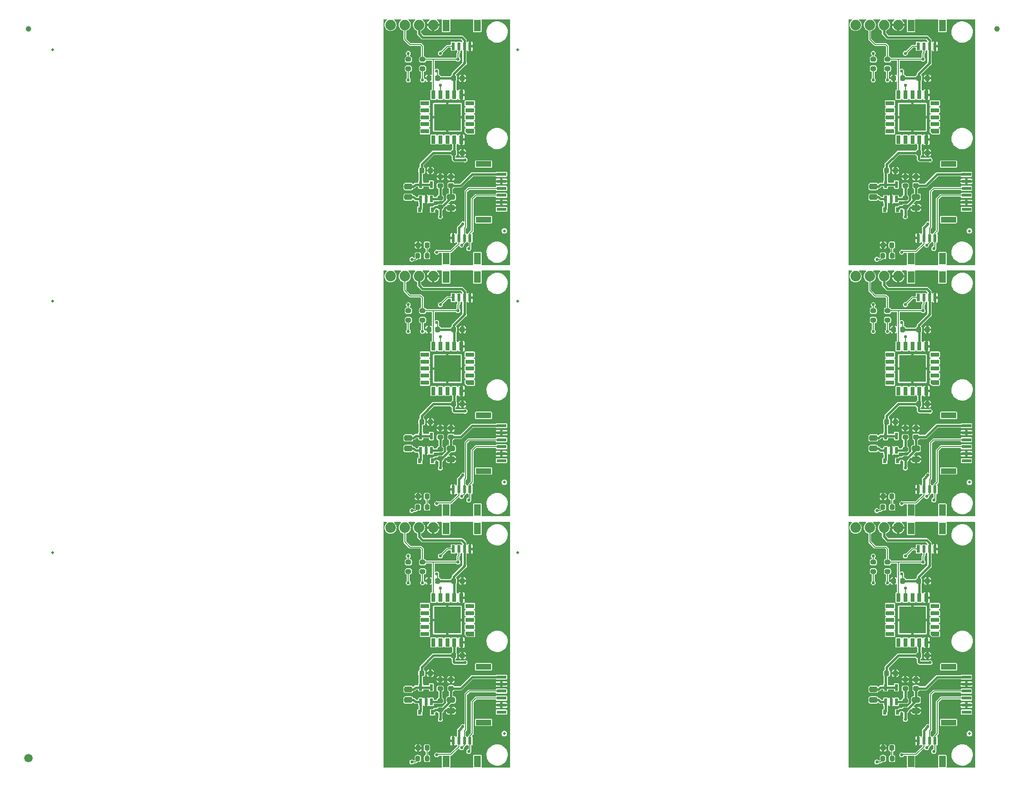
<source format=gtl>
%TF.GenerationSoftware,KiCad,Pcbnew,7.0.10*%
%TF.CreationDate,2024-03-13T14:25:08-06:00*%
%TF.ProjectId,SparkFun_AirQuality_Combo_panelized,53706172-6b46-4756-9e5f-416972517561,v10*%
%TF.SameCoordinates,Original*%
%TF.FileFunction,Copper,L1,Top*%
%TF.FilePolarity,Positive*%
%FSLAX46Y46*%
G04 Gerber Fmt 4.6, Leading zero omitted, Abs format (unit mm)*
G04 Created by KiCad (PCBNEW 7.0.10) date 2024-03-13 14:25:08*
%MOMM*%
%LPD*%
G01*
G04 APERTURE LIST*
G04 Aperture macros list*
%AMRoundRect*
0 Rectangle with rounded corners*
0 $1 Rounding radius*
0 $2 $3 $4 $5 $6 $7 $8 $9 X,Y pos of 4 corners*
0 Add a 4 corners polygon primitive as box body*
4,1,4,$2,$3,$4,$5,$6,$7,$8,$9,$2,$3,0*
0 Add four circle primitives for the rounded corners*
1,1,$1+$1,$2,$3*
1,1,$1+$1,$4,$5*
1,1,$1+$1,$6,$7*
1,1,$1+$1,$8,$9*
0 Add four rect primitives between the rounded corners*
20,1,$1+$1,$2,$3,$4,$5,0*
20,1,$1+$1,$4,$5,$6,$7,0*
20,1,$1+$1,$6,$7,$8,$9,0*
20,1,$1+$1,$8,$9,$2,$3,0*%
%AMOutline5P*
0 Free polygon, 5 corners , with rotation*
0 The origin of the aperture is its center*
0 number of corners: always 5*
0 $1 to $10 corner X, Y*
0 $11 Rotation angle, in degrees counterclockwise*
0 create outline with 5 corners*
4,1,5,$1,$2,$3,$4,$5,$6,$7,$8,$9,$10,$1,$2,$11*%
%AMOutline6P*
0 Free polygon, 6 corners , with rotation*
0 The origin of the aperture is its center*
0 number of corners: always 6*
0 $1 to $12 corner X, Y*
0 $13 Rotation angle, in degrees counterclockwise*
0 create outline with 6 corners*
4,1,6,$1,$2,$3,$4,$5,$6,$7,$8,$9,$10,$11,$12,$1,$2,$13*%
%AMOutline7P*
0 Free polygon, 7 corners , with rotation*
0 The origin of the aperture is its center*
0 number of corners: always 7*
0 $1 to $14 corner X, Y*
0 $15 Rotation angle, in degrees counterclockwise*
0 create outline with 7 corners*
4,1,7,$1,$2,$3,$4,$5,$6,$7,$8,$9,$10,$11,$12,$13,$14,$1,$2,$15*%
%AMOutline8P*
0 Free polygon, 8 corners , with rotation*
0 The origin of the aperture is its center*
0 number of corners: always 8*
0 $1 to $16 corner X, Y*
0 $17 Rotation angle, in degrees counterclockwise*
0 create outline with 8 corners*
4,1,8,$1,$2,$3,$4,$5,$6,$7,$8,$9,$10,$11,$12,$13,$14,$15,$16,$1,$2,$17*%
G04 Aperture macros list end*
%TA.AperFunction,SMDPad,CuDef*%
%ADD10C,1.000000*%
%TD*%
%TA.AperFunction,SMDPad,CuDef*%
%ADD11C,1.500000*%
%TD*%
%TA.AperFunction,SMDPad,CuDef*%
%ADD12RoundRect,0.225000X-0.225000X-0.250000X0.225000X-0.250000X0.225000X0.250000X-0.225000X0.250000X0*%
%TD*%
%TA.AperFunction,SMDPad,CuDef*%
%ADD13RoundRect,0.225000X0.225000X0.250000X-0.225000X0.250000X-0.225000X-0.250000X0.225000X-0.250000X0*%
%TD*%
%TA.AperFunction,SMDPad,CuDef*%
%ADD14RoundRect,0.200000X0.275000X-0.200000X0.275000X0.200000X-0.275000X0.200000X-0.275000X-0.200000X0*%
%TD*%
%TA.AperFunction,SMDPad,CuDef*%
%ADD15Outline5P,-0.400000X0.750000X0.400000X0.750000X0.400000X-0.470000X0.120000X-0.750000X-0.400000X-0.750000X270.000000*%
%TD*%
%TA.AperFunction,SMDPad,CuDef*%
%ADD16R,1.500000X0.800000*%
%TD*%
%TA.AperFunction,SMDPad,CuDef*%
%ADD17R,0.800000X1.500000*%
%TD*%
%TA.AperFunction,SMDPad,CuDef*%
%ADD18R,4.800000X4.800000*%
%TD*%
%TA.AperFunction,SMDPad,CuDef*%
%ADD19RoundRect,0.200000X-0.200000X-0.275000X0.200000X-0.275000X0.200000X0.275000X-0.200000X0.275000X0*%
%TD*%
%TA.AperFunction,ComponentPad*%
%ADD20C,1.879600*%
%TD*%
%TA.AperFunction,SMDPad,CuDef*%
%ADD21RoundRect,0.225000X0.250000X-0.225000X0.250000X0.225000X-0.250000X0.225000X-0.250000X-0.225000X0*%
%TD*%
%TA.AperFunction,SMDPad,CuDef*%
%ADD22R,0.600000X1.350000*%
%TD*%
%TA.AperFunction,SMDPad,CuDef*%
%ADD23R,1.200000X2.000000*%
%TD*%
%TA.AperFunction,SMDPad,CuDef*%
%ADD24C,0.500000*%
%TD*%
%TA.AperFunction,SMDPad,CuDef*%
%ADD25RoundRect,0.250000X-0.475000X0.250000X-0.475000X-0.250000X0.475000X-0.250000X0.475000X0.250000X0*%
%TD*%
%TA.AperFunction,SMDPad,CuDef*%
%ADD26RoundRect,0.218750X-0.218750X-0.256250X0.218750X-0.256250X0.218750X0.256250X-0.218750X0.256250X0*%
%TD*%
%TA.AperFunction,SMDPad,CuDef*%
%ADD27R,0.550000X1.200000*%
%TD*%
%TA.AperFunction,SMDPad,CuDef*%
%ADD28R,1.700000X0.600000*%
%TD*%
%TA.AperFunction,SMDPad,CuDef*%
%ADD29R,2.700000X1.000000*%
%TD*%
%TA.AperFunction,SMDPad,CuDef*%
%ADD30R,0.630000X0.830000*%
%TD*%
%TA.AperFunction,ViaPad*%
%ADD31C,0.560000*%
%TD*%
%TA.AperFunction,Conductor*%
%ADD32C,0.177800*%
%TD*%
%TA.AperFunction,Conductor*%
%ADD33C,0.406400*%
%TD*%
G04 APERTURE END LIST*
D10*
%TO.P,,*%
%TO.N,*%
X169275000Y132350000D03*
%TD*%
%TO.P,,*%
%TO.N,*%
X-3675000Y132350000D03*
%TD*%
D11*
%TO.P,,*%
%TO.N,*%
X-3675000Y2000000D03*
%TD*%
D12*
%TO.P,C7,1*%
%TO.N,3.3V*%
X149585000Y107045000D03*
%TO.P,C7,2*%
%TO.N,GND*%
X151135000Y107045000D03*
%TD*%
%TO.P,C7,1*%
%TO.N,3.3V*%
X149585000Y62095000D03*
%TO.P,C7,2*%
%TO.N,GND*%
X151135000Y62095000D03*
%TD*%
%TO.P,C7,1*%
%TO.N,3.3V*%
X149585000Y17145000D03*
%TO.P,C7,2*%
%TO.N,GND*%
X151135000Y17145000D03*
%TD*%
%TO.P,C7,1*%
%TO.N,3.3V*%
X66535000Y107045000D03*
%TO.P,C7,2*%
%TO.N,GND*%
X68085000Y107045000D03*
%TD*%
%TO.P,C7,1*%
%TO.N,3.3V*%
X66535000Y62095000D03*
%TO.P,C7,2*%
%TO.N,GND*%
X68085000Y62095000D03*
%TD*%
D13*
%TO.P,C5,1*%
%TO.N,3.3V*%
X152405000Y123555000D03*
%TO.P,C5,2*%
%TO.N,GND*%
X150855000Y123555000D03*
%TD*%
%TO.P,C5,1*%
%TO.N,3.3V*%
X152405000Y78605000D03*
%TO.P,C5,2*%
%TO.N,GND*%
X150855000Y78605000D03*
%TD*%
%TO.P,C5,1*%
%TO.N,3.3V*%
X152405000Y33655000D03*
%TO.P,C5,2*%
%TO.N,GND*%
X150855000Y33655000D03*
%TD*%
%TO.P,C5,1*%
%TO.N,3.3V*%
X69355000Y123555000D03*
%TO.P,C5,2*%
%TO.N,GND*%
X67805000Y123555000D03*
%TD*%
%TO.P,C5,1*%
%TO.N,3.3V*%
X69355000Y78605000D03*
%TO.P,C5,2*%
%TO.N,GND*%
X67805000Y78605000D03*
%TD*%
D14*
%TO.P,R5,1*%
%TO.N,5V*%
X152900000Y100505000D03*
%TO.P,R5,2*%
%TO.N,Net-(U5-FB)*%
X152900000Y102155000D03*
%TD*%
%TO.P,R5,1*%
%TO.N,5V*%
X152900000Y55555000D03*
%TO.P,R5,2*%
%TO.N,Net-(U5-FB)*%
X152900000Y57205000D03*
%TD*%
%TO.P,R5,1*%
%TO.N,5V*%
X152900000Y10605000D03*
%TO.P,R5,2*%
%TO.N,Net-(U5-FB)*%
X152900000Y12255000D03*
%TD*%
%TO.P,R5,1*%
%TO.N,5V*%
X69850000Y100505000D03*
%TO.P,R5,2*%
%TO.N,Net-(U5-FB)*%
X69850000Y102155000D03*
%TD*%
%TO.P,R5,1*%
%TO.N,5V*%
X69850000Y55555000D03*
%TO.P,R5,2*%
%TO.N,Net-(U5-FB)*%
X69850000Y57205000D03*
%TD*%
%TO.P,R1,1*%
%TO.N,Net-(JP2-B)*%
X149725000Y125270000D03*
%TO.P,R1,2*%
%TO.N,SDA*%
X149725000Y126920000D03*
%TD*%
%TO.P,R1,1*%
%TO.N,Net-(JP2-B)*%
X149725000Y80320000D03*
%TO.P,R1,2*%
%TO.N,SDA*%
X149725000Y81970000D03*
%TD*%
%TO.P,R1,1*%
%TO.N,Net-(JP2-B)*%
X149725000Y35370000D03*
%TO.P,R1,2*%
%TO.N,SDA*%
X149725000Y37020000D03*
%TD*%
%TO.P,R1,1*%
%TO.N,Net-(JP2-B)*%
X66675000Y125270000D03*
%TO.P,R1,2*%
%TO.N,SDA*%
X66675000Y126920000D03*
%TD*%
%TO.P,R1,1*%
%TO.N,Net-(JP2-B)*%
X66675000Y80320000D03*
%TO.P,R1,2*%
%TO.N,SDA*%
X66675000Y81970000D03*
%TD*%
D15*
%TO.P,U3,1,NC*%
%TO.N,unconnected-(U3-NC-Pad1)*%
X158170000Y114070000D03*
D16*
%TO.P,U3,2,NC*%
%TO.N,unconnected-(U3-NC-Pad2)*%
X158170000Y115320000D03*
%TO.P,U3,3,NC*%
%TO.N,unconnected-(U3-NC-Pad3)*%
X158170000Y116570000D03*
%TO.P,U3,4,NC*%
%TO.N,unconnected-(U3-NC-Pad4)*%
X158170000Y117820000D03*
%TO.P,U3,5,NC*%
%TO.N,unconnected-(U3-NC-Pad5)*%
X158170000Y119070000D03*
D17*
%TO.P,U3,6,GND*%
%TO.N,GND*%
X156670000Y120570000D03*
%TO.P,U3,7,VDD*%
%TO.N,3.3V*%
X155420000Y120570000D03*
%TO.P,U3,8,NC*%
%TO.N,unconnected-(U3-NC-Pad8)*%
X154170000Y120570000D03*
%TO.P,U3,9,SCL*%
%TO.N,SCL*%
X152920000Y120570000D03*
%TO.P,U3,10,SDA*%
%TO.N,SDA*%
X151670000Y120570000D03*
D16*
%TO.P,U3,11,NC*%
%TO.N,unconnected-(U3-NC-Pad11)*%
X150170000Y119070000D03*
%TO.P,U3,12,NC*%
%TO.N,unconnected-(U3-NC-Pad12)*%
X150170000Y117820000D03*
%TO.P,U3,13,NC*%
%TO.N,unconnected-(U3-NC-Pad13)*%
X150170000Y116570000D03*
%TO.P,U3,14,NC*%
%TO.N,unconnected-(U3-NC-Pad14)*%
X150170000Y115320000D03*
%TO.P,U3,15,NC*%
%TO.N,unconnected-(U3-NC-Pad15)*%
X150170000Y114070000D03*
D17*
%TO.P,U3,16,NC*%
%TO.N,unconnected-(U3-NC-Pad16)*%
X151670000Y112570000D03*
%TO.P,U3,17,NC*%
%TO.N,unconnected-(U3-NC-Pad17)*%
X152920000Y112570000D03*
%TO.P,U3,18,NC*%
%TO.N,unconnected-(U3-NC-Pad18)*%
X154170000Y112570000D03*
%TO.P,U3,19,VDDH*%
%TO.N,3.3V*%
X155420000Y112570000D03*
%TO.P,U3,20,GND*%
%TO.N,GND*%
X156670000Y112570000D03*
D18*
%TO.P,U3,21,GND*%
X154170000Y116570000D03*
%TD*%
D15*
%TO.P,U3,1,NC*%
%TO.N,unconnected-(U3-NC-Pad1)*%
X158170000Y69120000D03*
D16*
%TO.P,U3,2,NC*%
%TO.N,unconnected-(U3-NC-Pad2)*%
X158170000Y70370000D03*
%TO.P,U3,3,NC*%
%TO.N,unconnected-(U3-NC-Pad3)*%
X158170000Y71620000D03*
%TO.P,U3,4,NC*%
%TO.N,unconnected-(U3-NC-Pad4)*%
X158170000Y72870000D03*
%TO.P,U3,5,NC*%
%TO.N,unconnected-(U3-NC-Pad5)*%
X158170000Y74120000D03*
D17*
%TO.P,U3,6,GND*%
%TO.N,GND*%
X156670000Y75620000D03*
%TO.P,U3,7,VDD*%
%TO.N,3.3V*%
X155420000Y75620000D03*
%TO.P,U3,8,NC*%
%TO.N,unconnected-(U3-NC-Pad8)*%
X154170000Y75620000D03*
%TO.P,U3,9,SCL*%
%TO.N,SCL*%
X152920000Y75620000D03*
%TO.P,U3,10,SDA*%
%TO.N,SDA*%
X151670000Y75620000D03*
D16*
%TO.P,U3,11,NC*%
%TO.N,unconnected-(U3-NC-Pad11)*%
X150170000Y74120000D03*
%TO.P,U3,12,NC*%
%TO.N,unconnected-(U3-NC-Pad12)*%
X150170000Y72870000D03*
%TO.P,U3,13,NC*%
%TO.N,unconnected-(U3-NC-Pad13)*%
X150170000Y71620000D03*
%TO.P,U3,14,NC*%
%TO.N,unconnected-(U3-NC-Pad14)*%
X150170000Y70370000D03*
%TO.P,U3,15,NC*%
%TO.N,unconnected-(U3-NC-Pad15)*%
X150170000Y69120000D03*
D17*
%TO.P,U3,16,NC*%
%TO.N,unconnected-(U3-NC-Pad16)*%
X151670000Y67620000D03*
%TO.P,U3,17,NC*%
%TO.N,unconnected-(U3-NC-Pad17)*%
X152920000Y67620000D03*
%TO.P,U3,18,NC*%
%TO.N,unconnected-(U3-NC-Pad18)*%
X154170000Y67620000D03*
%TO.P,U3,19,VDDH*%
%TO.N,3.3V*%
X155420000Y67620000D03*
%TO.P,U3,20,GND*%
%TO.N,GND*%
X156670000Y67620000D03*
D18*
%TO.P,U3,21,GND*%
X154170000Y71620000D03*
%TD*%
D15*
%TO.P,U3,1,NC*%
%TO.N,unconnected-(U3-NC-Pad1)*%
X158170000Y24170000D03*
D16*
%TO.P,U3,2,NC*%
%TO.N,unconnected-(U3-NC-Pad2)*%
X158170000Y25420000D03*
%TO.P,U3,3,NC*%
%TO.N,unconnected-(U3-NC-Pad3)*%
X158170000Y26670000D03*
%TO.P,U3,4,NC*%
%TO.N,unconnected-(U3-NC-Pad4)*%
X158170000Y27920000D03*
%TO.P,U3,5,NC*%
%TO.N,unconnected-(U3-NC-Pad5)*%
X158170000Y29170000D03*
D17*
%TO.P,U3,6,GND*%
%TO.N,GND*%
X156670000Y30670000D03*
%TO.P,U3,7,VDD*%
%TO.N,3.3V*%
X155420000Y30670000D03*
%TO.P,U3,8,NC*%
%TO.N,unconnected-(U3-NC-Pad8)*%
X154170000Y30670000D03*
%TO.P,U3,9,SCL*%
%TO.N,SCL*%
X152920000Y30670000D03*
%TO.P,U3,10,SDA*%
%TO.N,SDA*%
X151670000Y30670000D03*
D16*
%TO.P,U3,11,NC*%
%TO.N,unconnected-(U3-NC-Pad11)*%
X150170000Y29170000D03*
%TO.P,U3,12,NC*%
%TO.N,unconnected-(U3-NC-Pad12)*%
X150170000Y27920000D03*
%TO.P,U3,13,NC*%
%TO.N,unconnected-(U3-NC-Pad13)*%
X150170000Y26670000D03*
%TO.P,U3,14,NC*%
%TO.N,unconnected-(U3-NC-Pad14)*%
X150170000Y25420000D03*
%TO.P,U3,15,NC*%
%TO.N,unconnected-(U3-NC-Pad15)*%
X150170000Y24170000D03*
D17*
%TO.P,U3,16,NC*%
%TO.N,unconnected-(U3-NC-Pad16)*%
X151670000Y22670000D03*
%TO.P,U3,17,NC*%
%TO.N,unconnected-(U3-NC-Pad17)*%
X152920000Y22670000D03*
%TO.P,U3,18,NC*%
%TO.N,unconnected-(U3-NC-Pad18)*%
X154170000Y22670000D03*
%TO.P,U3,19,VDDH*%
%TO.N,3.3V*%
X155420000Y22670000D03*
%TO.P,U3,20,GND*%
%TO.N,GND*%
X156670000Y22670000D03*
D18*
%TO.P,U3,21,GND*%
X154170000Y26670000D03*
%TD*%
D15*
%TO.P,U3,1,NC*%
%TO.N,unconnected-(U3-NC-Pad1)*%
X75120000Y114070000D03*
D16*
%TO.P,U3,2,NC*%
%TO.N,unconnected-(U3-NC-Pad2)*%
X75120000Y115320000D03*
%TO.P,U3,3,NC*%
%TO.N,unconnected-(U3-NC-Pad3)*%
X75120000Y116570000D03*
%TO.P,U3,4,NC*%
%TO.N,unconnected-(U3-NC-Pad4)*%
X75120000Y117820000D03*
%TO.P,U3,5,NC*%
%TO.N,unconnected-(U3-NC-Pad5)*%
X75120000Y119070000D03*
D17*
%TO.P,U3,6,GND*%
%TO.N,GND*%
X73620000Y120570000D03*
%TO.P,U3,7,VDD*%
%TO.N,3.3V*%
X72370000Y120570000D03*
%TO.P,U3,8,NC*%
%TO.N,unconnected-(U3-NC-Pad8)*%
X71120000Y120570000D03*
%TO.P,U3,9,SCL*%
%TO.N,SCL*%
X69870000Y120570000D03*
%TO.P,U3,10,SDA*%
%TO.N,SDA*%
X68620000Y120570000D03*
D16*
%TO.P,U3,11,NC*%
%TO.N,unconnected-(U3-NC-Pad11)*%
X67120000Y119070000D03*
%TO.P,U3,12,NC*%
%TO.N,unconnected-(U3-NC-Pad12)*%
X67120000Y117820000D03*
%TO.P,U3,13,NC*%
%TO.N,unconnected-(U3-NC-Pad13)*%
X67120000Y116570000D03*
%TO.P,U3,14,NC*%
%TO.N,unconnected-(U3-NC-Pad14)*%
X67120000Y115320000D03*
%TO.P,U3,15,NC*%
%TO.N,unconnected-(U3-NC-Pad15)*%
X67120000Y114070000D03*
D17*
%TO.P,U3,16,NC*%
%TO.N,unconnected-(U3-NC-Pad16)*%
X68620000Y112570000D03*
%TO.P,U3,17,NC*%
%TO.N,unconnected-(U3-NC-Pad17)*%
X69870000Y112570000D03*
%TO.P,U3,18,NC*%
%TO.N,unconnected-(U3-NC-Pad18)*%
X71120000Y112570000D03*
%TO.P,U3,19,VDDH*%
%TO.N,3.3V*%
X72370000Y112570000D03*
%TO.P,U3,20,GND*%
%TO.N,GND*%
X73620000Y112570000D03*
D18*
%TO.P,U3,21,GND*%
X71120000Y116570000D03*
%TD*%
D15*
%TO.P,U3,1,NC*%
%TO.N,unconnected-(U3-NC-Pad1)*%
X75120000Y69120000D03*
D16*
%TO.P,U3,2,NC*%
%TO.N,unconnected-(U3-NC-Pad2)*%
X75120000Y70370000D03*
%TO.P,U3,3,NC*%
%TO.N,unconnected-(U3-NC-Pad3)*%
X75120000Y71620000D03*
%TO.P,U3,4,NC*%
%TO.N,unconnected-(U3-NC-Pad4)*%
X75120000Y72870000D03*
%TO.P,U3,5,NC*%
%TO.N,unconnected-(U3-NC-Pad5)*%
X75120000Y74120000D03*
D17*
%TO.P,U3,6,GND*%
%TO.N,GND*%
X73620000Y75620000D03*
%TO.P,U3,7,VDD*%
%TO.N,3.3V*%
X72370000Y75620000D03*
%TO.P,U3,8,NC*%
%TO.N,unconnected-(U3-NC-Pad8)*%
X71120000Y75620000D03*
%TO.P,U3,9,SCL*%
%TO.N,SCL*%
X69870000Y75620000D03*
%TO.P,U3,10,SDA*%
%TO.N,SDA*%
X68620000Y75620000D03*
D16*
%TO.P,U3,11,NC*%
%TO.N,unconnected-(U3-NC-Pad11)*%
X67120000Y74120000D03*
%TO.P,U3,12,NC*%
%TO.N,unconnected-(U3-NC-Pad12)*%
X67120000Y72870000D03*
%TO.P,U3,13,NC*%
%TO.N,unconnected-(U3-NC-Pad13)*%
X67120000Y71620000D03*
%TO.P,U3,14,NC*%
%TO.N,unconnected-(U3-NC-Pad14)*%
X67120000Y70370000D03*
%TO.P,U3,15,NC*%
%TO.N,unconnected-(U3-NC-Pad15)*%
X67120000Y69120000D03*
D17*
%TO.P,U3,16,NC*%
%TO.N,unconnected-(U3-NC-Pad16)*%
X68620000Y67620000D03*
%TO.P,U3,17,NC*%
%TO.N,unconnected-(U3-NC-Pad17)*%
X69870000Y67620000D03*
%TO.P,U3,18,NC*%
%TO.N,unconnected-(U3-NC-Pad18)*%
X71120000Y67620000D03*
%TO.P,U3,19,VDDH*%
%TO.N,3.3V*%
X72370000Y67620000D03*
%TO.P,U3,20,GND*%
%TO.N,GND*%
X73620000Y67620000D03*
D18*
%TO.P,U3,21,GND*%
X71120000Y71620000D03*
%TD*%
D19*
%TO.P,R3,1*%
%TO.N,Net-(JP1-A)*%
X148900000Y91805000D03*
%TO.P,R3,2*%
%TO.N,Net-(D1-A)*%
X150550000Y91805000D03*
%TD*%
%TO.P,R3,1*%
%TO.N,Net-(JP1-A)*%
X148900000Y46855000D03*
%TO.P,R3,2*%
%TO.N,Net-(D1-A)*%
X150550000Y46855000D03*
%TD*%
%TO.P,R3,1*%
%TO.N,Net-(JP1-A)*%
X148900000Y1905000D03*
%TO.P,R3,2*%
%TO.N,Net-(D1-A)*%
X150550000Y1905000D03*
%TD*%
%TO.P,R3,1*%
%TO.N,Net-(JP1-A)*%
X65850000Y91805000D03*
%TO.P,R3,2*%
%TO.N,Net-(D1-A)*%
X67500000Y91805000D03*
%TD*%
%TO.P,R3,1*%
%TO.N,Net-(JP1-A)*%
X65850000Y46855000D03*
%TO.P,R3,2*%
%TO.N,Net-(D1-A)*%
X67500000Y46855000D03*
%TD*%
D20*
%TO.P,J3,1,Pin_1*%
%TO.N,GND*%
X151630000Y133080000D03*
%TO.P,J3,2,Pin_2*%
%TO.N,3.3V*%
X149090000Y133080000D03*
%TO.P,J3,3,Pin_3*%
%TO.N,SDA*%
X146550000Y133080000D03*
%TO.P,J3,4,Pin_4*%
%TO.N,SCL*%
X144010000Y133080000D03*
%TD*%
%TO.P,J3,1,Pin_1*%
%TO.N,GND*%
X151630000Y88130000D03*
%TO.P,J3,2,Pin_2*%
%TO.N,3.3V*%
X149090000Y88130000D03*
%TO.P,J3,3,Pin_3*%
%TO.N,SDA*%
X146550000Y88130000D03*
%TO.P,J3,4,Pin_4*%
%TO.N,SCL*%
X144010000Y88130000D03*
%TD*%
%TO.P,J3,1,Pin_1*%
%TO.N,GND*%
X151630000Y43180000D03*
%TO.P,J3,2,Pin_2*%
%TO.N,3.3V*%
X149090000Y43180000D03*
%TO.P,J3,3,Pin_3*%
%TO.N,SDA*%
X146550000Y43180000D03*
%TO.P,J3,4,Pin_4*%
%TO.N,SCL*%
X144010000Y43180000D03*
%TD*%
%TO.P,J3,1,Pin_1*%
%TO.N,GND*%
X68580000Y133080000D03*
%TO.P,J3,2,Pin_2*%
%TO.N,3.3V*%
X66040000Y133080000D03*
%TO.P,J3,3,Pin_3*%
%TO.N,SDA*%
X63500000Y133080000D03*
%TO.P,J3,4,Pin_4*%
%TO.N,SCL*%
X60960000Y133080000D03*
%TD*%
%TO.P,J3,1,Pin_1*%
%TO.N,GND*%
X68580000Y88130000D03*
%TO.P,J3,2,Pin_2*%
%TO.N,3.3V*%
X66040000Y88130000D03*
%TO.P,J3,3,Pin_3*%
%TO.N,SDA*%
X63500000Y88130000D03*
%TO.P,J3,4,Pin_4*%
%TO.N,SCL*%
X60960000Y88130000D03*
%TD*%
D12*
%TO.P,C1,1*%
%TO.N,3.3V*%
X155300000Y110220000D03*
%TO.P,C1,2*%
%TO.N,GND*%
X156850000Y110220000D03*
%TD*%
%TO.P,C1,1*%
%TO.N,3.3V*%
X155300000Y65270000D03*
%TO.P,C1,2*%
%TO.N,GND*%
X156850000Y65270000D03*
%TD*%
%TO.P,C1,1*%
%TO.N,3.3V*%
X155300000Y20320000D03*
%TO.P,C1,2*%
%TO.N,GND*%
X156850000Y20320000D03*
%TD*%
%TO.P,C1,1*%
%TO.N,3.3V*%
X72250000Y110220000D03*
%TO.P,C1,2*%
%TO.N,GND*%
X73800000Y110220000D03*
%TD*%
%TO.P,C1,1*%
%TO.N,3.3V*%
X72250000Y65270000D03*
%TO.P,C1,2*%
%TO.N,GND*%
X73800000Y65270000D03*
%TD*%
D14*
%TO.P,R6,1*%
%TO.N,Net-(U5-FB)*%
X152900000Y104315000D03*
%TO.P,R6,2*%
%TO.N,GND*%
X152900000Y105965000D03*
%TD*%
%TO.P,R6,1*%
%TO.N,Net-(U5-FB)*%
X152900000Y59365000D03*
%TO.P,R6,2*%
%TO.N,GND*%
X152900000Y61015000D03*
%TD*%
%TO.P,R6,1*%
%TO.N,Net-(U5-FB)*%
X152900000Y14415000D03*
%TO.P,R6,2*%
%TO.N,GND*%
X152900000Y16065000D03*
%TD*%
%TO.P,R6,1*%
%TO.N,Net-(U5-FB)*%
X69850000Y104315000D03*
%TO.P,R6,2*%
%TO.N,GND*%
X69850000Y105965000D03*
%TD*%
%TO.P,R6,1*%
%TO.N,Net-(U5-FB)*%
X69850000Y59365000D03*
%TO.P,R6,2*%
%TO.N,GND*%
X69850000Y61015000D03*
%TD*%
D21*
%TO.P,C9,1*%
%TO.N,5V*%
X154805000Y104365000D03*
%TO.P,C9,2*%
%TO.N,GND*%
X154805000Y105915000D03*
%TD*%
%TO.P,C9,1*%
%TO.N,5V*%
X154805000Y59415000D03*
%TO.P,C9,2*%
%TO.N,GND*%
X154805000Y60965000D03*
%TD*%
%TO.P,C9,1*%
%TO.N,5V*%
X154805000Y14465000D03*
%TO.P,C9,2*%
%TO.N,GND*%
X154805000Y16015000D03*
%TD*%
%TO.P,C9,1*%
%TO.N,5V*%
X71755000Y104365000D03*
%TO.P,C9,2*%
%TO.N,GND*%
X71755000Y105915000D03*
%TD*%
%TO.P,C9,1*%
%TO.N,5V*%
X71755000Y59415000D03*
%TO.P,C9,2*%
%TO.N,GND*%
X71755000Y60965000D03*
%TD*%
D14*
%TO.P,R2,1*%
%TO.N,Net-(JP2-A)*%
X147185000Y125270000D03*
%TO.P,R2,2*%
%TO.N,SCL*%
X147185000Y126920000D03*
%TD*%
%TO.P,R2,1*%
%TO.N,Net-(JP2-A)*%
X147185000Y80320000D03*
%TO.P,R2,2*%
%TO.N,SCL*%
X147185000Y81970000D03*
%TD*%
%TO.P,R2,1*%
%TO.N,Net-(JP2-A)*%
X147185000Y35370000D03*
%TO.P,R2,2*%
%TO.N,SCL*%
X147185000Y37020000D03*
%TD*%
%TO.P,R2,1*%
%TO.N,Net-(JP2-A)*%
X64135000Y125270000D03*
%TO.P,R2,2*%
%TO.N,SCL*%
X64135000Y126920000D03*
%TD*%
%TO.P,R2,1*%
%TO.N,Net-(JP2-A)*%
X64135000Y80320000D03*
%TO.P,R2,2*%
%TO.N,SCL*%
X64135000Y81970000D03*
%TD*%
D22*
%TO.P,J2,1,Pin_1*%
%TO.N,GND*%
X158210000Y129270000D03*
%TO.P,J2,2,Pin_2*%
%TO.N,3.3V*%
X157210000Y129270000D03*
%TO.P,J2,3,Pin_3*%
%TO.N,SDA*%
X156210000Y129270000D03*
%TO.P,J2,4,Pin_4*%
%TO.N,SCL*%
X155210000Y129270000D03*
D23*
%TO.P,J2,NC1,NC*%
%TO.N,unconnected-(J2-NC-PadNC1)*%
X153910000Y132945000D03*
%TO.P,J2,NC2,NC*%
%TO.N,unconnected-(J2-NC-PadNC2)*%
X159510000Y132945000D03*
%TD*%
D22*
%TO.P,J2,1,Pin_1*%
%TO.N,GND*%
X158210000Y84320000D03*
%TO.P,J2,2,Pin_2*%
%TO.N,3.3V*%
X157210000Y84320000D03*
%TO.P,J2,3,Pin_3*%
%TO.N,SDA*%
X156210000Y84320000D03*
%TO.P,J2,4,Pin_4*%
%TO.N,SCL*%
X155210000Y84320000D03*
D23*
%TO.P,J2,NC1,NC*%
%TO.N,unconnected-(J2-NC-PadNC1)*%
X153910000Y87995000D03*
%TO.P,J2,NC2,NC*%
%TO.N,unconnected-(J2-NC-PadNC2)*%
X159510000Y87995000D03*
%TD*%
D22*
%TO.P,J2,1,Pin_1*%
%TO.N,GND*%
X158210000Y39370000D03*
%TO.P,J2,2,Pin_2*%
%TO.N,3.3V*%
X157210000Y39370000D03*
%TO.P,J2,3,Pin_3*%
%TO.N,SDA*%
X156210000Y39370000D03*
%TO.P,J2,4,Pin_4*%
%TO.N,SCL*%
X155210000Y39370000D03*
D23*
%TO.P,J2,NC1,NC*%
%TO.N,unconnected-(J2-NC-PadNC1)*%
X153910000Y43045000D03*
%TO.P,J2,NC2,NC*%
%TO.N,unconnected-(J2-NC-PadNC2)*%
X159510000Y43045000D03*
%TD*%
D22*
%TO.P,J2,1,Pin_1*%
%TO.N,GND*%
X75160000Y129270000D03*
%TO.P,J2,2,Pin_2*%
%TO.N,3.3V*%
X74160000Y129270000D03*
%TO.P,J2,3,Pin_3*%
%TO.N,SDA*%
X73160000Y129270000D03*
%TO.P,J2,4,Pin_4*%
%TO.N,SCL*%
X72160000Y129270000D03*
D23*
%TO.P,J2,NC1,NC*%
%TO.N,unconnected-(J2-NC-PadNC1)*%
X70860000Y132945000D03*
%TO.P,J2,NC2,NC*%
%TO.N,unconnected-(J2-NC-PadNC2)*%
X76460000Y132945000D03*
%TD*%
D22*
%TO.P,J2,1,Pin_1*%
%TO.N,GND*%
X75160000Y84320000D03*
%TO.P,J2,2,Pin_2*%
%TO.N,3.3V*%
X74160000Y84320000D03*
%TO.P,J2,3,Pin_3*%
%TO.N,SDA*%
X73160000Y84320000D03*
%TO.P,J2,4,Pin_4*%
%TO.N,SCL*%
X72160000Y84320000D03*
D23*
%TO.P,J2,NC1,NC*%
%TO.N,unconnected-(J2-NC-PadNC1)*%
X70860000Y87995000D03*
%TO.P,J2,NC2,NC*%
%TO.N,unconnected-(J2-NC-PadNC2)*%
X76460000Y87995000D03*
%TD*%
D24*
%TO.P,FID4,*%
%TO.N,*%
X164330000Y96250000D03*
%TD*%
%TO.P,FID4,*%
%TO.N,*%
X164330000Y51300000D03*
%TD*%
%TO.P,FID4,*%
%TO.N,*%
X164330000Y6350000D03*
%TD*%
%TO.P,FID4,*%
%TO.N,*%
X81280000Y96250000D03*
%TD*%
%TO.P,FID4,*%
%TO.N,*%
X81280000Y51300000D03*
%TD*%
D22*
%TO.P,J1,1,Pin_1*%
%TO.N,GND*%
X155210000Y94980000D03*
%TO.P,J1,2,Pin_2*%
%TO.N,3.3V*%
X156210000Y94980000D03*
%TO.P,J1,3,Pin_3*%
%TO.N,SDA*%
X157210000Y94980000D03*
%TO.P,J1,4,Pin_4*%
%TO.N,SCL*%
X158210000Y94980000D03*
D23*
%TO.P,J1,NC1,NC*%
%TO.N,unconnected-(J1-NC-PadNC1)*%
X159510000Y91305000D03*
%TO.P,J1,NC2,NC*%
%TO.N,unconnected-(J1-NC-PadNC2)*%
X153910000Y91305000D03*
%TD*%
D22*
%TO.P,J1,1,Pin_1*%
%TO.N,GND*%
X155210000Y50030000D03*
%TO.P,J1,2,Pin_2*%
%TO.N,3.3V*%
X156210000Y50030000D03*
%TO.P,J1,3,Pin_3*%
%TO.N,SDA*%
X157210000Y50030000D03*
%TO.P,J1,4,Pin_4*%
%TO.N,SCL*%
X158210000Y50030000D03*
D23*
%TO.P,J1,NC1,NC*%
%TO.N,unconnected-(J1-NC-PadNC1)*%
X159510000Y46355000D03*
%TO.P,J1,NC2,NC*%
%TO.N,unconnected-(J1-NC-PadNC2)*%
X153910000Y46355000D03*
%TD*%
D22*
%TO.P,J1,1,Pin_1*%
%TO.N,GND*%
X155210000Y5080000D03*
%TO.P,J1,2,Pin_2*%
%TO.N,3.3V*%
X156210000Y5080000D03*
%TO.P,J1,3,Pin_3*%
%TO.N,SDA*%
X157210000Y5080000D03*
%TO.P,J1,4,Pin_4*%
%TO.N,SCL*%
X158210000Y5080000D03*
D23*
%TO.P,J1,NC1,NC*%
%TO.N,unconnected-(J1-NC-PadNC1)*%
X159510000Y1405000D03*
%TO.P,J1,NC2,NC*%
%TO.N,unconnected-(J1-NC-PadNC2)*%
X153910000Y1405000D03*
%TD*%
D22*
%TO.P,J1,1,Pin_1*%
%TO.N,GND*%
X72160000Y94980000D03*
%TO.P,J1,2,Pin_2*%
%TO.N,3.3V*%
X73160000Y94980000D03*
%TO.P,J1,3,Pin_3*%
%TO.N,SDA*%
X74160000Y94980000D03*
%TO.P,J1,4,Pin_4*%
%TO.N,SCL*%
X75160000Y94980000D03*
D23*
%TO.P,J1,NC1,NC*%
%TO.N,unconnected-(J1-NC-PadNC1)*%
X76460000Y91305000D03*
%TO.P,J1,NC2,NC*%
%TO.N,unconnected-(J1-NC-PadNC2)*%
X70860000Y91305000D03*
%TD*%
D22*
%TO.P,J1,1,Pin_1*%
%TO.N,GND*%
X72160000Y50030000D03*
%TO.P,J1,2,Pin_2*%
%TO.N,3.3V*%
X73160000Y50030000D03*
%TO.P,J1,3,Pin_3*%
%TO.N,SDA*%
X74160000Y50030000D03*
%TO.P,J1,4,Pin_4*%
%TO.N,SCL*%
X75160000Y50030000D03*
D23*
%TO.P,J1,NC1,NC*%
%TO.N,unconnected-(J1-NC-PadNC1)*%
X76460000Y46355000D03*
%TO.P,J1,NC2,NC*%
%TO.N,unconnected-(J1-NC-PadNC2)*%
X70860000Y46355000D03*
%TD*%
D25*
%TO.P,L2,1,1*%
%TO.N,3.3V*%
X147185000Y104185000D03*
%TO.P,L2,2,2*%
%TO.N,Net-(U5-SW)*%
X147185000Y102285000D03*
%TD*%
%TO.P,L2,1,1*%
%TO.N,3.3V*%
X147185000Y59235000D03*
%TO.P,L2,2,2*%
%TO.N,Net-(U5-SW)*%
X147185000Y57335000D03*
%TD*%
%TO.P,L2,1,1*%
%TO.N,3.3V*%
X147185000Y14285000D03*
%TO.P,L2,2,2*%
%TO.N,Net-(U5-SW)*%
X147185000Y12385000D03*
%TD*%
%TO.P,L2,1,1*%
%TO.N,3.3V*%
X64135000Y104185000D03*
%TO.P,L2,2,2*%
%TO.N,Net-(U5-SW)*%
X64135000Y102285000D03*
%TD*%
%TO.P,L2,1,1*%
%TO.N,3.3V*%
X64135000Y59235000D03*
%TO.P,L2,2,2*%
%TO.N,Net-(U5-SW)*%
X64135000Y57335000D03*
%TD*%
%TO.P,C2,1*%
%TO.N,5V*%
X154805000Y102280000D03*
%TO.P,C2,2*%
%TO.N,GND*%
X154805000Y100380000D03*
%TD*%
%TO.P,C2,1*%
%TO.N,5V*%
X154805000Y57330000D03*
%TO.P,C2,2*%
%TO.N,GND*%
X154805000Y55430000D03*
%TD*%
%TO.P,C2,1*%
%TO.N,5V*%
X154805000Y12380000D03*
%TO.P,C2,2*%
%TO.N,GND*%
X154805000Y10480000D03*
%TD*%
%TO.P,C2,1*%
%TO.N,5V*%
X71755000Y102280000D03*
%TO.P,C2,2*%
%TO.N,GND*%
X71755000Y100380000D03*
%TD*%
%TO.P,C2,1*%
%TO.N,5V*%
X71755000Y57330000D03*
%TO.P,C2,2*%
%TO.N,GND*%
X71755000Y55430000D03*
%TD*%
D24*
%TO.P,FID3,*%
%TO.N,*%
X83685000Y128635000D03*
%TD*%
%TO.P,FID3,*%
%TO.N,*%
X83685000Y83685000D03*
%TD*%
%TO.P,FID3,*%
%TO.N,*%
X83685000Y38735000D03*
%TD*%
%TO.P,FID3,*%
%TO.N,*%
X635000Y128635000D03*
%TD*%
%TO.P,FID3,*%
%TO.N,*%
X635000Y83685000D03*
%TD*%
D26*
%TO.P,D1,1,K*%
%TO.N,GND*%
X148937500Y93710000D03*
%TO.P,D1,2,A*%
%TO.N,Net-(D1-A)*%
X150512500Y93710000D03*
%TD*%
%TO.P,D1,1,K*%
%TO.N,GND*%
X148937500Y48760000D03*
%TO.P,D1,2,A*%
%TO.N,Net-(D1-A)*%
X150512500Y48760000D03*
%TD*%
%TO.P,D1,1,K*%
%TO.N,GND*%
X148937500Y3810000D03*
%TO.P,D1,2,A*%
%TO.N,Net-(D1-A)*%
X150512500Y3810000D03*
%TD*%
%TO.P,D1,1,K*%
%TO.N,GND*%
X65887500Y93710000D03*
%TO.P,D1,2,A*%
%TO.N,Net-(D1-A)*%
X67462500Y93710000D03*
%TD*%
%TO.P,D1,1,K*%
%TO.N,GND*%
X65887500Y48760000D03*
%TO.P,D1,2,A*%
%TO.N,Net-(D1-A)*%
X67462500Y48760000D03*
%TD*%
D12*
%TO.P,C4,1*%
%TO.N,3.3V*%
X155300000Y123555000D03*
%TO.P,C4,2*%
%TO.N,GND*%
X156850000Y123555000D03*
%TD*%
%TO.P,C4,1*%
%TO.N,3.3V*%
X155300000Y78605000D03*
%TO.P,C4,2*%
%TO.N,GND*%
X156850000Y78605000D03*
%TD*%
%TO.P,C4,1*%
%TO.N,3.3V*%
X155300000Y33655000D03*
%TO.P,C4,2*%
%TO.N,GND*%
X156850000Y33655000D03*
%TD*%
%TO.P,C4,1*%
%TO.N,3.3V*%
X72250000Y123555000D03*
%TO.P,C4,2*%
%TO.N,GND*%
X73800000Y123555000D03*
%TD*%
%TO.P,C4,1*%
%TO.N,3.3V*%
X72250000Y78605000D03*
%TO.P,C4,2*%
%TO.N,GND*%
X73800000Y78605000D03*
%TD*%
D27*
%TO.P,U5,1,SW*%
%TO.N,Net-(U5-SW)*%
X149410000Y101934900D03*
%TO.P,U5,2,GND*%
%TO.N,GND*%
X150360000Y101934900D03*
%TO.P,U5,3,FB*%
%TO.N,Net-(U5-FB)*%
X151310000Y101934900D03*
%TO.P,U5,4,~{SHDN}*%
%TO.N,3.3V*%
X151310000Y104535100D03*
%TO.P,U5,5,IN*%
X149410000Y104535100D03*
%TD*%
%TO.P,U5,1,SW*%
%TO.N,Net-(U5-SW)*%
X149410000Y56984900D03*
%TO.P,U5,2,GND*%
%TO.N,GND*%
X150360000Y56984900D03*
%TO.P,U5,3,FB*%
%TO.N,Net-(U5-FB)*%
X151310000Y56984900D03*
%TO.P,U5,4,~{SHDN}*%
%TO.N,3.3V*%
X151310000Y59585100D03*
%TO.P,U5,5,IN*%
X149410000Y59585100D03*
%TD*%
%TO.P,U5,1,SW*%
%TO.N,Net-(U5-SW)*%
X149410000Y12034900D03*
%TO.P,U5,2,GND*%
%TO.N,GND*%
X150360000Y12034900D03*
%TO.P,U5,3,FB*%
%TO.N,Net-(U5-FB)*%
X151310000Y12034900D03*
%TO.P,U5,4,~{SHDN}*%
%TO.N,3.3V*%
X151310000Y14635100D03*
%TO.P,U5,5,IN*%
X149410000Y14635100D03*
%TD*%
%TO.P,U5,1,SW*%
%TO.N,Net-(U5-SW)*%
X66360000Y101934900D03*
%TO.P,U5,2,GND*%
%TO.N,GND*%
X67310000Y101934900D03*
%TO.P,U5,3,FB*%
%TO.N,Net-(U5-FB)*%
X68260000Y101934900D03*
%TO.P,U5,4,~{SHDN}*%
%TO.N,3.3V*%
X68260000Y104535100D03*
%TO.P,U5,5,IN*%
X66360000Y104535100D03*
%TD*%
%TO.P,U5,1,SW*%
%TO.N,Net-(U5-SW)*%
X66360000Y56984900D03*
%TO.P,U5,2,GND*%
%TO.N,GND*%
X67310000Y56984900D03*
%TO.P,U5,3,FB*%
%TO.N,Net-(U5-FB)*%
X68260000Y56984900D03*
%TO.P,U5,4,~{SHDN}*%
%TO.N,3.3V*%
X68260000Y59585100D03*
%TO.P,U5,5,IN*%
X66360000Y59585100D03*
%TD*%
D28*
%TO.P,U1,1,VDD*%
%TO.N,5V*%
X163820000Y106360000D03*
%TO.P,U1,2,GND*%
%TO.N,GND*%
X163820000Y105110000D03*
%TO.P,U1,3,SDA*%
%TO.N,SDA*%
X163820000Y103860000D03*
%TO.P,U1,4,SCL*%
%TO.N,SCL*%
X163820000Y102610000D03*
%TO.P,U1,5,SEL*%
%TO.N,GND*%
X163820000Y101360000D03*
%TO.P,U1,6,NC*%
%TO.N,unconnected-(U1-NC-Pad6)*%
X163820000Y100110000D03*
D29*
%TO.P,U1,NC1,NC*%
%TO.N,unconnected-(U1-NC-PadNC1)*%
X160620000Y98260000D03*
%TO.P,U1,NC2,NC*%
%TO.N,unconnected-(U1-NC-PadNC2)*%
X160620000Y108210000D03*
%TD*%
D28*
%TO.P,U1,1,VDD*%
%TO.N,5V*%
X163820000Y61410000D03*
%TO.P,U1,2,GND*%
%TO.N,GND*%
X163820000Y60160000D03*
%TO.P,U1,3,SDA*%
%TO.N,SDA*%
X163820000Y58910000D03*
%TO.P,U1,4,SCL*%
%TO.N,SCL*%
X163820000Y57660000D03*
%TO.P,U1,5,SEL*%
%TO.N,GND*%
X163820000Y56410000D03*
%TO.P,U1,6,NC*%
%TO.N,unconnected-(U1-NC-Pad6)*%
X163820000Y55160000D03*
D29*
%TO.P,U1,NC1,NC*%
%TO.N,unconnected-(U1-NC-PadNC1)*%
X160620000Y53310000D03*
%TO.P,U1,NC2,NC*%
%TO.N,unconnected-(U1-NC-PadNC2)*%
X160620000Y63260000D03*
%TD*%
D28*
%TO.P,U1,1,VDD*%
%TO.N,5V*%
X163820000Y16460000D03*
%TO.P,U1,2,GND*%
%TO.N,GND*%
X163820000Y15210000D03*
%TO.P,U1,3,SDA*%
%TO.N,SDA*%
X163820000Y13960000D03*
%TO.P,U1,4,SCL*%
%TO.N,SCL*%
X163820000Y12710000D03*
%TO.P,U1,5,SEL*%
%TO.N,GND*%
X163820000Y11460000D03*
%TO.P,U1,6,NC*%
%TO.N,unconnected-(U1-NC-Pad6)*%
X163820000Y10210000D03*
D29*
%TO.P,U1,NC1,NC*%
%TO.N,unconnected-(U1-NC-PadNC1)*%
X160620000Y8360000D03*
%TO.P,U1,NC2,NC*%
%TO.N,unconnected-(U1-NC-PadNC2)*%
X160620000Y18310000D03*
%TD*%
D28*
%TO.P,U1,1,VDD*%
%TO.N,5V*%
X80770000Y106360000D03*
%TO.P,U1,2,GND*%
%TO.N,GND*%
X80770000Y105110000D03*
%TO.P,U1,3,SDA*%
%TO.N,SDA*%
X80770000Y103860000D03*
%TO.P,U1,4,SCL*%
%TO.N,SCL*%
X80770000Y102610000D03*
%TO.P,U1,5,SEL*%
%TO.N,GND*%
X80770000Y101360000D03*
%TO.P,U1,6,NC*%
%TO.N,unconnected-(U1-NC-Pad6)*%
X80770000Y100110000D03*
D29*
%TO.P,U1,NC1,NC*%
%TO.N,unconnected-(U1-NC-PadNC1)*%
X77570000Y98260000D03*
%TO.P,U1,NC2,NC*%
%TO.N,unconnected-(U1-NC-PadNC2)*%
X77570000Y108210000D03*
%TD*%
D28*
%TO.P,U1,1,VDD*%
%TO.N,5V*%
X80770000Y61410000D03*
%TO.P,U1,2,GND*%
%TO.N,GND*%
X80770000Y60160000D03*
%TO.P,U1,3,SDA*%
%TO.N,SDA*%
X80770000Y58910000D03*
%TO.P,U1,4,SCL*%
%TO.N,SCL*%
X80770000Y57660000D03*
%TO.P,U1,5,SEL*%
%TO.N,GND*%
X80770000Y56410000D03*
%TO.P,U1,6,NC*%
%TO.N,unconnected-(U1-NC-Pad6)*%
X80770000Y55160000D03*
D29*
%TO.P,U1,NC1,NC*%
%TO.N,unconnected-(U1-NC-PadNC1)*%
X77570000Y53310000D03*
%TO.P,U1,NC2,NC*%
%TO.N,unconnected-(U1-NC-PadNC2)*%
X77570000Y63260000D03*
%TD*%
D30*
%TO.P,D2,A,A*%
%TO.N,Net-(U5-SW)*%
X149210000Y100060000D03*
%TO.P,D2,C,C*%
%TO.N,5V*%
X151510000Y100060000D03*
%TD*%
%TO.P,D2,A,A*%
%TO.N,Net-(U5-SW)*%
X149210000Y55110000D03*
%TO.P,D2,C,C*%
%TO.N,5V*%
X151510000Y55110000D03*
%TD*%
%TO.P,D2,A,A*%
%TO.N,Net-(U5-SW)*%
X149210000Y10160000D03*
%TO.P,D2,C,C*%
%TO.N,5V*%
X151510000Y10160000D03*
%TD*%
%TO.P,D2,A,A*%
%TO.N,Net-(U5-SW)*%
X66160000Y100060000D03*
%TO.P,D2,C,C*%
%TO.N,5V*%
X68460000Y100060000D03*
%TD*%
%TO.P,D2,A,A*%
%TO.N,Net-(U5-SW)*%
X66160000Y55110000D03*
%TO.P,D2,C,C*%
%TO.N,5V*%
X68460000Y55110000D03*
%TD*%
%TO.P,D2,A,A*%
%TO.N,Net-(U5-SW)*%
X66160000Y10160000D03*
%TO.P,D2,C,C*%
%TO.N,5V*%
X68460000Y10160000D03*
%TD*%
D28*
%TO.P,U1,1,VDD*%
%TO.N,5V*%
X80770000Y16460000D03*
%TO.P,U1,2,GND*%
%TO.N,GND*%
X80770000Y15210000D03*
%TO.P,U1,3,SDA*%
%TO.N,SDA*%
X80770000Y13960000D03*
%TO.P,U1,4,SCL*%
%TO.N,SCL*%
X80770000Y12710000D03*
%TO.P,U1,5,SEL*%
%TO.N,GND*%
X80770000Y11460000D03*
%TO.P,U1,6,NC*%
%TO.N,unconnected-(U1-NC-Pad6)*%
X80770000Y10210000D03*
D29*
%TO.P,U1,NC1,NC*%
%TO.N,unconnected-(U1-NC-PadNC1)*%
X77570000Y8360000D03*
%TO.P,U1,NC2,NC*%
%TO.N,unconnected-(U1-NC-PadNC2)*%
X77570000Y18310000D03*
%TD*%
D27*
%TO.P,U5,1,SW*%
%TO.N,Net-(U5-SW)*%
X66360000Y12034900D03*
%TO.P,U5,2,GND*%
%TO.N,GND*%
X67310000Y12034900D03*
%TO.P,U5,3,FB*%
%TO.N,Net-(U5-FB)*%
X68260000Y12034900D03*
%TO.P,U5,4,~{SHDN}*%
%TO.N,3.3V*%
X68260000Y14635100D03*
%TO.P,U5,5,IN*%
X66360000Y14635100D03*
%TD*%
D12*
%TO.P,C4,1*%
%TO.N,3.3V*%
X72250000Y33655000D03*
%TO.P,C4,2*%
%TO.N,GND*%
X73800000Y33655000D03*
%TD*%
D26*
%TO.P,D1,1,K*%
%TO.N,GND*%
X65887500Y3810000D03*
%TO.P,D1,2,A*%
%TO.N,Net-(D1-A)*%
X67462500Y3810000D03*
%TD*%
D24*
%TO.P,FID3,*%
%TO.N,*%
X635000Y38735000D03*
%TD*%
D25*
%TO.P,C2,1*%
%TO.N,5V*%
X71755000Y12380000D03*
%TO.P,C2,2*%
%TO.N,GND*%
X71755000Y10480000D03*
%TD*%
%TO.P,L2,1,1*%
%TO.N,3.3V*%
X64135000Y14285000D03*
%TO.P,L2,2,2*%
%TO.N,Net-(U5-SW)*%
X64135000Y12385000D03*
%TD*%
D22*
%TO.P,J1,1,Pin_1*%
%TO.N,GND*%
X72160000Y5080000D03*
%TO.P,J1,2,Pin_2*%
%TO.N,3.3V*%
X73160000Y5080000D03*
%TO.P,J1,3,Pin_3*%
%TO.N,SDA*%
X74160000Y5080000D03*
%TO.P,J1,4,Pin_4*%
%TO.N,SCL*%
X75160000Y5080000D03*
D23*
%TO.P,J1,NC1,NC*%
%TO.N,unconnected-(J1-NC-PadNC1)*%
X76460000Y1405000D03*
%TO.P,J1,NC2,NC*%
%TO.N,unconnected-(J1-NC-PadNC2)*%
X70860000Y1405000D03*
%TD*%
D24*
%TO.P,FID4,*%
%TO.N,*%
X81280000Y6350000D03*
%TD*%
D22*
%TO.P,J2,1,Pin_1*%
%TO.N,GND*%
X75160000Y39370000D03*
%TO.P,J2,2,Pin_2*%
%TO.N,3.3V*%
X74160000Y39370000D03*
%TO.P,J2,3,Pin_3*%
%TO.N,SDA*%
X73160000Y39370000D03*
%TO.P,J2,4,Pin_4*%
%TO.N,SCL*%
X72160000Y39370000D03*
D23*
%TO.P,J2,NC1,NC*%
%TO.N,unconnected-(J2-NC-PadNC1)*%
X70860000Y43045000D03*
%TO.P,J2,NC2,NC*%
%TO.N,unconnected-(J2-NC-PadNC2)*%
X76460000Y43045000D03*
%TD*%
D14*
%TO.P,R2,1*%
%TO.N,Net-(JP2-A)*%
X64135000Y35370000D03*
%TO.P,R2,2*%
%TO.N,SCL*%
X64135000Y37020000D03*
%TD*%
D21*
%TO.P,C9,1*%
%TO.N,5V*%
X71755000Y14465000D03*
%TO.P,C9,2*%
%TO.N,GND*%
X71755000Y16015000D03*
%TD*%
D14*
%TO.P,R6,1*%
%TO.N,Net-(U5-FB)*%
X69850000Y14415000D03*
%TO.P,R6,2*%
%TO.N,GND*%
X69850000Y16065000D03*
%TD*%
D12*
%TO.P,C1,1*%
%TO.N,3.3V*%
X72250000Y20320000D03*
%TO.P,C1,2*%
%TO.N,GND*%
X73800000Y20320000D03*
%TD*%
D20*
%TO.P,J3,1,Pin_1*%
%TO.N,GND*%
X68580000Y43180000D03*
%TO.P,J3,2,Pin_2*%
%TO.N,3.3V*%
X66040000Y43180000D03*
%TO.P,J3,3,Pin_3*%
%TO.N,SDA*%
X63500000Y43180000D03*
%TO.P,J3,4,Pin_4*%
%TO.N,SCL*%
X60960000Y43180000D03*
%TD*%
D19*
%TO.P,R3,1*%
%TO.N,Net-(JP1-A)*%
X65850000Y1905000D03*
%TO.P,R3,2*%
%TO.N,Net-(D1-A)*%
X67500000Y1905000D03*
%TD*%
D15*
%TO.P,U3,1,NC*%
%TO.N,unconnected-(U3-NC-Pad1)*%
X75120000Y24170000D03*
D16*
%TO.P,U3,2,NC*%
%TO.N,unconnected-(U3-NC-Pad2)*%
X75120000Y25420000D03*
%TO.P,U3,3,NC*%
%TO.N,unconnected-(U3-NC-Pad3)*%
X75120000Y26670000D03*
%TO.P,U3,4,NC*%
%TO.N,unconnected-(U3-NC-Pad4)*%
X75120000Y27920000D03*
%TO.P,U3,5,NC*%
%TO.N,unconnected-(U3-NC-Pad5)*%
X75120000Y29170000D03*
D17*
%TO.P,U3,6,GND*%
%TO.N,GND*%
X73620000Y30670000D03*
%TO.P,U3,7,VDD*%
%TO.N,3.3V*%
X72370000Y30670000D03*
%TO.P,U3,8,NC*%
%TO.N,unconnected-(U3-NC-Pad8)*%
X71120000Y30670000D03*
%TO.P,U3,9,SCL*%
%TO.N,SCL*%
X69870000Y30670000D03*
%TO.P,U3,10,SDA*%
%TO.N,SDA*%
X68620000Y30670000D03*
D16*
%TO.P,U3,11,NC*%
%TO.N,unconnected-(U3-NC-Pad11)*%
X67120000Y29170000D03*
%TO.P,U3,12,NC*%
%TO.N,unconnected-(U3-NC-Pad12)*%
X67120000Y27920000D03*
%TO.P,U3,13,NC*%
%TO.N,unconnected-(U3-NC-Pad13)*%
X67120000Y26670000D03*
%TO.P,U3,14,NC*%
%TO.N,unconnected-(U3-NC-Pad14)*%
X67120000Y25420000D03*
%TO.P,U3,15,NC*%
%TO.N,unconnected-(U3-NC-Pad15)*%
X67120000Y24170000D03*
D17*
%TO.P,U3,16,NC*%
%TO.N,unconnected-(U3-NC-Pad16)*%
X68620000Y22670000D03*
%TO.P,U3,17,NC*%
%TO.N,unconnected-(U3-NC-Pad17)*%
X69870000Y22670000D03*
%TO.P,U3,18,NC*%
%TO.N,unconnected-(U3-NC-Pad18)*%
X71120000Y22670000D03*
%TO.P,U3,19,VDDH*%
%TO.N,3.3V*%
X72370000Y22670000D03*
%TO.P,U3,20,GND*%
%TO.N,GND*%
X73620000Y22670000D03*
D18*
%TO.P,U3,21,GND*%
X71120000Y26670000D03*
%TD*%
D14*
%TO.P,R1,1*%
%TO.N,Net-(JP2-B)*%
X66675000Y35370000D03*
%TO.P,R1,2*%
%TO.N,SDA*%
X66675000Y37020000D03*
%TD*%
%TO.P,R5,1*%
%TO.N,5V*%
X69850000Y10605000D03*
%TO.P,R5,2*%
%TO.N,Net-(U5-FB)*%
X69850000Y12255000D03*
%TD*%
D13*
%TO.P,C5,1*%
%TO.N,3.3V*%
X69355000Y33655000D03*
%TO.P,C5,2*%
%TO.N,GND*%
X67805000Y33655000D03*
%TD*%
D12*
%TO.P,C7,1*%
%TO.N,3.3V*%
X66535000Y17145000D03*
%TO.P,C7,2*%
%TO.N,GND*%
X68085000Y17145000D03*
%TD*%
D31*
%TO.N,Net-(JP2-B)*%
X149725000Y123237500D03*
X149725000Y78287500D03*
X149725000Y33337500D03*
X66675000Y123237500D03*
X66675000Y78287500D03*
%TO.N,Net-(JP2-A)*%
X147185000Y123237500D03*
X147185000Y78287500D03*
X147185000Y33337500D03*
X64135000Y123237500D03*
X64135000Y78287500D03*
%TO.N,Net-(JP1-A)*%
X147820000Y91170000D03*
X147820000Y46220000D03*
X147820000Y1270000D03*
X64770000Y91170000D03*
X64770000Y46220000D03*
%TO.N,SCL*%
X147185000Y128000000D03*
X147185000Y83050000D03*
X147185000Y38100000D03*
X64135000Y128000000D03*
X64135000Y83050000D03*
X157980000Y93075000D03*
X157980000Y48125000D03*
X157980000Y3175000D03*
X74930000Y93075000D03*
X74930000Y48125000D03*
X152900000Y128000000D03*
X152900000Y83050000D03*
X152900000Y38100000D03*
X69850000Y128000000D03*
X69850000Y83050000D03*
X152900000Y122285000D03*
X152900000Y77335000D03*
X152900000Y32385000D03*
X69850000Y122285000D03*
X69850000Y77335000D03*
%TO.N,SDA*%
X156075000Y126920000D03*
X156075000Y81970000D03*
X156075000Y37020000D03*
X73025000Y126920000D03*
X73025000Y81970000D03*
X156710000Y93710000D03*
X156710000Y48760000D03*
X156710000Y3810000D03*
X73660000Y93710000D03*
X73660000Y48760000D03*
%TO.N,5V*%
X152900000Y98790000D03*
X152900000Y53840000D03*
X152900000Y8890000D03*
X69850000Y98790000D03*
X69850000Y53840000D03*
%TO.N,GND*%
X147820000Y93710000D03*
X147820000Y48760000D03*
X147820000Y3810000D03*
X64770000Y93710000D03*
X64770000Y48760000D03*
X150360000Y100060000D03*
X150360000Y55110000D03*
X150360000Y10160000D03*
X67310000Y100060000D03*
X67310000Y55110000D03*
X151630000Y108315000D03*
X151630000Y63365000D03*
X151630000Y18415000D03*
X68580000Y108315000D03*
X68580000Y63365000D03*
X154805000Y99425000D03*
X154805000Y54475000D03*
X154805000Y9525000D03*
X71755000Y99425000D03*
X71755000Y54475000D03*
X150995000Y122285000D03*
X150995000Y77335000D03*
X150995000Y32385000D03*
X67945000Y122285000D03*
X67945000Y77335000D03*
X144010000Y127365000D03*
X144010000Y82415000D03*
X144010000Y37465000D03*
X60960000Y127365000D03*
X60960000Y82415000D03*
X152265000Y114665000D03*
X152265000Y69715000D03*
X152265000Y24765000D03*
X69215000Y114665000D03*
X69215000Y69715000D03*
X150995000Y110855000D03*
X150995000Y65905000D03*
X150995000Y20955000D03*
X67945000Y110855000D03*
X67945000Y65905000D03*
X147820000Y131175000D03*
X147820000Y86225000D03*
X147820000Y41275000D03*
X64770000Y131175000D03*
X64770000Y86225000D03*
X157980000Y96885000D03*
X157980000Y51935000D03*
X157980000Y6985000D03*
X74930000Y96885000D03*
X74930000Y51935000D03*
X158615000Y123555000D03*
X158615000Y78605000D03*
X158615000Y33655000D03*
X75565000Y123555000D03*
X75565000Y78605000D03*
X156710000Y91170000D03*
X156710000Y46220000D03*
X156710000Y1270000D03*
X73660000Y91170000D03*
X73660000Y46220000D03*
X154221115Y128583885D03*
X154221115Y83633885D03*
X154221115Y38683885D03*
X71171115Y128583885D03*
X71171115Y83633885D03*
X156710000Y131810000D03*
X156710000Y86860000D03*
X156710000Y41910000D03*
X73660000Y131810000D03*
X73660000Y86860000D03*
X158615000Y120380000D03*
X158615000Y75430000D03*
X158615000Y30480000D03*
X75565000Y120380000D03*
X75565000Y75430000D03*
X159250000Y129270000D03*
X159250000Y84320000D03*
X159250000Y39370000D03*
X76200000Y129270000D03*
X76200000Y84320000D03*
X150360000Y128635000D03*
X150360000Y83685000D03*
X150360000Y38735000D03*
X67310000Y128635000D03*
X67310000Y83685000D03*
X154805000Y96250000D03*
X154805000Y51300000D03*
X154805000Y6350000D03*
X71755000Y96250000D03*
X71755000Y51300000D03*
X162425000Y105140000D03*
X162425000Y60190000D03*
X162425000Y15240000D03*
X79375000Y105140000D03*
X79375000Y60190000D03*
X154805000Y93710000D03*
X154805000Y48760000D03*
X154805000Y3810000D03*
X71755000Y93710000D03*
X71755000Y48760000D03*
X154805000Y125460000D03*
X154805000Y80510000D03*
X154805000Y35560000D03*
X71755000Y125460000D03*
X71755000Y80510000D03*
X158615000Y112760000D03*
X158615000Y67810000D03*
X158615000Y22860000D03*
X75565000Y112760000D03*
X75565000Y67810000D03*
X162425000Y101330000D03*
X162425000Y56380000D03*
X162425000Y11430000D03*
X79375000Y101330000D03*
X79375000Y56380000D03*
X154170000Y118475000D03*
X154170000Y73525000D03*
X154170000Y28575000D03*
X71120000Y118475000D03*
X71120000Y73525000D03*
X152265000Y118475000D03*
X152265000Y73525000D03*
X152265000Y28575000D03*
X69215000Y118475000D03*
X69215000Y73525000D03*
X149725000Y112760000D03*
X149725000Y67810000D03*
X149725000Y22860000D03*
X66675000Y112760000D03*
X66675000Y67810000D03*
X154805000Y107045000D03*
X154805000Y62095000D03*
X154805000Y17145000D03*
X71755000Y107045000D03*
X71755000Y62095000D03*
X150360000Y103235000D03*
X150360000Y58285000D03*
X150360000Y13335000D03*
X67310000Y103235000D03*
X67310000Y58285000D03*
X152900000Y107045000D03*
X152900000Y62095000D03*
X152900000Y17145000D03*
X69850000Y107045000D03*
X69850000Y62095000D03*
X154170000Y114665000D03*
X154170000Y69715000D03*
X154170000Y24765000D03*
X71120000Y114665000D03*
X71120000Y69715000D03*
X158615000Y130540000D03*
X158615000Y85590000D03*
X158615000Y40640000D03*
X75565000Y130540000D03*
X75565000Y85590000D03*
X145280000Y131175000D03*
X145280000Y86225000D03*
X145280000Y41275000D03*
X62230000Y131175000D03*
X62230000Y86225000D03*
%TO.N,3.3V*%
X152265000Y124825000D03*
X152265000Y79875000D03*
X152265000Y34925000D03*
X69215000Y124825000D03*
X69215000Y79875000D03*
X152265000Y92440000D03*
X152265000Y47490000D03*
X152265000Y2540000D03*
X69215000Y92440000D03*
X69215000Y47490000D03*
X156926000Y97520000D03*
X156926000Y52570000D03*
X156926000Y7620000D03*
X73876000Y97520000D03*
X73876000Y52570000D03*
X157210000Y126230000D03*
X157210000Y81280000D03*
X157210000Y36330000D03*
X74160000Y126230000D03*
X74160000Y81280000D03*
X157345000Y108950000D03*
X157345000Y64000000D03*
X157345000Y19050000D03*
X74295000Y108950000D03*
X74295000Y64000000D03*
X74295000Y19050000D03*
X74160000Y36330000D03*
X73876000Y7620000D03*
X69215000Y2540000D03*
X69215000Y34925000D03*
%TO.N,GND*%
X62230000Y41275000D03*
X75565000Y40640000D03*
X71120000Y24765000D03*
X69850000Y17145000D03*
X67310000Y13335000D03*
X71755000Y17145000D03*
X66675000Y22860000D03*
X69215000Y28575000D03*
X71120000Y28575000D03*
X79375000Y11430000D03*
X75565000Y22860000D03*
X71755000Y35560000D03*
X71755000Y3810000D03*
X79375000Y15240000D03*
X71755000Y6350000D03*
X67310000Y38735000D03*
X76200000Y39370000D03*
X75565000Y30480000D03*
X73660000Y41910000D03*
X71171115Y38683885D03*
X73660000Y1270000D03*
X75565000Y33655000D03*
X74930000Y6985000D03*
X64770000Y41275000D03*
X67945000Y20955000D03*
X69215000Y24765000D03*
X60960000Y37465000D03*
X67945000Y32385000D03*
X71755000Y9525000D03*
X68580000Y18415000D03*
X67310000Y10160000D03*
X64770000Y3810000D03*
%TO.N,5V*%
X69850000Y8890000D03*
%TO.N,SDA*%
X73660000Y3810000D03*
X73025000Y37020000D03*
%TO.N,SCL*%
X69850000Y32385000D03*
X69850000Y38100000D03*
X74930000Y3175000D03*
X64135000Y38100000D03*
%TO.N,Net-(JP1-A)*%
X64770000Y1270000D03*
%TO.N,Net-(JP2-A)*%
X64135000Y33337500D03*
%TO.N,Net-(JP2-B)*%
X66675000Y33337500D03*
%TD*%
D32*
%TO.N,Net-(JP2-B)*%
X149725000Y125270000D02*
X149725000Y123237500D01*
X149725000Y80320000D02*
X149725000Y78287500D01*
X149725000Y35370000D02*
X149725000Y33337500D01*
X66675000Y125270000D02*
X66675000Y123237500D01*
X66675000Y80320000D02*
X66675000Y78287500D01*
D33*
%TO.N,Net-(U5-FB)*%
X151310000Y101934900D02*
X152679900Y101934900D01*
X151310000Y56984900D02*
X152679900Y56984900D01*
X151310000Y12034900D02*
X152679900Y12034900D01*
X68260000Y101934900D02*
X69629900Y101934900D01*
X68260000Y56984900D02*
X69629900Y56984900D01*
X152679900Y101934900D02*
X152900000Y102155000D01*
X152679900Y56984900D02*
X152900000Y57205000D01*
X152679900Y12034900D02*
X152900000Y12255000D01*
X69629900Y101934900D02*
X69850000Y102155000D01*
X69629900Y56984900D02*
X69850000Y57205000D01*
X152900000Y102155000D02*
X152900000Y104315000D01*
X152900000Y57205000D02*
X152900000Y59365000D01*
X152900000Y12255000D02*
X152900000Y14415000D01*
X69850000Y102155000D02*
X69850000Y104315000D01*
X69850000Y57205000D02*
X69850000Y59365000D01*
%TO.N,Net-(U5-SW)*%
X149410000Y100260000D02*
X149210000Y100060000D01*
X149410000Y55310000D02*
X149210000Y55110000D01*
X149410000Y10360000D02*
X149210000Y10160000D01*
X66360000Y100260000D02*
X66160000Y100060000D01*
X66360000Y55310000D02*
X66160000Y55110000D01*
X149410000Y101934900D02*
X148485100Y101934900D01*
X149410000Y56984900D02*
X148485100Y56984900D01*
X149410000Y12034900D02*
X148485100Y12034900D01*
X66360000Y101934900D02*
X65435100Y101934900D01*
X66360000Y56984900D02*
X65435100Y56984900D01*
X148135000Y102285000D02*
X147185000Y102285000D01*
X148135000Y57335000D02*
X147185000Y57335000D01*
X148135000Y12385000D02*
X147185000Y12385000D01*
X65085000Y102285000D02*
X64135000Y102285000D01*
X65085000Y57335000D02*
X64135000Y57335000D01*
X148485100Y101934900D02*
X148135000Y102285000D01*
X148485100Y56984900D02*
X148135000Y57335000D01*
X148485100Y12034900D02*
X148135000Y12385000D01*
X65435100Y101934900D02*
X65085000Y102285000D01*
X65435100Y56984900D02*
X65085000Y57335000D01*
X149410000Y101934900D02*
X149410000Y100260000D01*
X149410000Y56984900D02*
X149410000Y55310000D01*
X149410000Y12034900D02*
X149410000Y10360000D01*
X66360000Y101934900D02*
X66360000Y100260000D01*
X66360000Y56984900D02*
X66360000Y55310000D01*
D32*
%TO.N,Net-(JP2-A)*%
X147185000Y125270000D02*
X147185000Y123237500D01*
X147185000Y80320000D02*
X147185000Y78287500D01*
X147185000Y35370000D02*
X147185000Y33337500D01*
X64135000Y125270000D02*
X64135000Y123237500D01*
X64135000Y80320000D02*
X64135000Y78287500D01*
%TO.N,Net-(JP1-A)*%
X148455000Y91170000D02*
X147820000Y91170000D01*
X148455000Y46220000D02*
X147820000Y46220000D01*
X148455000Y1270000D02*
X147820000Y1270000D01*
X65405000Y91170000D02*
X64770000Y91170000D01*
X65405000Y46220000D02*
X64770000Y46220000D01*
X148900000Y91615000D02*
X148455000Y91170000D01*
X148900000Y46665000D02*
X148455000Y46220000D01*
X148900000Y1715000D02*
X148455000Y1270000D01*
X65850000Y91615000D02*
X65405000Y91170000D01*
X65850000Y46665000D02*
X65405000Y46220000D01*
X148900000Y91805000D02*
X148900000Y91615000D01*
X148900000Y46855000D02*
X148900000Y46665000D01*
X148900000Y1905000D02*
X148900000Y1715000D01*
X65850000Y91805000D02*
X65850000Y91615000D01*
X65850000Y46855000D02*
X65850000Y46665000D01*
%TO.N,SCL*%
X157980000Y93075000D02*
X158210000Y93305000D01*
X157980000Y48125000D02*
X158210000Y48355000D01*
X157980000Y3175000D02*
X158210000Y3405000D01*
X74930000Y93075000D02*
X75160000Y93305000D01*
X74930000Y48125000D02*
X75160000Y48355000D01*
X158210000Y93305000D02*
X158210000Y94980000D01*
X158210000Y48355000D02*
X158210000Y50030000D01*
X158210000Y3405000D02*
X158210000Y5080000D01*
X75160000Y93305000D02*
X75160000Y94980000D01*
X75160000Y48355000D02*
X75160000Y50030000D01*
X158210000Y95845000D02*
X158615000Y96250000D01*
X158210000Y50895000D02*
X158615000Y51300000D01*
X158210000Y5945000D02*
X158615000Y6350000D01*
X75160000Y95845000D02*
X75565000Y96250000D01*
X75160000Y50895000D02*
X75565000Y51300000D01*
X158210000Y94980000D02*
X158210000Y95845000D01*
X158210000Y50030000D02*
X158210000Y50895000D01*
X158210000Y5080000D02*
X158210000Y5945000D01*
X75160000Y94980000D02*
X75160000Y95845000D01*
X75160000Y50030000D02*
X75160000Y50895000D01*
X152920000Y122265000D02*
X152900000Y122285000D01*
X152920000Y77315000D02*
X152900000Y77335000D01*
X152920000Y32365000D02*
X152900000Y32385000D01*
X69870000Y122265000D02*
X69850000Y122285000D01*
X69870000Y77315000D02*
X69850000Y77335000D01*
X159250000Y102610000D02*
X163820000Y102610000D01*
X159250000Y57660000D02*
X163820000Y57660000D01*
X159250000Y12710000D02*
X163820000Y12710000D01*
X76200000Y102610000D02*
X80770000Y102610000D01*
X76200000Y57660000D02*
X80770000Y57660000D01*
X158615000Y101975000D02*
X159250000Y102610000D01*
X158615000Y57025000D02*
X159250000Y57660000D01*
X158615000Y12075000D02*
X159250000Y12710000D01*
X75565000Y101975000D02*
X76200000Y102610000D01*
X75565000Y57025000D02*
X76200000Y57660000D01*
X154170000Y129270000D02*
X155210000Y129270000D01*
X154170000Y84320000D02*
X155210000Y84320000D01*
X154170000Y39370000D02*
X155210000Y39370000D01*
X71120000Y129270000D02*
X72160000Y129270000D01*
X71120000Y84320000D02*
X72160000Y84320000D01*
X152920000Y120570000D02*
X152920000Y122265000D01*
X152920000Y75620000D02*
X152920000Y77315000D01*
X152920000Y30670000D02*
X152920000Y32365000D01*
X69870000Y120570000D02*
X69870000Y122265000D01*
X69870000Y75620000D02*
X69870000Y77315000D01*
X152900000Y128000000D02*
X154170000Y129270000D01*
X152900000Y83050000D02*
X154170000Y84320000D01*
X152900000Y38100000D02*
X154170000Y39370000D01*
X69850000Y128000000D02*
X71120000Y129270000D01*
X69850000Y83050000D02*
X71120000Y84320000D01*
X147185000Y126920000D02*
X147185000Y128000000D01*
X147185000Y81970000D02*
X147185000Y83050000D01*
X147185000Y37020000D02*
X147185000Y38100000D01*
X64135000Y126920000D02*
X64135000Y128000000D01*
X64135000Y81970000D02*
X64135000Y83050000D01*
X158615000Y96250000D02*
X158615000Y101975000D01*
X158615000Y51300000D02*
X158615000Y57025000D01*
X158615000Y6350000D02*
X158615000Y12075000D01*
X75565000Y96250000D02*
X75565000Y101975000D01*
X75565000Y51300000D02*
X75565000Y57025000D01*
%TO.N,SDA*%
X157210000Y96750000D02*
X157447300Y96987300D01*
X157210000Y51800000D02*
X157447300Y52037300D01*
X157210000Y6850000D02*
X157447300Y7087300D01*
X74160000Y96750000D02*
X74397300Y96987300D01*
X74160000Y51800000D02*
X74397300Y52037300D01*
X156075000Y126920000D02*
X156075000Y128000000D01*
X156075000Y81970000D02*
X156075000Y83050000D01*
X156075000Y37020000D02*
X156075000Y38100000D01*
X73025000Y126920000D02*
X73025000Y128000000D01*
X73025000Y81970000D02*
X73025000Y83050000D01*
X157210000Y94210000D02*
X156710000Y93710000D01*
X157210000Y49260000D02*
X156710000Y48760000D01*
X157210000Y4310000D02*
X156710000Y3810000D01*
X74160000Y94210000D02*
X73660000Y93710000D01*
X74160000Y49260000D02*
X73660000Y48760000D01*
X149407500Y129587500D02*
X147502500Y129587500D01*
X149407500Y84637500D02*
X147502500Y84637500D01*
X149407500Y39687500D02*
X147502500Y39687500D01*
X66357500Y129587500D02*
X64452500Y129587500D01*
X66357500Y84637500D02*
X64452500Y84637500D01*
X157210000Y94980000D02*
X157210000Y96750000D01*
X157210000Y50030000D02*
X157210000Y51800000D01*
X157210000Y5080000D02*
X157210000Y6850000D01*
X74160000Y94980000D02*
X74160000Y96750000D01*
X74160000Y50030000D02*
X74160000Y51800000D01*
X157980000Y103870000D02*
X157990000Y103860000D01*
X157980000Y58920000D02*
X157990000Y58910000D01*
X157980000Y13970000D02*
X157990000Y13960000D01*
X74930000Y103870000D02*
X74940000Y103860000D01*
X74930000Y58920000D02*
X74940000Y58910000D01*
X156075000Y128000000D02*
X156210000Y128135000D01*
X156075000Y83050000D02*
X156210000Y83185000D01*
X156075000Y38100000D02*
X156210000Y38235000D01*
X73025000Y128000000D02*
X73160000Y128135000D01*
X73025000Y83050000D02*
X73160000Y83185000D01*
X151670000Y120570000D02*
X151670000Y126880000D01*
X151670000Y75620000D02*
X151670000Y81930000D01*
X151670000Y30670000D02*
X151670000Y36980000D01*
X68620000Y120570000D02*
X68620000Y126880000D01*
X68620000Y75620000D02*
X68620000Y81930000D01*
X156075000Y126920000D02*
X151630000Y126920000D01*
X156075000Y81970000D02*
X151630000Y81970000D01*
X156075000Y37020000D02*
X151630000Y37020000D01*
X73025000Y126920000D02*
X68580000Y126920000D01*
X73025000Y81970000D02*
X68580000Y81970000D01*
X151630000Y126920000D02*
X149725000Y126920000D01*
X151630000Y81970000D02*
X149725000Y81970000D01*
X151630000Y37020000D02*
X149725000Y37020000D01*
X68580000Y126920000D02*
X66675000Y126920000D01*
X68580000Y81970000D02*
X66675000Y81970000D01*
X157447300Y103337300D02*
X157980000Y103870000D01*
X157447300Y58387300D02*
X157980000Y58920000D01*
X157447300Y13437300D02*
X157980000Y13970000D01*
X74397300Y103337300D02*
X74930000Y103870000D01*
X74397300Y58387300D02*
X74930000Y58920000D01*
X147502500Y129587500D02*
X146550000Y130540000D01*
X147502500Y84637500D02*
X146550000Y85590000D01*
X147502500Y39687500D02*
X146550000Y40640000D01*
X64452500Y129587500D02*
X63500000Y130540000D01*
X64452500Y84637500D02*
X63500000Y85590000D01*
X157210000Y94980000D02*
X157210000Y94210000D01*
X157210000Y50030000D02*
X157210000Y49260000D01*
X157210000Y5080000D02*
X157210000Y4310000D01*
X74160000Y94980000D02*
X74160000Y94210000D01*
X74160000Y50030000D02*
X74160000Y49260000D01*
X151670000Y126880000D02*
X151630000Y126920000D01*
X151670000Y81930000D02*
X151630000Y81970000D01*
X151670000Y36980000D02*
X151630000Y37020000D01*
X68620000Y126880000D02*
X68580000Y126920000D01*
X68620000Y81930000D02*
X68580000Y81970000D01*
X149725000Y126920000D02*
X149725000Y129270000D01*
X149725000Y81970000D02*
X149725000Y84320000D01*
X149725000Y37020000D02*
X149725000Y39370000D01*
X66675000Y126920000D02*
X66675000Y129270000D01*
X66675000Y81970000D02*
X66675000Y84320000D01*
X157447300Y96987300D02*
X157447300Y103337300D01*
X157447300Y52037300D02*
X157447300Y58387300D01*
X157447300Y7087300D02*
X157447300Y13437300D01*
X74397300Y96987300D02*
X74397300Y103337300D01*
X74397300Y52037300D02*
X74397300Y58387300D01*
X157990000Y103860000D02*
X163820000Y103860000D01*
X157990000Y58910000D02*
X163820000Y58910000D01*
X157990000Y13960000D02*
X163820000Y13960000D01*
X74940000Y103860000D02*
X80770000Y103860000D01*
X74940000Y58910000D02*
X80770000Y58910000D01*
X146550000Y130540000D02*
X146550000Y133080000D01*
X146550000Y85590000D02*
X146550000Y88130000D01*
X146550000Y40640000D02*
X146550000Y43180000D01*
X63500000Y130540000D02*
X63500000Y133080000D01*
X63500000Y85590000D02*
X63500000Y88130000D01*
X149725000Y129270000D02*
X149407500Y129587500D01*
X149725000Y84320000D02*
X149407500Y84637500D01*
X149725000Y39370000D02*
X149407500Y39687500D01*
X66675000Y129270000D02*
X66357500Y129587500D01*
X66675000Y84320000D02*
X66357500Y84637500D01*
X156210000Y129270000D02*
X156210000Y128135000D01*
X156210000Y84320000D02*
X156210000Y83185000D01*
X156210000Y39370000D02*
X156210000Y38235000D01*
X73160000Y129270000D02*
X73160000Y128135000D01*
X73160000Y84320000D02*
X73160000Y83185000D01*
%TO.N,Net-(D1-A)*%
X150512500Y91842500D02*
X150550000Y91805000D01*
X150512500Y46892500D02*
X150550000Y46855000D01*
X150512500Y1942500D02*
X150550000Y1905000D01*
X67462500Y91842500D02*
X67500000Y91805000D01*
X67462500Y46892500D02*
X67500000Y46855000D01*
X150512500Y93710000D02*
X150512500Y91842500D01*
X150512500Y48760000D02*
X150512500Y46892500D01*
X150512500Y3810000D02*
X150512500Y1942500D01*
X67462500Y93710000D02*
X67462500Y91842500D01*
X67462500Y48760000D02*
X67462500Y46892500D01*
D33*
%TO.N,5V*%
X152900000Y100505000D02*
X152900000Y98790000D01*
X152900000Y55555000D02*
X152900000Y53840000D01*
X152900000Y10605000D02*
X152900000Y8890000D01*
X69850000Y100505000D02*
X69850000Y98790000D01*
X69850000Y55555000D02*
X69850000Y53840000D01*
X152900000Y100505000D02*
X151955000Y100505000D01*
X152900000Y55555000D02*
X151955000Y55555000D01*
X152900000Y10605000D02*
X151955000Y10605000D01*
X69850000Y100505000D02*
X68905000Y100505000D01*
X69850000Y55555000D02*
X68905000Y55555000D01*
X154805000Y102105000D02*
X154805000Y104365000D01*
X154805000Y57155000D02*
X154805000Y59415000D01*
X154805000Y12205000D02*
X154805000Y14465000D01*
X71755000Y102105000D02*
X71755000Y104365000D01*
X71755000Y57155000D02*
X71755000Y59415000D01*
X151955000Y100505000D02*
X151510000Y100060000D01*
X151955000Y55555000D02*
X151510000Y55110000D01*
X151955000Y10605000D02*
X151510000Y10160000D01*
X68905000Y100505000D02*
X68460000Y100060000D01*
X68905000Y55555000D02*
X68460000Y55110000D01*
X156570000Y104365000D02*
X158565000Y106360000D01*
X156570000Y59415000D02*
X158565000Y61410000D01*
X156570000Y14465000D02*
X158565000Y16460000D01*
X73520000Y104365000D02*
X75515000Y106360000D01*
X73520000Y59415000D02*
X75515000Y61410000D01*
X158565000Y106360000D02*
X163820000Y106360000D01*
X158565000Y61410000D02*
X163820000Y61410000D01*
X158565000Y16460000D02*
X163820000Y16460000D01*
X75515000Y106360000D02*
X80770000Y106360000D01*
X75515000Y61410000D02*
X80770000Y61410000D01*
X154805000Y104365000D02*
X156570000Y104365000D01*
X154805000Y59415000D02*
X156570000Y59415000D01*
X154805000Y14465000D02*
X156570000Y14465000D01*
X71755000Y104365000D02*
X73520000Y104365000D01*
X71755000Y59415000D02*
X73520000Y59415000D01*
X153205000Y100505000D02*
X154805000Y102105000D01*
X153205000Y55555000D02*
X154805000Y57155000D01*
X153205000Y10605000D02*
X154805000Y12205000D01*
X70155000Y100505000D02*
X71755000Y102105000D01*
X70155000Y55555000D02*
X71755000Y57155000D01*
X152900000Y100505000D02*
X153205000Y100505000D01*
X152900000Y55555000D02*
X153205000Y55555000D01*
X152900000Y10605000D02*
X153205000Y10605000D01*
X69850000Y100505000D02*
X70155000Y100505000D01*
X69850000Y55555000D02*
X70155000Y55555000D01*
%TO.N,3.3V*%
X147185000Y104185000D02*
X148135000Y104185000D01*
X147185000Y59235000D02*
X148135000Y59235000D01*
X147185000Y14285000D02*
X148135000Y14285000D01*
X64135000Y104185000D02*
X65085000Y104185000D01*
X64135000Y59235000D02*
X65085000Y59235000D01*
X155420000Y120570000D02*
X155420000Y123435000D01*
X155420000Y75620000D02*
X155420000Y78485000D01*
X155420000Y30670000D02*
X155420000Y33535000D01*
X72370000Y120570000D02*
X72370000Y123435000D01*
X72370000Y75620000D02*
X72370000Y78485000D01*
X155420000Y110340000D02*
X155300000Y110220000D01*
X155420000Y65390000D02*
X155300000Y65270000D01*
X155420000Y20440000D02*
X155300000Y20320000D01*
X72370000Y110340000D02*
X72250000Y110220000D01*
X72370000Y65390000D02*
X72250000Y65270000D01*
X155300000Y109090000D02*
X155440000Y108950000D01*
X155300000Y64140000D02*
X155440000Y64000000D01*
X155300000Y19190000D02*
X155440000Y19050000D01*
X72250000Y109090000D02*
X72390000Y108950000D01*
X72250000Y64140000D02*
X72390000Y64000000D01*
X157210000Y129270000D02*
X157210000Y126230000D01*
X157210000Y84320000D02*
X157210000Y81280000D01*
X157210000Y39370000D02*
X157210000Y36330000D01*
X74160000Y129270000D02*
X74160000Y126230000D01*
X74160000Y84320000D02*
X74160000Y81280000D01*
X156210000Y96804000D02*
X156210000Y94980000D01*
X156210000Y51854000D02*
X156210000Y50030000D01*
X156210000Y6904000D02*
X156210000Y5080000D01*
X73160000Y96804000D02*
X73160000Y94980000D01*
X73160000Y51854000D02*
X73160000Y50030000D01*
D32*
X156210000Y93947230D02*
X154809070Y92546300D01*
X156210000Y48997230D02*
X154809070Y47596300D01*
X156210000Y4047230D02*
X154809070Y2646300D01*
X73160000Y93947230D02*
X71759070Y92546300D01*
X73160000Y48997230D02*
X71759070Y47596300D01*
X154809070Y92546300D02*
X154170000Y92546300D01*
X154809070Y47596300D02*
X154170000Y47596300D01*
X154809070Y2646300D02*
X154170000Y2646300D01*
X71759070Y92546300D02*
X71120000Y92546300D01*
X71759070Y47596300D02*
X71120000Y47596300D01*
D33*
X156710000Y130857500D02*
X157210000Y130357500D01*
X156710000Y85907500D02*
X157210000Y85407500D01*
X156710000Y40957500D02*
X157210000Y40457500D01*
X73660000Y130857500D02*
X74160000Y130357500D01*
X73660000Y85907500D02*
X74160000Y85407500D01*
X155300000Y123555000D02*
X155300000Y124320000D01*
X155300000Y78605000D02*
X155300000Y79370000D01*
X155300000Y33655000D02*
X155300000Y34420000D01*
X72250000Y123555000D02*
X72250000Y124320000D01*
X72250000Y78605000D02*
X72250000Y79370000D01*
X155300000Y110220000D02*
X151630000Y110220000D01*
X155300000Y65270000D02*
X151630000Y65270000D01*
X155300000Y20320000D02*
X151630000Y20320000D01*
X72250000Y110220000D02*
X68580000Y110220000D01*
X72250000Y65270000D02*
X68580000Y65270000D01*
X155420000Y123435000D02*
X155300000Y123555000D01*
X155420000Y78485000D02*
X155300000Y78605000D01*
X155420000Y33535000D02*
X155300000Y33655000D01*
X72370000Y123435000D02*
X72250000Y123555000D01*
X72370000Y78485000D02*
X72250000Y78605000D01*
X149585000Y108175000D02*
X149585000Y107045000D01*
X149585000Y63225000D02*
X149585000Y62095000D01*
X149585000Y18275000D02*
X149585000Y17145000D01*
X66535000Y108175000D02*
X66535000Y107045000D01*
X66535000Y63225000D02*
X66535000Y62095000D01*
D32*
X154919200Y123580800D02*
X154945000Y123555000D01*
X154919200Y78630800D02*
X154945000Y78605000D01*
X154919200Y33680800D02*
X154945000Y33655000D01*
X71869200Y123580800D02*
X71895000Y123555000D01*
X71869200Y78630800D02*
X71895000Y78605000D01*
D33*
X152405000Y123555000D02*
X155300000Y123555000D01*
X152405000Y78605000D02*
X155300000Y78605000D01*
X152405000Y33655000D02*
X155300000Y33655000D01*
X69355000Y123555000D02*
X72250000Y123555000D01*
X69355000Y78605000D02*
X72250000Y78605000D01*
X149410000Y106870000D02*
X149410000Y104535100D01*
X149410000Y61920000D02*
X149410000Y59585100D01*
X149410000Y16970000D02*
X149410000Y14635100D01*
X66360000Y106870000D02*
X66360000Y104535100D01*
X66360000Y61920000D02*
X66360000Y59585100D01*
D32*
X152265000Y124825000D02*
X152405000Y124685000D01*
X152265000Y79875000D02*
X152405000Y79735000D01*
X152265000Y34925000D02*
X152405000Y34785000D01*
X69215000Y124825000D02*
X69355000Y124685000D01*
X69215000Y79875000D02*
X69355000Y79735000D01*
D33*
X155300000Y110220000D02*
X155300000Y109090000D01*
X155300000Y65270000D02*
X155300000Y64140000D01*
X155300000Y20320000D02*
X155300000Y19190000D01*
X72250000Y110220000D02*
X72250000Y109090000D01*
X72250000Y65270000D02*
X72250000Y64140000D01*
X155300000Y124320000D02*
X157210000Y126230000D01*
X155300000Y79370000D02*
X157210000Y81280000D01*
X155300000Y34420000D02*
X157210000Y36330000D01*
X72250000Y124320000D02*
X74160000Y126230000D01*
X72250000Y79370000D02*
X74160000Y81280000D01*
D32*
X154170000Y92546300D02*
X152371300Y92546300D01*
X154170000Y47596300D02*
X152371300Y47596300D01*
X154170000Y2646300D02*
X152371300Y2646300D01*
X71120000Y92546300D02*
X69321300Y92546300D01*
X71120000Y47596300D02*
X69321300Y47596300D01*
D33*
X149585000Y107045000D02*
X149410000Y106870000D01*
X149585000Y62095000D02*
X149410000Y61920000D01*
X149585000Y17145000D02*
X149410000Y16970000D01*
X66535000Y107045000D02*
X66360000Y106870000D01*
X66535000Y62095000D02*
X66360000Y61920000D01*
X157210000Y130357500D02*
X157210000Y129270000D01*
X157210000Y85407500D02*
X157210000Y84320000D01*
X157210000Y40457500D02*
X157210000Y39370000D01*
X74160000Y130357500D02*
X74160000Y129270000D01*
X74160000Y85407500D02*
X74160000Y84320000D01*
D32*
X156210000Y94980000D02*
X156210000Y93947230D01*
X156210000Y50030000D02*
X156210000Y48997230D01*
X156210000Y5080000D02*
X156210000Y4047230D01*
X73160000Y94980000D02*
X73160000Y93947230D01*
X73160000Y50030000D02*
X73160000Y48997230D01*
X152371300Y92546300D02*
X152265000Y92440000D01*
X152371300Y47596300D02*
X152265000Y47490000D01*
X152371300Y2646300D02*
X152265000Y2540000D01*
X69321300Y92546300D02*
X69215000Y92440000D01*
X69321300Y47596300D02*
X69215000Y47490000D01*
D33*
X149090000Y131492500D02*
X149725000Y130857500D01*
X149090000Y86542500D02*
X149725000Y85907500D01*
X149090000Y41592500D02*
X149725000Y40957500D01*
X66040000Y131492500D02*
X66675000Y130857500D01*
X66040000Y86542500D02*
X66675000Y85907500D01*
X148135000Y104185000D02*
X148485100Y104535100D01*
X148135000Y59235000D02*
X148485100Y59585100D01*
X148135000Y14285000D02*
X148485100Y14635100D01*
X65085000Y104185000D02*
X65435100Y104535100D01*
X65085000Y59235000D02*
X65435100Y59585100D01*
X149725000Y130857500D02*
X156710000Y130857500D01*
X149725000Y85907500D02*
X156710000Y85907500D01*
X149725000Y40957500D02*
X156710000Y40957500D01*
X66675000Y130857500D02*
X73660000Y130857500D01*
X66675000Y85907500D02*
X73660000Y85907500D01*
D32*
X152405000Y124685000D02*
X152405000Y123555000D01*
X152405000Y79735000D02*
X152405000Y78605000D01*
X152405000Y34785000D02*
X152405000Y33655000D01*
X69355000Y124685000D02*
X69355000Y123555000D01*
X69355000Y79735000D02*
X69355000Y78605000D01*
D33*
X151310000Y104535100D02*
X149410000Y104535100D01*
X151310000Y59585100D02*
X149410000Y59585100D01*
X151310000Y14635100D02*
X149410000Y14635100D01*
X68260000Y104535100D02*
X66360000Y104535100D01*
X68260000Y59585100D02*
X66360000Y59585100D01*
X156926000Y97520000D02*
X156210000Y96804000D01*
X156926000Y52570000D02*
X156210000Y51854000D01*
X156926000Y7620000D02*
X156210000Y6904000D01*
X73876000Y97520000D02*
X73160000Y96804000D01*
X73876000Y52570000D02*
X73160000Y51854000D01*
X155440000Y108950000D02*
X157345000Y108950000D01*
X155440000Y64000000D02*
X157345000Y64000000D01*
X155440000Y19050000D02*
X157345000Y19050000D01*
X72390000Y108950000D02*
X74295000Y108950000D01*
X72390000Y64000000D02*
X74295000Y64000000D01*
X151630000Y110220000D02*
X149585000Y108175000D01*
X151630000Y65270000D02*
X149585000Y63225000D01*
X151630000Y20320000D02*
X149585000Y18275000D01*
X68580000Y110220000D02*
X66535000Y108175000D01*
X68580000Y65270000D02*
X66535000Y63225000D01*
X148485100Y104535100D02*
X149410000Y104535100D01*
X148485100Y59585100D02*
X149410000Y59585100D01*
X148485100Y14635100D02*
X149410000Y14635100D01*
X65435100Y104535100D02*
X66360000Y104535100D01*
X65435100Y59585100D02*
X66360000Y59585100D01*
X155420000Y112570000D02*
X155420000Y110340000D01*
X155420000Y67620000D02*
X155420000Y65390000D01*
X155420000Y22670000D02*
X155420000Y20440000D01*
X72370000Y112570000D02*
X72370000Y110340000D01*
X72370000Y67620000D02*
X72370000Y65390000D01*
X149090000Y133080000D02*
X149090000Y131492500D01*
X149090000Y88130000D02*
X149090000Y86542500D01*
X149090000Y43180000D02*
X149090000Y41592500D01*
X66040000Y133080000D02*
X66040000Y131492500D01*
X66040000Y88130000D02*
X66040000Y86542500D01*
X66040000Y43180000D02*
X66040000Y41592500D01*
X72370000Y22670000D02*
X72370000Y20440000D01*
X65435100Y14635100D02*
X66360000Y14635100D01*
X68580000Y20320000D02*
X66535000Y18275000D01*
X72390000Y19050000D02*
X74295000Y19050000D01*
X73876000Y7620000D02*
X73160000Y6904000D01*
X68260000Y14635100D02*
X66360000Y14635100D01*
D32*
X69355000Y34785000D02*
X69355000Y33655000D01*
D33*
X66675000Y40957500D02*
X73660000Y40957500D01*
X65085000Y14285000D02*
X65435100Y14635100D01*
X66040000Y41592500D02*
X66675000Y40957500D01*
D32*
X69321300Y2646300D02*
X69215000Y2540000D01*
X73160000Y5080000D02*
X73160000Y4047230D01*
D33*
X74160000Y40457500D02*
X74160000Y39370000D01*
X66535000Y17145000D02*
X66360000Y16970000D01*
D32*
X71120000Y2646300D02*
X69321300Y2646300D01*
D33*
X72250000Y34420000D02*
X74160000Y36330000D01*
X72250000Y20320000D02*
X72250000Y19190000D01*
D32*
X69215000Y34925000D02*
X69355000Y34785000D01*
D33*
X66360000Y16970000D02*
X66360000Y14635100D01*
X69355000Y33655000D02*
X72250000Y33655000D01*
D32*
X71869200Y33680800D02*
X71895000Y33655000D01*
D33*
X66535000Y18275000D02*
X66535000Y17145000D01*
X72370000Y33535000D02*
X72250000Y33655000D01*
X72250000Y20320000D02*
X68580000Y20320000D01*
X72250000Y33655000D02*
X72250000Y34420000D01*
X73660000Y40957500D02*
X74160000Y40457500D01*
D32*
X71759070Y2646300D02*
X71120000Y2646300D01*
X73160000Y4047230D02*
X71759070Y2646300D01*
D33*
X73160000Y6904000D02*
X73160000Y5080000D01*
X74160000Y39370000D02*
X74160000Y36330000D01*
X72250000Y19190000D02*
X72390000Y19050000D01*
X72370000Y20440000D02*
X72250000Y20320000D01*
X72370000Y30670000D02*
X72370000Y33535000D01*
X64135000Y14285000D02*
X65085000Y14285000D01*
%TO.N,5V*%
X69850000Y10605000D02*
X70155000Y10605000D01*
X70155000Y10605000D02*
X71755000Y12205000D01*
X71755000Y14465000D02*
X73520000Y14465000D01*
X75515000Y16460000D02*
X80770000Y16460000D01*
X73520000Y14465000D02*
X75515000Y16460000D01*
X68905000Y10605000D02*
X68460000Y10160000D01*
X71755000Y12205000D02*
X71755000Y14465000D01*
X69850000Y10605000D02*
X68905000Y10605000D01*
X69850000Y10605000D02*
X69850000Y8890000D01*
D32*
%TO.N,Net-(D1-A)*%
X67462500Y3810000D02*
X67462500Y1942500D01*
X67462500Y1942500D02*
X67500000Y1905000D01*
%TO.N,SDA*%
X73160000Y39370000D02*
X73160000Y38235000D01*
X66675000Y39370000D02*
X66357500Y39687500D01*
X63500000Y40640000D02*
X63500000Y43180000D01*
X74940000Y13960000D02*
X80770000Y13960000D01*
X74397300Y7087300D02*
X74397300Y13437300D01*
X66675000Y37020000D02*
X66675000Y39370000D01*
X68620000Y36980000D02*
X68580000Y37020000D01*
X74160000Y5080000D02*
X74160000Y4310000D01*
X64452500Y39687500D02*
X63500000Y40640000D01*
X74397300Y13437300D02*
X74930000Y13970000D01*
X68580000Y37020000D02*
X66675000Y37020000D01*
X73025000Y37020000D02*
X68580000Y37020000D01*
X68620000Y30670000D02*
X68620000Y36980000D01*
X73025000Y38100000D02*
X73160000Y38235000D01*
X74930000Y13970000D02*
X74940000Y13960000D01*
X74160000Y5080000D02*
X74160000Y6850000D01*
X66357500Y39687500D02*
X64452500Y39687500D01*
X74160000Y4310000D02*
X73660000Y3810000D01*
X73025000Y37020000D02*
X73025000Y38100000D01*
X74160000Y6850000D02*
X74397300Y7087300D01*
%TO.N,SCL*%
X75565000Y6350000D02*
X75565000Y12075000D01*
X64135000Y37020000D02*
X64135000Y38100000D01*
X69850000Y38100000D02*
X71120000Y39370000D01*
X69870000Y30670000D02*
X69870000Y32365000D01*
X71120000Y39370000D02*
X72160000Y39370000D01*
X75565000Y12075000D02*
X76200000Y12710000D01*
X76200000Y12710000D02*
X80770000Y12710000D01*
X69870000Y32365000D02*
X69850000Y32385000D01*
X75160000Y5080000D02*
X75160000Y5945000D01*
X75160000Y5945000D02*
X75565000Y6350000D01*
X75160000Y3405000D02*
X75160000Y5080000D01*
X74930000Y3175000D02*
X75160000Y3405000D01*
%TO.N,Net-(JP1-A)*%
X65850000Y1905000D02*
X65850000Y1715000D01*
X65850000Y1715000D02*
X65405000Y1270000D01*
X65405000Y1270000D02*
X64770000Y1270000D01*
%TO.N,Net-(JP2-A)*%
X64135000Y35370000D02*
X64135000Y33337500D01*
D33*
%TO.N,Net-(U5-SW)*%
X66360000Y12034900D02*
X66360000Y10360000D01*
X65435100Y12034900D02*
X65085000Y12385000D01*
X65085000Y12385000D02*
X64135000Y12385000D01*
X66360000Y12034900D02*
X65435100Y12034900D01*
X66360000Y10360000D02*
X66160000Y10160000D01*
%TO.N,Net-(U5-FB)*%
X69850000Y12255000D02*
X69850000Y14415000D01*
X69629900Y12034900D02*
X69850000Y12255000D01*
X68260000Y12034900D02*
X69629900Y12034900D01*
D32*
%TO.N,Net-(JP2-B)*%
X66675000Y35370000D02*
X66675000Y33337500D01*
%TD*%
%TA.AperFunction,Conductor*%
%TO.N,GND*%
G36*
X60308455Y44177907D02*
G01*
X60334175Y44133358D01*
X60325242Y44082700D01*
X60301305Y44058015D01*
X60301451Y44057822D01*
X60300214Y44056889D01*
X60299706Y44056364D01*
X60298675Y44055726D01*
X60149025Y43919301D01*
X60149022Y43919298D01*
X60026985Y43757694D01*
X59936726Y43576428D01*
X59936721Y43576415D01*
X59881304Y43381648D01*
X59862619Y43180003D01*
X59862619Y43179998D01*
X59881304Y42978353D01*
X59936721Y42783586D01*
X59936726Y42783573D01*
X60026985Y42602307D01*
X60149022Y42440703D01*
X60149025Y42440700D01*
X60298677Y42304273D01*
X60298679Y42304272D01*
X60298680Y42304271D01*
X60470855Y42197665D01*
X60659687Y42124511D01*
X60858746Y42087300D01*
X60858750Y42087300D01*
X61061250Y42087300D01*
X61061254Y42087300D01*
X61260313Y42124511D01*
X61449145Y42197665D01*
X61621320Y42304271D01*
X61770974Y42440699D01*
X61893012Y42602303D01*
X61983277Y42783580D01*
X62029640Y42946532D01*
X62038695Y42978353D01*
X62038695Y42978354D01*
X62038696Y42978357D01*
X62057381Y43180000D01*
X62038696Y43381643D01*
X62035407Y43393201D01*
X61983278Y43576415D01*
X61983277Y43576420D01*
X61965684Y43611752D01*
X61893014Y43757694D01*
X61770977Y43919298D01*
X61770974Y43919301D01*
X61621324Y44055726D01*
X61621321Y44055728D01*
X61621320Y44055729D01*
X61620293Y44056365D01*
X61620020Y44056711D01*
X61618549Y44057822D01*
X61618840Y44058209D01*
X61588459Y44096769D01*
X61590044Y44148185D01*
X61624307Y44186553D01*
X61659883Y44195500D01*
X62800117Y44195500D01*
X62848455Y44177907D01*
X62874175Y44133358D01*
X62865242Y44082700D01*
X62841305Y44058015D01*
X62841451Y44057822D01*
X62840214Y44056889D01*
X62839706Y44056364D01*
X62838675Y44055726D01*
X62689025Y43919301D01*
X62689022Y43919298D01*
X62566985Y43757694D01*
X62476726Y43576428D01*
X62476721Y43576415D01*
X62421304Y43381648D01*
X62402619Y43180003D01*
X62402619Y43179998D01*
X62421304Y42978353D01*
X62476721Y42783586D01*
X62476726Y42783573D01*
X62566985Y42602307D01*
X62689022Y42440703D01*
X62689025Y42440700D01*
X62838677Y42304273D01*
X63010851Y42197667D01*
X63010853Y42197667D01*
X63010855Y42197665D01*
X63199687Y42124511D01*
X63199689Y42124511D01*
X63199691Y42124510D01*
X63203034Y42123558D01*
X63202495Y42121668D01*
X63241047Y42098936D01*
X63258200Y42051128D01*
X63258200Y40648310D01*
X63258097Y40644374D01*
X63255840Y40601330D01*
X63255840Y40601328D01*
X63265318Y40576639D01*
X63268669Y40565328D01*
X63274169Y40539457D01*
X63274172Y40539451D01*
X63279849Y40531636D01*
X63289213Y40514391D01*
X63292679Y40505364D01*
X63292679Y40505363D01*
X63311377Y40486665D01*
X63319040Y40477695D01*
X63334590Y40456293D01*
X63342958Y40451462D01*
X63358533Y40439510D01*
X64275641Y39522402D01*
X64278352Y39519546D01*
X64299898Y39495616D01*
X64307198Y39487509D01*
X64331364Y39476750D01*
X64341731Y39471121D01*
X64363909Y39456719D01*
X64363911Y39456718D01*
X64366921Y39456242D01*
X64373451Y39455207D01*
X64392274Y39449631D01*
X64401103Y39445700D01*
X64401104Y39445700D01*
X64427555Y39445700D01*
X64439317Y39444775D01*
X64465438Y39440637D01*
X64473072Y39442683D01*
X64474773Y39443138D01*
X64494234Y39445700D01*
X66226195Y39445700D01*
X66274533Y39428107D01*
X66279369Y39423674D01*
X66411174Y39291869D01*
X66432914Y39245249D01*
X66433200Y39238695D01*
X66433200Y37647655D01*
X66415607Y37599317D01*
X66371058Y37573597D01*
X66368843Y37573241D01*
X66297911Y37562906D01*
X66192099Y37511178D01*
X66108822Y37427901D01*
X66057094Y37322089D01*
X66047100Y37253503D01*
X66047100Y36786498D01*
X66057094Y36717912D01*
X66108822Y36612100D01*
X66192099Y36528823D01*
X66192100Y36528823D01*
X66192102Y36528821D01*
X66297912Y36477094D01*
X66348180Y36469770D01*
X66366497Y36467101D01*
X66366502Y36467101D01*
X66366506Y36467100D01*
X66366508Y36467100D01*
X66983492Y36467100D01*
X66983494Y36467100D01*
X66983498Y36467101D01*
X66983502Y36467101D01*
X66993245Y36468521D01*
X67052088Y36477094D01*
X67157898Y36528821D01*
X67241179Y36612102D01*
X67292906Y36717912D01*
X67292907Y36717921D01*
X67294629Y36723489D01*
X67297095Y36722728D01*
X67316692Y36759138D01*
X67364482Y36778166D01*
X67366727Y36778200D01*
X68303000Y36778200D01*
X68351338Y36760607D01*
X68377058Y36716058D01*
X68378200Y36703000D01*
X68378200Y34302372D01*
X68360607Y34254034D01*
X68316058Y34228314D01*
X68268860Y34235368D01*
X68156024Y34292861D01*
X68156026Y34292861D01*
X68061704Y34307800D01*
X68008200Y34307800D01*
X68008200Y33002200D01*
X68061698Y33002200D01*
X68061704Y33002201D01*
X68156026Y33017140D01*
X68156027Y33017140D01*
X68268859Y33074632D01*
X68319916Y33080902D01*
X68363057Y33052886D01*
X68378200Y33007629D01*
X68378200Y31648100D01*
X68360607Y31599762D01*
X68316058Y31574042D01*
X68303001Y31572900D01*
X68204944Y31572900D01*
X68204942Y31572899D01*
X68160340Y31564028D01*
X68109767Y31530236D01*
X68075972Y31479658D01*
X68075971Y31479657D01*
X68067100Y31435058D01*
X68067100Y29904945D01*
X68067101Y29904943D01*
X68075972Y29860341D01*
X68109764Y29809768D01*
X68109765Y29809768D01*
X68109766Y29809766D01*
X68160342Y29775972D01*
X68204943Y29767100D01*
X69035056Y29767101D01*
X69079658Y29775972D01*
X69130234Y29809766D01*
X69164028Y29860342D01*
X69171245Y29896626D01*
X69197930Y29940602D01*
X69246640Y29957137D01*
X69294583Y29938494D01*
X69318755Y29896626D01*
X69325972Y29860340D01*
X69359764Y29809768D01*
X69359765Y29809768D01*
X69359766Y29809766D01*
X69410342Y29775972D01*
X69454943Y29767100D01*
X70285056Y29767101D01*
X70329658Y29775972D01*
X70380234Y29809766D01*
X70414028Y29860342D01*
X70421245Y29896626D01*
X70447930Y29940602D01*
X70496640Y29957137D01*
X70544583Y29938494D01*
X70568755Y29896626D01*
X70575972Y29860340D01*
X70609764Y29809768D01*
X70609765Y29809768D01*
X70609766Y29809766D01*
X70660342Y29775972D01*
X70704943Y29767100D01*
X71535056Y29767101D01*
X71579658Y29775972D01*
X71630234Y29809766D01*
X71664028Y29860342D01*
X71671245Y29896626D01*
X71697930Y29940602D01*
X71746640Y29957137D01*
X71794583Y29938494D01*
X71818755Y29896626D01*
X71825972Y29860340D01*
X71859764Y29809768D01*
X71859765Y29809768D01*
X71859766Y29809766D01*
X71910342Y29775972D01*
X71954943Y29767100D01*
X72785056Y29767101D01*
X72829658Y29775972D01*
X72880234Y29809766D01*
X72914028Y29860342D01*
X72914029Y29860345D01*
X72918142Y29866500D01*
X72920781Y29864737D01*
X72946509Y29892836D01*
X72997506Y29899571D01*
X73040901Y29871950D01*
X73050733Y29854929D01*
X73052514Y29850629D01*
X73091814Y29791815D01*
X73150625Y29752517D01*
X73150627Y29752516D01*
X73202488Y29742201D01*
X73416800Y29742201D01*
X73416800Y30466800D01*
X73823200Y30466800D01*
X73823200Y29742201D01*
X74037508Y29742201D01*
X74089371Y29752516D01*
X74089374Y29752517D01*
X74148185Y29791815D01*
X74187483Y29850626D01*
X74187484Y29850628D01*
X74197800Y29902489D01*
X74197800Y30466800D01*
X73823200Y30466800D01*
X73416800Y30466800D01*
X73416800Y31597800D01*
X73823200Y31597800D01*
X73823200Y30873200D01*
X74197799Y30873200D01*
X74197799Y31437509D01*
X74187484Y31489372D01*
X74187483Y31489375D01*
X74148185Y31548186D01*
X74089374Y31587484D01*
X74089372Y31587485D01*
X74037512Y31597800D01*
X73823200Y31597800D01*
X73416800Y31597800D01*
X73202491Y31597800D01*
X73150628Y31587485D01*
X73150625Y31587484D01*
X73091814Y31548186D01*
X73052513Y31489370D01*
X73050732Y31485070D01*
X73015976Y31447147D01*
X72964976Y31440438D01*
X72921594Y31468081D01*
X72918378Y31473656D01*
X72918144Y31473499D01*
X72880235Y31530233D01*
X72880231Y31530236D01*
X72829658Y31564028D01*
X72829656Y31564029D01*
X72786628Y31572588D01*
X72742652Y31599275D01*
X72726100Y31646343D01*
X72726100Y33090521D01*
X72743693Y33138859D01*
X72748115Y33143685D01*
X72786806Y33182375D01*
X72842198Y33295681D01*
X72852900Y33369137D01*
X72852900Y33451800D01*
X73172200Y33451800D01*
X73172200Y33373296D01*
X73187139Y33278975D01*
X73245066Y33165288D01*
X73335287Y33075067D01*
X73448975Y33017140D01*
X73448973Y33017140D01*
X73543295Y33002201D01*
X73543302Y33002200D01*
X73596800Y33002200D01*
X73596800Y33451800D01*
X74003200Y33451800D01*
X74003200Y33002200D01*
X74056698Y33002200D01*
X74056704Y33002201D01*
X74151025Y33017140D01*
X74264712Y33075067D01*
X74354933Y33165288D01*
X74412860Y33278975D01*
X74427799Y33373296D01*
X74427800Y33373303D01*
X74427800Y33451800D01*
X74003200Y33451800D01*
X73596800Y33451800D01*
X73172200Y33451800D01*
X72852900Y33451800D01*
X72852899Y33858200D01*
X73172200Y33858200D01*
X73596800Y33858200D01*
X73596800Y34307800D01*
X74003200Y34307800D01*
X74003200Y33858200D01*
X74427800Y33858200D01*
X74427800Y33936698D01*
X74427799Y33936705D01*
X74412860Y34031026D01*
X74354933Y34144713D01*
X74264712Y34234934D01*
X74151024Y34292861D01*
X74151026Y34292861D01*
X74056704Y34307800D01*
X74003200Y34307800D01*
X73596800Y34307800D01*
X73543295Y34307800D01*
X73448974Y34292861D01*
X73335287Y34234934D01*
X73245066Y34144713D01*
X73187139Y34031026D01*
X73172200Y33936705D01*
X73172200Y33858200D01*
X72852899Y33858200D01*
X72852899Y33940862D01*
X72842198Y34014319D01*
X72786806Y34127625D01*
X72786804Y34127627D01*
X72786804Y34127628D01*
X72697627Y34216805D01*
X72697623Y34216808D01*
X72693364Y34218890D01*
X72657667Y34255927D01*
X72654128Y34307245D01*
X72673219Y34339619D01*
X74220645Y35887046D01*
X74252632Y35906024D01*
X74341683Y35932171D01*
X74446405Y35999471D01*
X74527924Y36093550D01*
X74579636Y36206784D01*
X74597352Y36330000D01*
X74579636Y36453216D01*
X74579634Y36453221D01*
X74579634Y36453222D01*
X74525690Y36571342D01*
X74526447Y36571688D01*
X74516100Y36606929D01*
X74516100Y38508400D01*
X74533693Y38556738D01*
X74549520Y38570926D01*
X74570234Y38584766D01*
X74582499Y38603123D01*
X74623982Y38633540D01*
X74675312Y38630176D01*
X74707552Y38603124D01*
X74731814Y38566815D01*
X74790625Y38527517D01*
X74790627Y38527516D01*
X74842488Y38517201D01*
X74956800Y38517201D01*
X74956800Y39166800D01*
X75363200Y39166800D01*
X75363200Y38517201D01*
X75477508Y38517201D01*
X75529371Y38527516D01*
X75529374Y38527517D01*
X75588185Y38566815D01*
X75627483Y38625626D01*
X75627484Y38625628D01*
X75637800Y38677489D01*
X75637800Y39166800D01*
X75363200Y39166800D01*
X74956800Y39166800D01*
X74956800Y40222800D01*
X75363200Y40222800D01*
X75363200Y39573200D01*
X75637799Y39573200D01*
X75637799Y40062509D01*
X75627484Y40114372D01*
X75627483Y40114375D01*
X75588185Y40173186D01*
X75529374Y40212484D01*
X75529372Y40212485D01*
X75477512Y40222800D01*
X75363200Y40222800D01*
X74956800Y40222800D01*
X74842491Y40222800D01*
X74790628Y40212485D01*
X74790625Y40212484D01*
X74731813Y40173186D01*
X74707552Y40136877D01*
X74666067Y40106461D01*
X74614738Y40109826D01*
X74582500Y40136878D01*
X74570234Y40155235D01*
X74549521Y40169075D01*
X74519104Y40210559D01*
X74516100Y40231601D01*
X74516100Y40412770D01*
X74517701Y40428204D01*
X74520072Y40439510D01*
X74520716Y40442581D01*
X74516678Y40474975D01*
X74516100Y40484277D01*
X74516100Y40487006D01*
X74516100Y40487008D01*
X74512711Y40507309D01*
X74512263Y40510386D01*
X74508640Y40539451D01*
X74506015Y40560513D01*
X74506012Y40560519D01*
X74504237Y40566484D01*
X74504586Y40566589D01*
X74503831Y40568948D01*
X74503487Y40568829D01*
X74501463Y40574722D01*
X74501463Y40574724D01*
X74477401Y40619185D01*
X74476012Y40621884D01*
X74453819Y40667282D01*
X74453817Y40667284D01*
X74453817Y40667285D01*
X74450199Y40672353D01*
X74450495Y40672565D01*
X74449013Y40674552D01*
X74448727Y40674328D01*
X74444900Y40679245D01*
X74407717Y40713474D01*
X74405474Y40715627D01*
X73943432Y41177669D01*
X73933650Y41189714D01*
X73925613Y41202016D01*
X73925614Y41202016D01*
X73899848Y41222070D01*
X73892863Y41228239D01*
X73890939Y41230163D01*
X73890930Y41230170D01*
X73874170Y41242137D01*
X73871679Y41243994D01*
X73831825Y41275013D01*
X73826350Y41277976D01*
X73826522Y41278295D01*
X73824316Y41279431D01*
X73824158Y41279105D01*
X73818558Y41281843D01*
X73770123Y41296263D01*
X73767165Y41297211D01*
X73719429Y41313599D01*
X73713278Y41314625D01*
X73713338Y41314986D01*
X73710888Y41315343D01*
X73710844Y41314981D01*
X73704658Y41315752D01*
X73704656Y41315752D01*
X73677412Y41314625D01*
X73654180Y41313664D01*
X73651073Y41313600D01*
X66853649Y41313600D01*
X66805311Y41331193D01*
X66800475Y41335626D01*
X66418126Y41717975D01*
X66396386Y41764595D01*
X66396100Y41771149D01*
X66396100Y41840368D01*
X78104686Y41840368D01*
X78135129Y41563691D01*
X78205531Y41294401D01*
X78314393Y41038227D01*
X78314395Y41038224D01*
X78459388Y40800643D01*
X78459394Y40800634D01*
X78637438Y40586692D01*
X78637442Y40586688D01*
X78844745Y40400944D01*
X79076883Y40247363D01*
X79328909Y40129218D01*
X79595451Y40049027D01*
X79870828Y40008500D01*
X79870832Y40008500D01*
X80079497Y40008500D01*
X80079499Y40008501D01*
X80155139Y40014037D01*
X80287592Y40023731D01*
X80287594Y40023732D01*
X80287601Y40023732D01*
X80559286Y40084252D01*
X80819263Y40183685D01*
X81061993Y40319911D01*
X81282301Y40490028D01*
X81475492Y40690408D01*
X81637449Y40916782D01*
X81764719Y41164325D01*
X81785397Y41224936D01*
X81854589Y41427754D01*
X81854589Y41427757D01*
X81854591Y41427761D01*
X81905148Y41701474D01*
X81915314Y41979632D01*
X81884871Y42256306D01*
X81814469Y42525599D01*
X81705607Y42781772D01*
X81592687Y42966799D01*
X81560611Y43019358D01*
X81560605Y43019367D01*
X81382561Y43233309D01*
X81382557Y43233313D01*
X81215273Y43383200D01*
X81175255Y43419056D01*
X81020496Y43521444D01*
X80943116Y43572638D01*
X80691089Y43690783D01*
X80468676Y43757697D01*
X80424549Y43770973D01*
X80252672Y43796268D01*
X80149173Y43811500D01*
X80149172Y43811500D01*
X79940511Y43811500D01*
X79940499Y43811500D01*
X79732407Y43796270D01*
X79460709Y43735747D01*
X79200739Y43636316D01*
X79200735Y43636314D01*
X78958010Y43500092D01*
X78737699Y43329973D01*
X78544512Y43129597D01*
X78544504Y43129587D01*
X78382553Y42903223D01*
X78255278Y42655670D01*
X78165410Y42392247D01*
X78165408Y42392237D01*
X78114852Y42118529D01*
X78104686Y41840372D01*
X78104686Y41840368D01*
X66396100Y41840368D01*
X66396100Y42094611D01*
X66413693Y42142949D01*
X66444133Y42164732D01*
X66529145Y42197665D01*
X66701320Y42304271D01*
X66850974Y42440699D01*
X66973012Y42602303D01*
X67063277Y42783580D01*
X67109640Y42946532D01*
X67118695Y42978353D01*
X67118695Y42978354D01*
X67118696Y42978357D01*
X67137381Y43180000D01*
X67118696Y43381643D01*
X67115407Y43393201D01*
X67063278Y43576415D01*
X67063277Y43576420D01*
X67045684Y43611752D01*
X66973014Y43757694D01*
X66850977Y43919298D01*
X66850974Y43919301D01*
X66701324Y44055726D01*
X66701321Y44055728D01*
X66701320Y44055729D01*
X66700293Y44056365D01*
X66700020Y44056711D01*
X66698549Y44057822D01*
X66698840Y44058209D01*
X66668459Y44096769D01*
X66670044Y44148185D01*
X66704307Y44186553D01*
X66739883Y44195500D01*
X67840927Y44195500D01*
X67889265Y44177907D01*
X67914985Y44133358D01*
X67906052Y44082700D01*
X67891589Y44064727D01*
X67750544Y43936148D01*
X67750541Y43936145D01*
X67625723Y43770858D01*
X67533407Y43585461D01*
X67533401Y43585445D01*
X67476724Y43386247D01*
X67476722Y43386234D01*
X67476440Y43383201D01*
X67476441Y43383200D01*
X68110218Y43383200D01*
X68072000Y43253039D01*
X68072000Y43106961D01*
X68110218Y42976800D01*
X67476441Y42976800D01*
X67476722Y42973767D01*
X67476724Y42973754D01*
X67533401Y42774556D01*
X67533407Y42774540D01*
X67625723Y42589143D01*
X67750541Y42423856D01*
X67750544Y42423853D01*
X67903607Y42284317D01*
X68079705Y42175281D01*
X68272843Y42100459D01*
X68376799Y42081027D01*
X68376800Y42081027D01*
X68376800Y42714331D01*
X68435408Y42687565D01*
X68543666Y42672000D01*
X68616334Y42672000D01*
X68724592Y42687565D01*
X68783200Y42714331D01*
X68783200Y42081027D01*
X68887156Y42100459D01*
X69080293Y42175281D01*
X69080294Y42175281D01*
X69256392Y42284317D01*
X69409455Y42423853D01*
X69409458Y42423856D01*
X69534276Y42589143D01*
X69626592Y42774540D01*
X69626598Y42774556D01*
X69683275Y42973754D01*
X69683277Y42973767D01*
X69683559Y42976800D01*
X69049782Y42976800D01*
X69088000Y43106961D01*
X69088000Y43253039D01*
X69049782Y43383200D01*
X69683559Y43383200D01*
X69683559Y43383201D01*
X69683277Y43386234D01*
X69683275Y43386247D01*
X69626598Y43585445D01*
X69626592Y43585461D01*
X69534276Y43770858D01*
X69409458Y43936145D01*
X69409455Y43936148D01*
X69268411Y44064727D01*
X69244542Y44110293D01*
X69255547Y44160542D01*
X69296276Y44191961D01*
X69319073Y44195500D01*
X70042410Y44195500D01*
X70090748Y44177907D01*
X70116468Y44133358D01*
X70116165Y44105628D01*
X70107100Y44060058D01*
X70107100Y42029945D01*
X70107101Y42029943D01*
X70115972Y41985341D01*
X70149764Y41934768D01*
X70149765Y41934768D01*
X70149766Y41934766D01*
X70200342Y41900972D01*
X70244943Y41892100D01*
X71475056Y41892101D01*
X71519658Y41900972D01*
X71570234Y41934766D01*
X71604028Y41985342D01*
X71612900Y42029943D01*
X71612899Y44060056D01*
X71604028Y44104658D01*
X71604026Y44104660D01*
X71603834Y44105629D01*
X71611659Y44156470D01*
X71650334Y44190387D01*
X71677589Y44195500D01*
X75642410Y44195500D01*
X75690748Y44177907D01*
X75716468Y44133358D01*
X75716165Y44105628D01*
X75707100Y44060058D01*
X75707100Y42029945D01*
X75707101Y42029943D01*
X75715972Y41985341D01*
X75749764Y41934768D01*
X75749765Y41934768D01*
X75749766Y41934766D01*
X75800342Y41900972D01*
X75844943Y41892100D01*
X77075056Y41892101D01*
X77119658Y41900972D01*
X77170234Y41934766D01*
X77204028Y41985342D01*
X77212900Y42029943D01*
X77212899Y44060056D01*
X77204028Y44104658D01*
X77204026Y44104660D01*
X77203834Y44105629D01*
X77211659Y44156470D01*
X77250334Y44190387D01*
X77277589Y44195500D01*
X82220300Y44195500D01*
X82268638Y44177907D01*
X82294358Y44133358D01*
X82295500Y44120300D01*
X82295500Y329700D01*
X82277907Y281362D01*
X82233358Y255642D01*
X82220300Y254500D01*
X77277590Y254500D01*
X77229252Y272093D01*
X77203532Y316642D01*
X77203835Y344372D01*
X77204028Y345342D01*
X77212900Y389943D01*
X77212899Y2420056D01*
X77204028Y2464658D01*
X77200212Y2470368D01*
X78104686Y2470368D01*
X78135129Y2193691D01*
X78205531Y1924401D01*
X78314393Y1668227D01*
X78314395Y1668224D01*
X78459388Y1430643D01*
X78459394Y1430634D01*
X78637438Y1216692D01*
X78637442Y1216688D01*
X78844745Y1030944D01*
X79076883Y877363D01*
X79328909Y759218D01*
X79595451Y679027D01*
X79870828Y638500D01*
X79870832Y638500D01*
X80079497Y638500D01*
X80079499Y638501D01*
X80155139Y644037D01*
X80287592Y653731D01*
X80287594Y653732D01*
X80287601Y653732D01*
X80559286Y714252D01*
X80819263Y813685D01*
X81061993Y949911D01*
X81282301Y1120028D01*
X81475492Y1320408D01*
X81637449Y1546782D01*
X81764719Y1794325D01*
X81854591Y2057761D01*
X81905148Y2331474D01*
X81915314Y2609632D01*
X81884871Y2886306D01*
X81814469Y3155599D01*
X81705607Y3411772D01*
X81705604Y3411777D01*
X81560611Y3649358D01*
X81560605Y3649367D01*
X81382561Y3863309D01*
X81382557Y3863313D01*
X81175257Y4049054D01*
X81175255Y4049056D01*
X80982017Y4176901D01*
X80943116Y4202638D01*
X80691089Y4320783D01*
X80517862Y4372899D01*
X80424549Y4400973D01*
X80252672Y4426268D01*
X80149173Y4441500D01*
X80149172Y4441500D01*
X79940511Y4441500D01*
X79940499Y4441500D01*
X79732407Y4426270D01*
X79460709Y4365747D01*
X79200739Y4266316D01*
X79200735Y4266314D01*
X78958010Y4130092D01*
X78737699Y3959973D01*
X78544512Y3759597D01*
X78544504Y3759587D01*
X78382553Y3533223D01*
X78255278Y3285670D01*
X78165410Y3022247D01*
X78165408Y3022237D01*
X78114852Y2748529D01*
X78104686Y2470372D01*
X78104686Y2470368D01*
X77200212Y2470368D01*
X77199671Y2471178D01*
X77170235Y2515233D01*
X77170231Y2515236D01*
X77119658Y2549028D01*
X77119656Y2549029D01*
X77075057Y2557900D01*
X75844944Y2557900D01*
X75844942Y2557899D01*
X75800340Y2549028D01*
X75749767Y2515236D01*
X75715972Y2464658D01*
X75715971Y2464657D01*
X75707100Y2420058D01*
X75707100Y389945D01*
X75711431Y368169D01*
X75715972Y345342D01*
X75715973Y345341D01*
X75716166Y344371D01*
X75708341Y293530D01*
X75669666Y259613D01*
X75642411Y254500D01*
X71677590Y254500D01*
X71629252Y272093D01*
X71603532Y316642D01*
X71603835Y344372D01*
X71604028Y345342D01*
X71612900Y389943D01*
X71612899Y2329301D01*
X71630492Y2377638D01*
X71675041Y2403358D01*
X71688099Y2404500D01*
X71750760Y2404500D01*
X71754696Y2404397D01*
X71797737Y2402141D01*
X71797737Y2402142D01*
X71797741Y2402141D01*
X71822451Y2411628D01*
X71833732Y2414969D01*
X71859616Y2420470D01*
X71867431Y2426149D01*
X71884687Y2435517D01*
X71885409Y2435795D01*
X71893706Y2438979D01*
X71912408Y2457683D01*
X71921384Y2465348D01*
X71928294Y2470368D01*
X71942777Y2480890D01*
X71947608Y2489260D01*
X71959555Y2504830D01*
X73132787Y3678062D01*
X73179406Y3699801D01*
X73229093Y3686487D01*
X73254364Y3656127D01*
X73292076Y3573550D01*
X73292078Y3573546D01*
X73373597Y3479469D01*
X73411019Y3455421D01*
X73478317Y3412171D01*
X73597758Y3377100D01*
X73597761Y3377100D01*
X73722239Y3377100D01*
X73722242Y3377100D01*
X73841683Y3412171D01*
X73946405Y3479471D01*
X74006001Y3548250D01*
X74027921Y3573546D01*
X74027921Y3573548D01*
X74027924Y3573550D01*
X74062548Y3649367D01*
X74079634Y3686779D01*
X74079634Y3686780D01*
X74079636Y3686784D01*
X74097352Y3810000D01*
X74097351Y3810003D01*
X74097352Y3810004D01*
X74090717Y3856145D01*
X74101251Y3906494D01*
X74111973Y3920018D01*
X74325116Y4133161D01*
X74327934Y4135836D01*
X74359991Y4164698D01*
X74370750Y4188865D01*
X74376374Y4199225D01*
X74388477Y4217862D01*
X74429559Y4248816D01*
X74451543Y4252101D01*
X74475056Y4252101D01*
X74519658Y4260972D01*
X74570234Y4294766D01*
X74597474Y4335534D01*
X74638954Y4365949D01*
X74690284Y4362586D01*
X74722525Y4335534D01*
X74737500Y4313123D01*
X74749766Y4294766D01*
X74800342Y4260972D01*
X74844943Y4252100D01*
X74844944Y4252101D01*
X74844945Y4252100D01*
X74848617Y4251738D01*
X74848456Y4250104D01*
X74891305Y4234535D01*
X74917050Y4190002D01*
X74918200Y4176901D01*
X74918200Y3679006D01*
X74900607Y3630668D01*
X74864186Y3606852D01*
X74748319Y3572831D01*
X74643597Y3505532D01*
X74562078Y3411455D01*
X74562074Y3411448D01*
X74510365Y3298222D01*
X74510365Y3298220D01*
X74510364Y3298218D01*
X74510364Y3298216D01*
X74492648Y3175000D01*
X74510364Y3051784D01*
X74510364Y3051783D01*
X74510365Y3051781D01*
X74510365Y3051779D01*
X74562074Y2938553D01*
X74562078Y2938546D01*
X74643597Y2844469D01*
X74681019Y2820421D01*
X74748317Y2777171D01*
X74867758Y2742100D01*
X74867761Y2742100D01*
X74992239Y2742100D01*
X74992242Y2742100D01*
X75111683Y2777171D01*
X75216405Y2844471D01*
X75276001Y2913250D01*
X75297921Y2938546D01*
X75297921Y2938548D01*
X75297924Y2938550D01*
X75327207Y3002672D01*
X75349634Y3051779D01*
X75349634Y3051780D01*
X75349636Y3051784D01*
X75367352Y3175000D01*
X75367351Y3175003D01*
X75367352Y3175004D01*
X75359437Y3230050D01*
X75365172Y3271337D01*
X75370752Y3283872D01*
X75376374Y3294225D01*
X75390783Y3316411D01*
X75392294Y3325958D01*
X75397869Y3344778D01*
X75401800Y3353604D01*
X75401800Y3380054D01*
X75402726Y3391819D01*
X75406863Y3417938D01*
X75404360Y3427277D01*
X75401800Y3446735D01*
X75401800Y4176901D01*
X75419393Y4225239D01*
X75463942Y4250959D01*
X75471392Y4251611D01*
X75471380Y4251739D01*
X75475047Y4252101D01*
X75475056Y4252101D01*
X75519658Y4260972D01*
X75570234Y4294766D01*
X75604028Y4345342D01*
X75612900Y4389943D01*
X75612899Y5770056D01*
X75604028Y5814658D01*
X75602824Y5816460D01*
X75570235Y5865234D01*
X75557675Y5873626D01*
X75527259Y5915110D01*
X75530624Y5966439D01*
X75546279Y5989324D01*
X75730097Y6173143D01*
X75732934Y6175836D01*
X75764991Y6204698D01*
X75775753Y6228873D01*
X75781374Y6239226D01*
X75795782Y6261410D01*
X75797293Y6270953D01*
X75802869Y6289775D01*
X75806800Y6298605D01*
X75806800Y6325055D01*
X75807726Y6336821D01*
X75809814Y6350000D01*
X80774353Y6350000D01*
X80794835Y6207541D01*
X80854622Y6076628D01*
X80854624Y6076625D01*
X80891915Y6033589D01*
X80948872Y5967857D01*
X81069947Y5890047D01*
X81208039Y5849500D01*
X81208042Y5849500D01*
X81351958Y5849500D01*
X81351961Y5849500D01*
X81490053Y5890047D01*
X81611128Y5967857D01*
X81705377Y6076627D01*
X81765165Y6207543D01*
X81785647Y6350000D01*
X81765165Y6492457D01*
X81705377Y6623373D01*
X81705375Y6623376D01*
X81611127Y6732144D01*
X81611125Y6732145D01*
X81490051Y6809954D01*
X81490052Y6809954D01*
X81351963Y6850500D01*
X81351961Y6850500D01*
X81208039Y6850500D01*
X81208036Y6850500D01*
X81069948Y6809954D01*
X80948874Y6732145D01*
X80948872Y6732144D01*
X80854624Y6623376D01*
X80854622Y6623373D01*
X80794835Y6492460D01*
X80774353Y6350000D01*
X75809814Y6350000D01*
X75811863Y6362938D01*
X75811263Y6365176D01*
X75809362Y6372274D01*
X75806800Y6391735D01*
X75806800Y7844945D01*
X76067100Y7844945D01*
X76067101Y7844943D01*
X76075972Y7800341D01*
X76109764Y7749768D01*
X76109765Y7749768D01*
X76109766Y7749766D01*
X76160342Y7715972D01*
X76204943Y7707100D01*
X78935056Y7707101D01*
X78979658Y7715972D01*
X79030234Y7749766D01*
X79064028Y7800342D01*
X79072900Y7844943D01*
X79072899Y8875056D01*
X79064028Y8919658D01*
X79030234Y8970234D01*
X78979658Y9004028D01*
X78979656Y9004029D01*
X78935057Y9012900D01*
X76204944Y9012900D01*
X76204942Y9012899D01*
X76160340Y9004028D01*
X76109767Y8970236D01*
X76075972Y8919658D01*
X76075971Y8919657D01*
X76067100Y8875058D01*
X76067100Y7844945D01*
X75806800Y7844945D01*
X75806800Y9894945D01*
X79767100Y9894945D01*
X79767101Y9894943D01*
X79775972Y9850341D01*
X79809764Y9799768D01*
X79809765Y9799768D01*
X79809766Y9799766D01*
X79860342Y9765972D01*
X79904943Y9757100D01*
X81635056Y9757101D01*
X81679658Y9765972D01*
X81730234Y9799766D01*
X81764028Y9850342D01*
X81772900Y9894943D01*
X81772899Y10525056D01*
X81764028Y10569658D01*
X81730234Y10620234D01*
X81679658Y10654028D01*
X81679656Y10654029D01*
X81635057Y10662900D01*
X79904944Y10662900D01*
X79904942Y10662899D01*
X79860340Y10654028D01*
X79809767Y10620236D01*
X79775972Y10569658D01*
X79775971Y10569657D01*
X79767100Y10525058D01*
X79767100Y9894945D01*
X75806800Y9894945D01*
X75806800Y11256800D01*
X79742201Y11256800D01*
X79742201Y11142492D01*
X79752515Y11090629D01*
X79752516Y11090626D01*
X79791814Y11031815D01*
X79850625Y10992517D01*
X79850627Y10992516D01*
X79902488Y10982201D01*
X80566800Y10982201D01*
X80566800Y11256800D01*
X80973200Y11256800D01*
X80973200Y10982201D01*
X81637508Y10982201D01*
X81689371Y10992516D01*
X81689374Y10992517D01*
X81748185Y11031815D01*
X81787483Y11090626D01*
X81787484Y11090628D01*
X81797800Y11142489D01*
X81797800Y11256800D01*
X80973200Y11256800D01*
X80566800Y11256800D01*
X79742201Y11256800D01*
X75806800Y11256800D01*
X75806800Y11663200D01*
X79742200Y11663200D01*
X80566800Y11663200D01*
X80566800Y11937800D01*
X80973200Y11937800D01*
X80973200Y11663200D01*
X81797799Y11663200D01*
X81797799Y11777509D01*
X81787484Y11829372D01*
X81787483Y11829375D01*
X81748185Y11888186D01*
X81689374Y11927484D01*
X81689372Y11927485D01*
X81637512Y11937800D01*
X80973200Y11937800D01*
X80566800Y11937800D01*
X79902491Y11937800D01*
X79850628Y11927485D01*
X79850625Y11927484D01*
X79791814Y11888186D01*
X79752516Y11829375D01*
X79752515Y11829373D01*
X79742200Y11777512D01*
X79742200Y11663200D01*
X75806800Y11663200D01*
X75806800Y11943695D01*
X75824393Y11992033D01*
X75828826Y11996869D01*
X76278131Y12446174D01*
X76324751Y12467914D01*
X76331305Y12468200D01*
X79691901Y12468200D01*
X79740239Y12450607D01*
X79765959Y12406058D01*
X79766610Y12398608D01*
X79766739Y12398620D01*
X79767101Y12394943D01*
X79775972Y12350341D01*
X79809764Y12299768D01*
X79809765Y12299768D01*
X79809766Y12299766D01*
X79860342Y12265972D01*
X79904943Y12257100D01*
X81635056Y12257101D01*
X81679658Y12265972D01*
X81730234Y12299766D01*
X81764028Y12350342D01*
X81772900Y12394943D01*
X81772899Y13025056D01*
X81764028Y13069658D01*
X81730234Y13120234D01*
X81679658Y13154028D01*
X81679656Y13154029D01*
X81635057Y13162900D01*
X79904944Y13162900D01*
X79904942Y13162899D01*
X79860340Y13154028D01*
X79809767Y13120236D01*
X79775972Y13069658D01*
X79775971Y13069657D01*
X79767099Y13025055D01*
X79766738Y13021383D01*
X79765113Y13021543D01*
X79749507Y12978662D01*
X79704958Y12952942D01*
X79691900Y12951800D01*
X76208310Y12951800D01*
X76204374Y12951903D01*
X76161329Y12954160D01*
X76136624Y12944677D01*
X76125316Y12941328D01*
X76099455Y12935831D01*
X76099453Y12935830D01*
X76091634Y12930149D01*
X76074392Y12920787D01*
X76065364Y12917321D01*
X76065362Y12917320D01*
X76046657Y12898616D01*
X76037690Y12890958D01*
X76016294Y12875412D01*
X76016293Y12875411D01*
X76011458Y12867037D01*
X75999510Y12851469D01*
X75399898Y12251857D01*
X75397044Y12249148D01*
X75365009Y12220303D01*
X75365008Y12220302D01*
X75354248Y12196136D01*
X75348620Y12185770D01*
X75334218Y12163593D01*
X75334216Y12163587D01*
X75332703Y12154038D01*
X75327132Y12135229D01*
X75323200Y12126396D01*
X75323200Y12099947D01*
X75322274Y12088182D01*
X75318137Y12062064D01*
X75318137Y12062062D01*
X75320638Y12052728D01*
X75323200Y12033266D01*
X75323200Y6481307D01*
X75305607Y6432969D01*
X75301174Y6428132D01*
X74994888Y6121847D01*
X74992034Y6119139D01*
X74960009Y6090303D01*
X74960008Y6090302D01*
X74949248Y6066136D01*
X74943620Y6055770D01*
X74929218Y6033593D01*
X74929216Y6033587D01*
X74927703Y6024038D01*
X74922132Y6005229D01*
X74918200Y5996396D01*
X74918200Y5983100D01*
X74900607Y5934762D01*
X74856058Y5909042D01*
X74848606Y5908389D01*
X74848619Y5908261D01*
X74844941Y5907899D01*
X74800340Y5899028D01*
X74749765Y5865235D01*
X74722526Y5824468D01*
X74681043Y5794051D01*
X74629713Y5797416D01*
X74597474Y5824468D01*
X74570235Y5865233D01*
X74570234Y5865234D01*
X74519658Y5899028D01*
X74519656Y5899029D01*
X74475054Y5907901D01*
X74471383Y5908262D01*
X74471542Y5909887D01*
X74428662Y5925493D01*
X74402942Y5970042D01*
X74401800Y5983100D01*
X74401800Y6718695D01*
X74419393Y6767033D01*
X74423815Y6771859D01*
X74562425Y6910470D01*
X74565244Y6913145D01*
X74597291Y6941998D01*
X74608050Y6966165D01*
X74613674Y6976525D01*
X74628083Y6998711D01*
X74629594Y7008258D01*
X74635169Y7027078D01*
X74639100Y7035904D01*
X74639100Y7062354D01*
X74640026Y7074119D01*
X74641993Y7086540D01*
X74644163Y7100238D01*
X74641660Y7109577D01*
X74639100Y7129035D01*
X74639100Y13305995D01*
X74656693Y13354333D01*
X74661126Y13359169D01*
X74998131Y13696174D01*
X75044751Y13717914D01*
X75051305Y13718200D01*
X79691901Y13718200D01*
X79740239Y13700607D01*
X79765959Y13656058D01*
X79766610Y13648608D01*
X79766739Y13648620D01*
X79767101Y13644943D01*
X79775972Y13600341D01*
X79809764Y13549768D01*
X79809765Y13549768D01*
X79809766Y13549766D01*
X79860342Y13515972D01*
X79904943Y13507100D01*
X81635056Y13507101D01*
X81679658Y13515972D01*
X81730234Y13549766D01*
X81764028Y13600342D01*
X81772900Y13644943D01*
X81772899Y14275056D01*
X81764028Y14319658D01*
X81730234Y14370234D01*
X81679658Y14404028D01*
X81679656Y14404029D01*
X81635057Y14412900D01*
X79904944Y14412900D01*
X79904942Y14412899D01*
X79860340Y14404028D01*
X79809767Y14370236D01*
X79775972Y14319658D01*
X79775971Y14319657D01*
X79767099Y14275055D01*
X79766738Y14271383D01*
X79765113Y14271543D01*
X79749507Y14228662D01*
X79704958Y14202942D01*
X79691900Y14201800D01*
X75025732Y14201800D01*
X75001831Y14207539D01*
X75001616Y14206733D01*
X74993982Y14208779D01*
X74993981Y14208779D01*
X74991866Y14208890D01*
X74959230Y14210602D01*
X74951410Y14211424D01*
X74934131Y14214160D01*
X74917062Y14216863D01*
X74917061Y14216863D01*
X74917060Y14216863D01*
X74915907Y14216554D01*
X74892523Y14214097D01*
X74891333Y14214160D01*
X74891327Y14214159D01*
X74858857Y14201695D01*
X74851376Y14199264D01*
X74817774Y14190260D01*
X74817770Y14190258D01*
X74816844Y14189507D01*
X74796480Y14177750D01*
X74795364Y14177322D01*
X74770767Y14152725D01*
X74764920Y14147460D01*
X74737886Y14125568D01*
X74737884Y14125565D01*
X74737343Y14124502D01*
X74723518Y14105477D01*
X74232198Y13614157D01*
X74229344Y13611448D01*
X74197309Y13582603D01*
X74197308Y13582602D01*
X74186548Y13558436D01*
X74180920Y13548070D01*
X74166518Y13525893D01*
X74166516Y13525887D01*
X74165003Y13516338D01*
X74159432Y13497529D01*
X74155500Y13488696D01*
X74155500Y13462247D01*
X74154574Y13450482D01*
X74150437Y13424364D01*
X74150437Y13424362D01*
X74152938Y13415028D01*
X74155500Y13395566D01*
X74155500Y8089564D01*
X74137907Y8041226D01*
X74093358Y8015506D01*
X74059114Y8017410D01*
X73938244Y8052900D01*
X73938242Y8052900D01*
X73813758Y8052900D01*
X73813755Y8052900D01*
X73694319Y8017830D01*
X73694317Y8017830D01*
X73694317Y8017829D01*
X73679380Y8008230D01*
X73589597Y7950532D01*
X73508078Y7856455D01*
X73508075Y7856449D01*
X73456363Y7743215D01*
X73453333Y7722144D01*
X73432073Y7679676D01*
X72939831Y7187434D01*
X72927792Y7177656D01*
X72915486Y7169616D01*
X72915485Y7169615D01*
X72895427Y7143845D01*
X72889266Y7136868D01*
X72887336Y7134938D01*
X72887331Y7134932D01*
X72875363Y7118172D01*
X72873510Y7115688D01*
X72842489Y7075830D01*
X72839525Y7070352D01*
X72839209Y7070523D01*
X72838074Y7068317D01*
X72838395Y7068160D01*
X72835659Y7062563D01*
X72821242Y7014140D01*
X72820295Y7011183D01*
X72803901Y6963427D01*
X72802875Y6957277D01*
X72802515Y6957337D01*
X72802158Y6954886D01*
X72802519Y6954841D01*
X72801748Y6948658D01*
X72803836Y6898180D01*
X72803900Y6895073D01*
X72803900Y5941601D01*
X72786307Y5893263D01*
X72770479Y5879075D01*
X72749765Y5865235D01*
X72737498Y5846876D01*
X72696014Y5816460D01*
X72644684Y5819827D01*
X72612447Y5846878D01*
X72588186Y5883186D01*
X72529374Y5922484D01*
X72529372Y5922485D01*
X72477512Y5932800D01*
X72363200Y5932800D01*
X72363200Y4227201D01*
X72477508Y4227201D01*
X72529371Y4237516D01*
X72529374Y4237517D01*
X72588185Y4276814D01*
X72612446Y4313123D01*
X72653930Y4343540D01*
X72705259Y4340176D01*
X72737499Y4313124D01*
X72737500Y4313123D01*
X72749766Y4294766D01*
X72800342Y4260972D01*
X72844943Y4252100D01*
X72844944Y4252101D01*
X72844945Y4252100D01*
X72848617Y4251738D01*
X72848385Y4249382D01*
X72889204Y4234922D01*
X72915307Y4190597D01*
X72906812Y4139864D01*
X72894539Y4123727D01*
X71680939Y2910126D01*
X71634319Y2888386D01*
X71627765Y2888100D01*
X69496145Y2888100D01*
X69455490Y2900037D01*
X69396681Y2937830D01*
X69277244Y2972900D01*
X69277242Y2972900D01*
X69152758Y2972900D01*
X69152755Y2972900D01*
X69033319Y2937830D01*
X68928597Y2870532D01*
X68847078Y2776455D01*
X68847074Y2776448D01*
X68795365Y2663222D01*
X68795365Y2663220D01*
X68795364Y2663218D01*
X68795364Y2663216D01*
X68777648Y2540000D01*
X68795364Y2416784D01*
X68795364Y2416783D01*
X68795365Y2416781D01*
X68795365Y2416779D01*
X68847074Y2303553D01*
X68847078Y2303546D01*
X68928597Y2209469D01*
X68953149Y2193691D01*
X69033317Y2142171D01*
X69152758Y2107100D01*
X69152761Y2107100D01*
X69277239Y2107100D01*
X69277242Y2107100D01*
X69396683Y2142171D01*
X69501405Y2209471D01*
X69582924Y2303550D01*
X69608950Y2360539D01*
X69645033Y2397200D01*
X69677354Y2404500D01*
X70031900Y2404500D01*
X70080238Y2386907D01*
X70105958Y2342358D01*
X70107100Y2329300D01*
X70107100Y389945D01*
X70111431Y368169D01*
X70115972Y345342D01*
X70115973Y345341D01*
X70116166Y344371D01*
X70108341Y293530D01*
X70069666Y259613D01*
X70042411Y254500D01*
X59765200Y254500D01*
X59716862Y272093D01*
X59691142Y316642D01*
X59690000Y329700D01*
X59690000Y1270000D01*
X64332648Y1270000D01*
X64350364Y1146784D01*
X64350364Y1146783D01*
X64350365Y1146781D01*
X64350365Y1146779D01*
X64402074Y1033553D01*
X64402078Y1033546D01*
X64483597Y939469D01*
X64521019Y915421D01*
X64588317Y872171D01*
X64707758Y837100D01*
X64707761Y837100D01*
X64832239Y837100D01*
X64832242Y837100D01*
X64951683Y872171D01*
X65056405Y939471D01*
X65110798Y1002246D01*
X65155749Y1027255D01*
X65167631Y1028200D01*
X65396690Y1028200D01*
X65400626Y1028097D01*
X65443667Y1025841D01*
X65443667Y1025842D01*
X65443671Y1025841D01*
X65468381Y1035328D01*
X65479662Y1038669D01*
X65505546Y1044170D01*
X65513361Y1049849D01*
X65530617Y1059217D01*
X65531339Y1059495D01*
X65539636Y1062679D01*
X65558338Y1081383D01*
X65567314Y1089048D01*
X65588707Y1104590D01*
X65593539Y1112961D01*
X65605484Y1128529D01*
X65732032Y1255075D01*
X65778652Y1276814D01*
X65785206Y1277100D01*
X66083492Y1277100D01*
X66083494Y1277100D01*
X66083498Y1277101D01*
X66083502Y1277101D01*
X66093245Y1278521D01*
X66152088Y1287094D01*
X66257898Y1338821D01*
X66341179Y1422102D01*
X66392906Y1527912D01*
X66402900Y1596506D01*
X66402900Y2213494D01*
X66392906Y2282088D01*
X66341179Y2387898D01*
X66341177Y2387900D01*
X66341177Y2387901D01*
X66257900Y2471178D01*
X66238036Y2480889D01*
X66152088Y2522906D01*
X66083502Y2532900D01*
X66083494Y2532900D01*
X65616506Y2532900D01*
X65616497Y2532900D01*
X65547911Y2522906D01*
X65442099Y2471178D01*
X65358822Y2387901D01*
X65307094Y2282089D01*
X65297100Y2213503D01*
X65297100Y1596508D01*
X65297297Y1593787D01*
X65296041Y1593697D01*
X65286473Y1547486D01*
X65246105Y1515604D01*
X65222491Y1511800D01*
X65167631Y1511800D01*
X65119293Y1529393D01*
X65110798Y1537755D01*
X65102366Y1547486D01*
X65056405Y1600529D01*
X65056404Y1600530D01*
X65056402Y1600532D01*
X65000269Y1636606D01*
X64951683Y1667829D01*
X64950328Y1668227D01*
X64832244Y1702900D01*
X64832242Y1702900D01*
X64707758Y1702900D01*
X64707755Y1702900D01*
X64588319Y1667830D01*
X64483597Y1600532D01*
X64402078Y1506455D01*
X64402074Y1506448D01*
X64350365Y1393222D01*
X64350365Y1393220D01*
X64350364Y1393218D01*
X64350364Y1393216D01*
X64332648Y1270000D01*
X59690000Y1270000D01*
X59690000Y3606800D01*
X65272200Y3606800D01*
X65272200Y3522539D01*
X65286907Y3429681D01*
X65343935Y3317758D01*
X65432757Y3228936D01*
X65544681Y3171908D01*
X65544679Y3171908D01*
X65637538Y3157201D01*
X65637546Y3157200D01*
X65684300Y3157200D01*
X65684300Y3606800D01*
X66090700Y3606800D01*
X66090700Y3157200D01*
X66137454Y3157200D01*
X66137461Y3157201D01*
X66230319Y3171908D01*
X66342242Y3228936D01*
X66431064Y3317758D01*
X66488092Y3429681D01*
X66502154Y3518468D01*
X66872100Y3518468D01*
X66882624Y3446239D01*
X66937102Y3334805D01*
X67024804Y3247103D01*
X67024805Y3247103D01*
X67024807Y3247101D01*
X67061964Y3228936D01*
X67136238Y3192625D01*
X67156342Y3189696D01*
X67201638Y3165318D01*
X67220666Y3117527D01*
X67220700Y3115282D01*
X67220700Y2580989D01*
X67203107Y2532651D01*
X67178528Y2513430D01*
X67092099Y2471178D01*
X67008822Y2387901D01*
X66957094Y2282089D01*
X66947100Y2213503D01*
X66947100Y1596498D01*
X66957094Y1527912D01*
X67008822Y1422100D01*
X67092099Y1338823D01*
X67092100Y1338823D01*
X67092102Y1338821D01*
X67197912Y1287094D01*
X67248180Y1279770D01*
X67266497Y1277101D01*
X67266502Y1277101D01*
X67266506Y1277100D01*
X67266508Y1277100D01*
X67733492Y1277100D01*
X67733494Y1277100D01*
X67733498Y1277101D01*
X67733502Y1277101D01*
X67743245Y1278521D01*
X67802088Y1287094D01*
X67907898Y1338821D01*
X67991179Y1422102D01*
X68042906Y1527912D01*
X68052900Y1596506D01*
X68052900Y2213494D01*
X68042906Y2282088D01*
X67991179Y2387898D01*
X67991177Y2387900D01*
X67991177Y2387901D01*
X67907900Y2471178D01*
X67888036Y2480889D01*
X67802088Y2522906D01*
X67768657Y2527777D01*
X67723362Y2552156D01*
X67704333Y2599947D01*
X67704300Y2602191D01*
X67704300Y3115282D01*
X67721893Y3163620D01*
X67766442Y3189340D01*
X67768658Y3189696D01*
X67788762Y3192625D01*
X67900193Y3247101D01*
X67987899Y3334807D01*
X68042375Y3446238D01*
X68047217Y3479471D01*
X68052899Y3518468D01*
X68052900Y3518480D01*
X68052900Y4101521D01*
X68052899Y4101533D01*
X68042375Y4173762D01*
X68025720Y4207829D01*
X67987899Y4285193D01*
X67987897Y4285195D01*
X67987897Y4285196D01*
X67900195Y4372898D01*
X67788761Y4427376D01*
X67716532Y4437900D01*
X67716522Y4437900D01*
X67208478Y4437900D01*
X67208467Y4437900D01*
X67136238Y4427376D01*
X67024804Y4372898D01*
X66937102Y4285196D01*
X66882624Y4173762D01*
X66872100Y4101533D01*
X66872100Y3518468D01*
X66502154Y3518468D01*
X66502799Y3522539D01*
X66502800Y3522546D01*
X66502800Y3606800D01*
X66090700Y3606800D01*
X65684300Y3606800D01*
X65272200Y3606800D01*
X59690000Y3606800D01*
X59690000Y4013200D01*
X65272200Y4013200D01*
X65684300Y4013200D01*
X65684300Y4462800D01*
X66090700Y4462800D01*
X66090700Y4013200D01*
X66502800Y4013200D01*
X66502800Y4097454D01*
X66502799Y4097462D01*
X66488092Y4190320D01*
X66431064Y4302243D01*
X66342242Y4391065D01*
X66230318Y4448093D01*
X66230320Y4448093D01*
X66137461Y4462800D01*
X66090700Y4462800D01*
X65684300Y4462800D01*
X65637538Y4462800D01*
X65544680Y4448093D01*
X65432757Y4391065D01*
X65343935Y4302243D01*
X65286907Y4190320D01*
X65272200Y4097462D01*
X65272200Y4013200D01*
X59690000Y4013200D01*
X59690000Y4876800D01*
X71682201Y4876800D01*
X71682201Y4387492D01*
X71692515Y4335629D01*
X71692516Y4335626D01*
X71731814Y4276815D01*
X71790625Y4237517D01*
X71790627Y4237516D01*
X71842488Y4227201D01*
X71956800Y4227201D01*
X71956800Y4876800D01*
X71682201Y4876800D01*
X59690000Y4876800D01*
X59690000Y5283200D01*
X71682200Y5283200D01*
X71956800Y5283200D01*
X71956800Y5932800D01*
X71842491Y5932800D01*
X71790628Y5922485D01*
X71790625Y5922484D01*
X71731814Y5883186D01*
X71692516Y5824375D01*
X71692515Y5824373D01*
X71682200Y5772512D01*
X71682200Y5283200D01*
X59690000Y5283200D01*
X59690000Y12103290D01*
X63257100Y12103290D01*
X63272043Y12008944D01*
X63300593Y11952912D01*
X63329984Y11895229D01*
X63420229Y11804984D01*
X63533943Y11747044D01*
X63533945Y11747043D01*
X63628292Y11732100D01*
X63628296Y11732100D01*
X64641704Y11732100D01*
X64641708Y11732100D01*
X64736055Y11747043D01*
X64849771Y11804984D01*
X64940016Y11895229D01*
X64940020Y11895238D01*
X64943453Y11899961D01*
X64986099Y11928725D01*
X65037257Y11923348D01*
X65057464Y11908935D01*
X65105954Y11860444D01*
X65151671Y11814727D01*
X65161447Y11802688D01*
X65169486Y11790385D01*
X65169487Y11790384D01*
X65195251Y11770330D01*
X65202235Y11764162D01*
X65204157Y11762240D01*
X65204160Y11762238D01*
X65204164Y11762234D01*
X65220958Y11750243D01*
X65223421Y11748406D01*
X65263272Y11717389D01*
X65263274Y11717389D01*
X65268751Y11714424D01*
X65268577Y11714103D01*
X65270779Y11712969D01*
X65270940Y11713296D01*
X65276539Y11710559D01*
X65324987Y11696136D01*
X65327866Y11695215D01*
X65375677Y11678800D01*
X65375683Y11678800D01*
X65381822Y11677775D01*
X65381761Y11677415D01*
X65384211Y11677058D01*
X65384256Y11677419D01*
X65390441Y11676649D01*
X65390444Y11676648D01*
X65440920Y11678736D01*
X65444027Y11678800D01*
X65856901Y11678800D01*
X65905239Y11661207D01*
X65930959Y11616658D01*
X65932101Y11603600D01*
X65932101Y11419843D01*
X65940972Y11375241D01*
X65974763Y11324669D01*
X65980002Y11319431D01*
X65977932Y11317362D01*
X66000892Y11286061D01*
X66003900Y11265005D01*
X66003900Y10803100D01*
X65986307Y10754762D01*
X65941758Y10729042D01*
X65928701Y10727900D01*
X65829944Y10727900D01*
X65829942Y10727899D01*
X65785340Y10719028D01*
X65734767Y10685236D01*
X65700972Y10634658D01*
X65700971Y10634657D01*
X65692100Y10590058D01*
X65692100Y9729945D01*
X65692101Y9729943D01*
X65700972Y9685341D01*
X65734764Y9634768D01*
X65734765Y9634768D01*
X65734766Y9634766D01*
X65785342Y9600972D01*
X65829943Y9592100D01*
X66490056Y9592101D01*
X66534658Y9600972D01*
X66585234Y9634766D01*
X66619028Y9685342D01*
X66627900Y9729943D01*
X66627900Y9729945D01*
X67992100Y9729945D01*
X67992101Y9729943D01*
X68000972Y9685341D01*
X68034764Y9634768D01*
X68034765Y9634768D01*
X68034766Y9634766D01*
X68085342Y9600972D01*
X68129943Y9592100D01*
X68790056Y9592101D01*
X68834658Y9600972D01*
X68885234Y9634766D01*
X68919028Y9685342D01*
X68927900Y9729943D01*
X68927899Y10093151D01*
X68945492Y10141487D01*
X68949925Y10146325D01*
X69030476Y10226875D01*
X69077096Y10248614D01*
X69083650Y10248900D01*
X69211557Y10248900D01*
X69259895Y10231307D01*
X69279115Y10206728D01*
X69283821Y10197102D01*
X69283822Y10197101D01*
X69283823Y10197099D01*
X69367099Y10113823D01*
X69367101Y10113822D01*
X69367102Y10113821D01*
X69451727Y10072451D01*
X69487426Y10035416D01*
X69493900Y10004892D01*
X69493900Y9166929D01*
X69483552Y9131688D01*
X69484310Y9131342D01*
X69430365Y9013222D01*
X69430365Y9013220D01*
X69430364Y9013218D01*
X69430364Y9013216D01*
X69412648Y8890000D01*
X69430364Y8766784D01*
X69430364Y8766783D01*
X69430365Y8766781D01*
X69430365Y8766779D01*
X69482074Y8653553D01*
X69482078Y8653546D01*
X69563597Y8559469D01*
X69601019Y8535421D01*
X69668317Y8492171D01*
X69787758Y8457100D01*
X69787761Y8457100D01*
X69912239Y8457100D01*
X69912242Y8457100D01*
X70031683Y8492171D01*
X70136405Y8559471D01*
X70217924Y8653550D01*
X70269636Y8766784D01*
X70287352Y8890000D01*
X70269636Y9013216D01*
X70269634Y9013221D01*
X70269634Y9013222D01*
X70215690Y9131342D01*
X70216447Y9131688D01*
X70206100Y9166929D01*
X70206100Y10004892D01*
X70223693Y10053230D01*
X70248271Y10072451D01*
X70332898Y10113821D01*
X70416179Y10197102D01*
X70455141Y10276800D01*
X70852200Y10276800D01*
X70852200Y10178462D01*
X70854909Y10149576D01*
X70854911Y10149567D01*
X70897501Y10027848D01*
X70897503Y10027845D01*
X70974083Y9924084D01*
X71077844Y9847504D01*
X71077847Y9847502D01*
X71199566Y9804912D01*
X71199575Y9804910D01*
X71228461Y9802201D01*
X71228464Y9802200D01*
X71551800Y9802200D01*
X71551800Y10276800D01*
X71958200Y10276800D01*
X71958200Y9802200D01*
X72281536Y9802200D01*
X72281538Y9802201D01*
X72310424Y9804910D01*
X72310433Y9804912D01*
X72432152Y9847502D01*
X72432155Y9847504D01*
X72535916Y9924084D01*
X72612496Y10027845D01*
X72612498Y10027848D01*
X72655088Y10149567D01*
X72655090Y10149576D01*
X72657799Y10178462D01*
X72657800Y10178464D01*
X72657800Y10276800D01*
X71958200Y10276800D01*
X71551800Y10276800D01*
X70852200Y10276800D01*
X70455141Y10276800D01*
X70467906Y10302912D01*
X70477900Y10371506D01*
X70477900Y10393151D01*
X70495493Y10441489D01*
X70499926Y10446325D01*
X70741326Y10687725D01*
X70787946Y10709465D01*
X70837633Y10696151D01*
X70847674Y10687725D01*
X70852199Y10683200D01*
X71551800Y10683200D01*
X71551800Y11157800D01*
X71958200Y11157800D01*
X71958200Y10683200D01*
X72657800Y10683200D01*
X72657800Y10781536D01*
X72657799Y10781539D01*
X72655090Y10810425D01*
X72655088Y10810434D01*
X72612498Y10932153D01*
X72612496Y10932156D01*
X72535916Y11035917D01*
X72432155Y11112497D01*
X72432152Y11112499D01*
X72310433Y11155089D01*
X72310424Y11155091D01*
X72281538Y11157800D01*
X71958200Y11157800D01*
X71551800Y11157800D01*
X71392948Y11157800D01*
X71344610Y11175393D01*
X71318890Y11219942D01*
X71327823Y11270600D01*
X71339770Y11286170D01*
X71758675Y11705074D01*
X71805295Y11726814D01*
X71811849Y11727100D01*
X72261704Y11727100D01*
X72261708Y11727100D01*
X72356055Y11742043D01*
X72469771Y11799984D01*
X72560016Y11890229D01*
X72617957Y12003945D01*
X72632900Y12098292D01*
X72632900Y12661708D01*
X72617957Y12756055D01*
X72560016Y12869771D01*
X72469771Y12960016D01*
X72356055Y13017957D01*
X72356057Y13017957D01*
X72261710Y13032900D01*
X72261708Y13032900D01*
X72186300Y13032900D01*
X72137962Y13050493D01*
X72112242Y13095042D01*
X72111100Y13108100D01*
X72111100Y13824287D01*
X72128693Y13872625D01*
X72153271Y13891845D01*
X72227625Y13928194D01*
X72316806Y14017375D01*
X72340933Y14066729D01*
X72377969Y14102427D01*
X72408492Y14108900D01*
X73475266Y14108900D01*
X73490696Y14107300D01*
X73492870Y14106845D01*
X73505081Y14104284D01*
X73537475Y14108323D01*
X73546776Y14108900D01*
X73549505Y14108900D01*
X73549508Y14108900D01*
X73569848Y14112295D01*
X73572862Y14112735D01*
X73623013Y14118985D01*
X73623015Y14118987D01*
X73628986Y14120763D01*
X73629090Y14120412D01*
X73631449Y14121167D01*
X73631330Y14121514D01*
X73637216Y14123536D01*
X73637224Y14123537D01*
X73681671Y14147592D01*
X73684376Y14148985D01*
X73729782Y14171181D01*
X73729787Y14171187D01*
X73734857Y14174805D01*
X73735071Y14174505D01*
X73737052Y14175982D01*
X73736826Y14176272D01*
X73741742Y14180100D01*
X73741746Y14180101D01*
X73775995Y14217308D01*
X73778102Y14219503D01*
X74565400Y15006800D01*
X79742201Y15006800D01*
X79742201Y14892492D01*
X79752515Y14840629D01*
X79752516Y14840626D01*
X79791814Y14781815D01*
X79850625Y14742517D01*
X79850627Y14742516D01*
X79902488Y14732201D01*
X80566800Y14732201D01*
X80566800Y15006800D01*
X80973200Y15006800D01*
X80973200Y14732201D01*
X81637508Y14732201D01*
X81689371Y14742516D01*
X81689374Y14742517D01*
X81748185Y14781815D01*
X81787483Y14840626D01*
X81787484Y14840628D01*
X81797800Y14892489D01*
X81797800Y15006800D01*
X80973200Y15006800D01*
X80566800Y15006800D01*
X79742201Y15006800D01*
X74565400Y15006800D01*
X74971800Y15413200D01*
X79742200Y15413200D01*
X80566800Y15413200D01*
X80566800Y15687800D01*
X80973200Y15687800D01*
X80973200Y15413200D01*
X81797799Y15413200D01*
X81797799Y15527509D01*
X81787484Y15579372D01*
X81787483Y15579375D01*
X81748185Y15638186D01*
X81689374Y15677484D01*
X81689372Y15677485D01*
X81637512Y15687800D01*
X80973200Y15687800D01*
X80566800Y15687800D01*
X79902491Y15687800D01*
X79850628Y15677485D01*
X79850625Y15677484D01*
X79791814Y15638186D01*
X79752516Y15579375D01*
X79752515Y15579373D01*
X79742200Y15527512D01*
X79742200Y15413200D01*
X74971800Y15413200D01*
X75640475Y16081874D01*
X75687095Y16103614D01*
X75693649Y16103900D01*
X79733399Y16103900D01*
X79781737Y16086307D01*
X79795925Y16070479D01*
X79809764Y16049768D01*
X79809765Y16049768D01*
X79809766Y16049766D01*
X79860342Y16015972D01*
X79904943Y16007100D01*
X81635056Y16007101D01*
X81679658Y16015972D01*
X81730234Y16049766D01*
X81764028Y16100342D01*
X81772900Y16144943D01*
X81772899Y16775056D01*
X81764028Y16819658D01*
X81737645Y16859142D01*
X81730235Y16870233D01*
X81730234Y16870234D01*
X81679658Y16904028D01*
X81679656Y16904029D01*
X81635057Y16912900D01*
X79904944Y16912900D01*
X79904942Y16912899D01*
X79860340Y16904028D01*
X79809765Y16870235D01*
X79795925Y16849521D01*
X79754441Y16819104D01*
X79733399Y16816100D01*
X75559734Y16816100D01*
X75544304Y16817700D01*
X75534955Y16819660D01*
X75529919Y16820716D01*
X75529918Y16820716D01*
X75516987Y16819104D01*
X75497524Y16816678D01*
X75488224Y16816100D01*
X75485491Y16816100D01*
X75465160Y16812708D01*
X75462088Y16812261D01*
X75411989Y16806016D01*
X75406017Y16804238D01*
X75405913Y16804585D01*
X75403551Y16803828D01*
X75403669Y16803486D01*
X75397777Y16801464D01*
X75397776Y16801463D01*
X75376973Y16790206D01*
X75353346Y16777420D01*
X75350586Y16776000D01*
X75305222Y16753822D01*
X75300148Y16750199D01*
X75299938Y16750493D01*
X75297946Y16749008D01*
X75298168Y16748723D01*
X75293254Y16744899D01*
X75259027Y16707719D01*
X75256875Y16705478D01*
X73394525Y14843126D01*
X73347905Y14821386D01*
X73341351Y14821100D01*
X72408492Y14821100D01*
X72360154Y14838693D01*
X72340933Y14863272D01*
X72316806Y14912625D01*
X72316804Y14912627D01*
X72316804Y14912628D01*
X72227627Y15001805D01*
X72227625Y15001806D01*
X72114319Y15057198D01*
X72114318Y15057199D01*
X72040867Y15067900D01*
X71469141Y15067900D01*
X71469136Y15067899D01*
X71395682Y15057199D01*
X71395680Y15057198D01*
X71282372Y15001805D01*
X71193195Y14912628D01*
X71137802Y14799319D01*
X71137801Y14799319D01*
X71127100Y14725874D01*
X71127100Y14204142D01*
X71127101Y14204137D01*
X71137801Y14130683D01*
X71137802Y14130681D01*
X71193195Y14017373D01*
X71282372Y13928196D01*
X71282374Y13928195D01*
X71282375Y13928194D01*
X71356727Y13891846D01*
X71392426Y13854811D01*
X71398900Y13824287D01*
X71398900Y13108100D01*
X71381307Y13059762D01*
X71336758Y13034042D01*
X71323700Y13032900D01*
X71248289Y13032900D01*
X71153943Y13017957D01*
X71040228Y12960016D01*
X70949984Y12869772D01*
X70892043Y12756057D01*
X70877100Y12661711D01*
X70877100Y12098290D01*
X70892042Y12003948D01*
X70892045Y12003940D01*
X70920671Y11947757D01*
X70926939Y11896701D01*
X70906841Y11860444D01*
X70225153Y11178756D01*
X70178533Y11157016D01*
X70161143Y11157515D01*
X70158505Y11157900D01*
X70158494Y11157900D01*
X69541506Y11157900D01*
X69541497Y11157900D01*
X69472911Y11147906D01*
X69367099Y11096178D01*
X69283823Y11012902D01*
X69283822Y11012900D01*
X69279116Y11003273D01*
X69242081Y10967573D01*
X69211557Y10961100D01*
X68949734Y10961100D01*
X68934304Y10962700D01*
X68927697Y10964086D01*
X68919919Y10965716D01*
X68919918Y10965716D01*
X68905379Y10963904D01*
X68887524Y10961678D01*
X68878224Y10961100D01*
X68875491Y10961100D01*
X68855160Y10957708D01*
X68852088Y10957261D01*
X68801989Y10951016D01*
X68796017Y10949238D01*
X68795913Y10949585D01*
X68793551Y10948828D01*
X68793669Y10948486D01*
X68787777Y10946464D01*
X68787776Y10946463D01*
X68766973Y10935206D01*
X68743346Y10922420D01*
X68740586Y10921000D01*
X68695222Y10898822D01*
X68690148Y10895199D01*
X68689938Y10895493D01*
X68687946Y10894008D01*
X68688168Y10893723D01*
X68683254Y10889899D01*
X68649027Y10852719D01*
X68646875Y10850478D01*
X68546323Y10749926D01*
X68499703Y10728186D01*
X68493149Y10727900D01*
X68129944Y10727900D01*
X68129942Y10727899D01*
X68085340Y10719028D01*
X68034767Y10685236D01*
X68000972Y10634658D01*
X68000971Y10634657D01*
X67992100Y10590058D01*
X67992100Y9729945D01*
X66627900Y9729945D01*
X66627899Y10098300D01*
X66641890Y10141985D01*
X66644652Y10145854D01*
X66646448Y10148264D01*
X66677511Y10188172D01*
X66677512Y10188176D01*
X66680477Y10193653D01*
X66680797Y10193480D01*
X66681931Y10195683D01*
X66681605Y10195842D01*
X66684341Y10201440D01*
X66691913Y10226875D01*
X66698757Y10249868D01*
X66699688Y10252775D01*
X66716100Y10300577D01*
X66716100Y10300583D01*
X66717125Y10306721D01*
X66717485Y10306661D01*
X66717842Y10309111D01*
X66717481Y10309156D01*
X66718251Y10315342D01*
X66718252Y10315344D01*
X66716164Y10365822D01*
X66716100Y10368929D01*
X66716100Y11265005D01*
X66733693Y11313343D01*
X66740228Y11319201D01*
X66739998Y11319431D01*
X66745227Y11324662D01*
X66745234Y11324666D01*
X66757500Y11343025D01*
X66798983Y11373440D01*
X66850312Y11370075D01*
X66882552Y11343024D01*
X66906814Y11306715D01*
X66965625Y11267417D01*
X66965627Y11267416D01*
X67017488Y11257101D01*
X67106800Y11257101D01*
X67513200Y11257101D01*
X67602508Y11257101D01*
X67654371Y11267416D01*
X67654374Y11267417D01*
X67713185Y11306714D01*
X67737446Y11343023D01*
X67778930Y11373440D01*
X67830259Y11370076D01*
X67862499Y11343024D01*
X67862500Y11343023D01*
X67874766Y11324666D01*
X67925342Y11290872D01*
X67969943Y11282000D01*
X68550056Y11282001D01*
X68594658Y11290872D01*
X68645234Y11324666D01*
X68679028Y11375242D01*
X68687900Y11419843D01*
X68687900Y11603600D01*
X68705493Y11651938D01*
X68750042Y11677658D01*
X68763100Y11678800D01*
X69585166Y11678800D01*
X69600596Y11677200D01*
X69601274Y11677058D01*
X69614981Y11674184D01*
X69647375Y11678223D01*
X69656676Y11678800D01*
X69659405Y11678800D01*
X69659408Y11678800D01*
X69679748Y11682195D01*
X69682762Y11682635D01*
X69732913Y11688885D01*
X69732915Y11688887D01*
X69738886Y11690663D01*
X69738990Y11690312D01*
X69741353Y11691069D01*
X69741234Y11691416D01*
X69747121Y11693437D01*
X69747124Y11693437D01*
X69747126Y11693439D01*
X69753023Y11695462D01*
X69753257Y11694778D01*
X69782176Y11702100D01*
X70158492Y11702100D01*
X70158494Y11702100D01*
X70158498Y11702101D01*
X70158502Y11702101D01*
X70168245Y11703521D01*
X70227088Y11712094D01*
X70332898Y11763821D01*
X70416179Y11847102D01*
X70467906Y11952912D01*
X70477900Y12021506D01*
X70477900Y12488494D01*
X70467906Y12557088D01*
X70416179Y12662898D01*
X70416177Y12662900D01*
X70416177Y12662901D01*
X70332900Y12746178D01*
X70248272Y12787550D01*
X70212573Y12824586D01*
X70206100Y12855109D01*
X70206100Y13814892D01*
X70223693Y13863230D01*
X70248271Y13882451D01*
X70332898Y13923821D01*
X70416179Y14007102D01*
X70467906Y14112912D01*
X70477900Y14181506D01*
X70477900Y14648494D01*
X70467906Y14717088D01*
X70416179Y14822898D01*
X70416177Y14822900D01*
X70416177Y14822901D01*
X70332900Y14906178D01*
X70319706Y14912628D01*
X70227088Y14957906D01*
X70158502Y14967900D01*
X70158494Y14967900D01*
X69541506Y14967900D01*
X69541497Y14967900D01*
X69472911Y14957906D01*
X69367099Y14906178D01*
X69283822Y14822901D01*
X69232094Y14717089D01*
X69222100Y14648503D01*
X69222100Y14181498D01*
X69232094Y14112912D01*
X69283822Y14007100D01*
X69367099Y13923823D01*
X69367101Y13923822D01*
X69367102Y13923821D01*
X69451727Y13882451D01*
X69487426Y13845416D01*
X69493900Y13814892D01*
X69493900Y12855109D01*
X69476307Y12806771D01*
X69451728Y12787550D01*
X69367099Y12746178D01*
X69283822Y12662901D01*
X69232094Y12557089D01*
X69222100Y12488503D01*
X69222100Y12466200D01*
X69204507Y12417862D01*
X69159958Y12392142D01*
X69146900Y12391000D01*
X68763099Y12391000D01*
X68714761Y12408593D01*
X68689041Y12453142D01*
X68687899Y12466200D01*
X68687899Y12649956D01*
X68687899Y12649957D01*
X68679028Y12694558D01*
X68677823Y12696361D01*
X68645235Y12745133D01*
X68645234Y12745134D01*
X68594658Y12778928D01*
X68594656Y12778929D01*
X68550057Y12787800D01*
X67969944Y12787800D01*
X67969942Y12787799D01*
X67925340Y12778928D01*
X67874765Y12745135D01*
X67862498Y12726776D01*
X67821014Y12696360D01*
X67769684Y12699727D01*
X67737447Y12726778D01*
X67713186Y12763086D01*
X67654374Y12802384D01*
X67654372Y12802385D01*
X67602512Y12812700D01*
X67513200Y12812700D01*
X67513200Y11257101D01*
X67106800Y11257101D01*
X67106800Y12812700D01*
X67017491Y12812700D01*
X66965628Y12802385D01*
X66965625Y12802384D01*
X66906813Y12763086D01*
X66882552Y12726777D01*
X66841067Y12696361D01*
X66789738Y12699726D01*
X66757500Y12726778D01*
X66745235Y12745133D01*
X66745234Y12745134D01*
X66694658Y12778928D01*
X66694656Y12778929D01*
X66650057Y12787800D01*
X66069944Y12787800D01*
X66069942Y12787799D01*
X66025340Y12778928D01*
X65974767Y12745136D01*
X65940972Y12694558D01*
X65940971Y12694557D01*
X65932100Y12649958D01*
X65932100Y12466200D01*
X65914507Y12417862D01*
X65869958Y12392142D01*
X65856900Y12391000D01*
X65613749Y12391000D01*
X65565411Y12408593D01*
X65560575Y12413026D01*
X65368432Y12605169D01*
X65358650Y12617214D01*
X65350613Y12629516D01*
X65350614Y12629516D01*
X65324848Y12649570D01*
X65317863Y12655739D01*
X65315939Y12657663D01*
X65315930Y12657670D01*
X65299170Y12669637D01*
X65296679Y12671494D01*
X65267046Y12694558D01*
X65256828Y12702511D01*
X65256827Y12702512D01*
X65256825Y12702513D01*
X65251350Y12705476D01*
X65251522Y12705795D01*
X65249316Y12706931D01*
X65249158Y12706605D01*
X65243558Y12709343D01*
X65195123Y12723763D01*
X65192165Y12724711D01*
X65144429Y12741099D01*
X65138278Y12742125D01*
X65138338Y12742486D01*
X65135888Y12742843D01*
X65135844Y12742481D01*
X65129658Y12743252D01*
X65129656Y12743252D01*
X65102412Y12742125D01*
X65079180Y12741164D01*
X65076073Y12741100D01*
X65054207Y12741100D01*
X65005869Y12758693D01*
X64987204Y12782159D01*
X64940016Y12874771D01*
X64849771Y12965016D01*
X64736055Y13022957D01*
X64736057Y13022957D01*
X64641710Y13037900D01*
X64641708Y13037900D01*
X63628292Y13037900D01*
X63628289Y13037900D01*
X63533943Y13022957D01*
X63420228Y12965016D01*
X63329984Y12874772D01*
X63272043Y12761057D01*
X63257100Y12666711D01*
X63257100Y12103290D01*
X59690000Y12103290D01*
X59690000Y14003290D01*
X63257100Y14003290D01*
X63272043Y13908944D01*
X63315178Y13824287D01*
X63329984Y13795229D01*
X63420229Y13704984D01*
X63533943Y13647044D01*
X63533945Y13647043D01*
X63628292Y13632100D01*
X63628296Y13632100D01*
X64641704Y13632100D01*
X64641708Y13632100D01*
X64736055Y13647043D01*
X64849771Y13704984D01*
X64940016Y13795229D01*
X64985858Y13885201D01*
X65023477Y13920282D01*
X65063842Y13924225D01*
X65063856Y13924542D01*
X65066133Y13924448D01*
X65068293Y13924659D01*
X65070081Y13924284D01*
X65102475Y13928323D01*
X65111776Y13928900D01*
X65114505Y13928900D01*
X65114508Y13928900D01*
X65134848Y13932295D01*
X65137862Y13932735D01*
X65188013Y13938985D01*
X65188015Y13938987D01*
X65193986Y13940763D01*
X65194090Y13940412D01*
X65196449Y13941167D01*
X65196330Y13941514D01*
X65202216Y13943536D01*
X65202224Y13943537D01*
X65246671Y13967592D01*
X65249376Y13968985D01*
X65294782Y13991181D01*
X65294787Y13991187D01*
X65299857Y13994805D01*
X65300071Y13994505D01*
X65302052Y13995982D01*
X65301826Y13996272D01*
X65306739Y14000098D01*
X65306746Y14000101D01*
X65340982Y14037294D01*
X65343088Y14039489D01*
X65560577Y14256975D01*
X65607197Y14278714D01*
X65613751Y14279000D01*
X65856901Y14279000D01*
X65905239Y14261407D01*
X65930959Y14216858D01*
X65932101Y14203800D01*
X65932101Y14020043D01*
X65940972Y13975441D01*
X65974764Y13924868D01*
X65974765Y13924868D01*
X65974766Y13924866D01*
X66025342Y13891072D01*
X66069943Y13882200D01*
X66650056Y13882201D01*
X66694658Y13891072D01*
X66745234Y13924866D01*
X66779028Y13975442D01*
X66787900Y14020043D01*
X66787900Y14203800D01*
X66805493Y14252138D01*
X66850042Y14277858D01*
X66863100Y14279000D01*
X67756901Y14279000D01*
X67805239Y14261407D01*
X67830959Y14216858D01*
X67832101Y14203800D01*
X67832101Y14020043D01*
X67840972Y13975441D01*
X67874764Y13924868D01*
X67874765Y13924868D01*
X67874766Y13924866D01*
X67925342Y13891072D01*
X67969943Y13882200D01*
X68550056Y13882201D01*
X68594658Y13891072D01*
X68645234Y13924866D01*
X68679028Y13975442D01*
X68687900Y14020043D01*
X68687899Y15250156D01*
X68679028Y15294758D01*
X68645234Y15345334D01*
X68594658Y15379128D01*
X68594656Y15379129D01*
X68550057Y15388000D01*
X67969944Y15388000D01*
X67969942Y15387999D01*
X67925340Y15379128D01*
X67874767Y15345336D01*
X67840972Y15294758D01*
X67840971Y15294757D01*
X67832100Y15250158D01*
X67832100Y15066400D01*
X67814507Y15018062D01*
X67769958Y14992342D01*
X67756900Y14991200D01*
X66863099Y14991200D01*
X66814761Y15008793D01*
X66789041Y15053342D01*
X66787899Y15066400D01*
X66787899Y15250156D01*
X66787899Y15250157D01*
X66779028Y15294758D01*
X66779027Y15294760D01*
X66745237Y15345331D01*
X66739999Y15350568D01*
X66742063Y15352634D01*
X66719098Y15383975D01*
X66716100Y15404996D01*
X66716100Y15861800D01*
X69197200Y15861800D01*
X69197200Y15829134D01*
X69207898Y15755710D01*
X69263277Y15642432D01*
X69352431Y15553278D01*
X69465709Y15497899D01*
X69539133Y15487201D01*
X69539146Y15487200D01*
X69646800Y15487200D01*
X69646800Y15861800D01*
X70053200Y15861800D01*
X70053200Y15487200D01*
X70160854Y15487200D01*
X70160866Y15487201D01*
X70234290Y15497899D01*
X70347568Y15553278D01*
X70436722Y15642432D01*
X70492101Y15755710D01*
X70500273Y15811800D01*
X71102200Y15811800D01*
X71102200Y15758296D01*
X71117139Y15663975D01*
X71175066Y15550288D01*
X71265287Y15460067D01*
X71378975Y15402140D01*
X71378973Y15402140D01*
X71473295Y15387201D01*
X71473302Y15387200D01*
X71551800Y15387200D01*
X71551800Y15811800D01*
X71958200Y15811800D01*
X71958200Y15387200D01*
X72036698Y15387200D01*
X72036704Y15387201D01*
X72131025Y15402140D01*
X72244712Y15460067D01*
X72334933Y15550288D01*
X72392860Y15663975D01*
X72407799Y15758296D01*
X72407800Y15758303D01*
X72407800Y15811800D01*
X71958200Y15811800D01*
X71551800Y15811800D01*
X71102200Y15811800D01*
X70500273Y15811800D01*
X70502799Y15829134D01*
X70502800Y15829146D01*
X70502800Y15861800D01*
X70053200Y15861800D01*
X69646800Y15861800D01*
X69197200Y15861800D01*
X66716100Y15861800D01*
X66716100Y16218200D01*
X71102200Y16218200D01*
X71551800Y16218200D01*
X71551800Y16642800D01*
X71958200Y16642800D01*
X71958200Y16218200D01*
X72407800Y16218200D01*
X72407800Y16271698D01*
X72407799Y16271705D01*
X72392860Y16366026D01*
X72334933Y16479713D01*
X72244712Y16569934D01*
X72131024Y16627861D01*
X72131026Y16627861D01*
X72036704Y16642800D01*
X71958200Y16642800D01*
X71551800Y16642800D01*
X71473295Y16642800D01*
X71378974Y16627861D01*
X71265287Y16569934D01*
X71175066Y16479713D01*
X71117139Y16366026D01*
X71102200Y16271705D01*
X71102200Y16218200D01*
X66716100Y16218200D01*
X66716100Y16268200D01*
X69197200Y16268200D01*
X69646800Y16268200D01*
X69646800Y16642800D01*
X70053200Y16642800D01*
X70053200Y16268200D01*
X70502800Y16268200D01*
X70502800Y16300855D01*
X70502799Y16300867D01*
X70492101Y16374291D01*
X70436722Y16487569D01*
X70347568Y16576723D01*
X70234290Y16632102D01*
X70160866Y16642800D01*
X70053200Y16642800D01*
X69646800Y16642800D01*
X69539133Y16642800D01*
X69465709Y16632102D01*
X69352431Y16576723D01*
X69263277Y16487569D01*
X69207898Y16374291D01*
X69197200Y16300867D01*
X69197200Y16268200D01*
X66716100Y16268200D01*
X66716100Y16441901D01*
X66733693Y16490239D01*
X66778242Y16515959D01*
X66791300Y16517101D01*
X66795859Y16517101D01*
X66795862Y16517101D01*
X66869319Y16527802D01*
X66982625Y16583194D01*
X67071806Y16672375D01*
X67127198Y16785681D01*
X67131863Y16817700D01*
X67137899Y16859127D01*
X67137899Y16859131D01*
X67137900Y16859137D01*
X67137900Y16941800D01*
X67457200Y16941800D01*
X67457200Y16863296D01*
X67472139Y16768975D01*
X67530066Y16655288D01*
X67620287Y16565067D01*
X67733975Y16507140D01*
X67733973Y16507140D01*
X67828295Y16492201D01*
X67828302Y16492200D01*
X67881800Y16492200D01*
X67881800Y16941800D01*
X68288200Y16941800D01*
X68288200Y16492200D01*
X68341698Y16492200D01*
X68341704Y16492201D01*
X68436025Y16507140D01*
X68549712Y16565067D01*
X68639933Y16655288D01*
X68697860Y16768975D01*
X68712799Y16863296D01*
X68712800Y16863303D01*
X68712800Y16941800D01*
X68288200Y16941800D01*
X67881800Y16941800D01*
X67457200Y16941800D01*
X67137900Y16941800D01*
X67137899Y17348200D01*
X67457200Y17348200D01*
X67881800Y17348200D01*
X67881800Y17797800D01*
X68288200Y17797800D01*
X68288200Y17348200D01*
X68712800Y17348200D01*
X68712800Y17426698D01*
X68712799Y17426705D01*
X68697860Y17521026D01*
X68639933Y17634713D01*
X68549712Y17724934D01*
X68436024Y17782861D01*
X68436026Y17782861D01*
X68359730Y17794945D01*
X76067100Y17794945D01*
X76067101Y17794943D01*
X76075972Y17750341D01*
X76109764Y17699768D01*
X76109765Y17699768D01*
X76109766Y17699766D01*
X76160342Y17665972D01*
X76204943Y17657100D01*
X78935056Y17657101D01*
X78979658Y17665972D01*
X79030234Y17699766D01*
X79064028Y17750342D01*
X79072900Y17794943D01*
X79072899Y18825056D01*
X79064028Y18869658D01*
X79030234Y18920234D01*
X78979658Y18954028D01*
X78979656Y18954029D01*
X78935057Y18962900D01*
X76204944Y18962900D01*
X76204942Y18962899D01*
X76160340Y18954028D01*
X76109767Y18920236D01*
X76075972Y18869658D01*
X76075971Y18869657D01*
X76067100Y18825058D01*
X76067100Y17794945D01*
X68359730Y17794945D01*
X68341704Y17797800D01*
X68288200Y17797800D01*
X67881800Y17797800D01*
X67828295Y17797800D01*
X67733974Y17782861D01*
X67620287Y17724934D01*
X67530066Y17634713D01*
X67472139Y17521026D01*
X67457200Y17426705D01*
X67457200Y17348200D01*
X67137899Y17348200D01*
X67137899Y17430862D01*
X67127198Y17504319D01*
X67071806Y17617625D01*
X67071804Y17617627D01*
X67071804Y17617628D01*
X66982627Y17706805D01*
X66982624Y17706807D01*
X66933271Y17730935D01*
X66897573Y17767971D01*
X66891100Y17798493D01*
X66891100Y18096351D01*
X66908693Y18144689D01*
X66913126Y18149525D01*
X68705475Y19941874D01*
X68752095Y19963614D01*
X68758649Y19963900D01*
X71609286Y19963900D01*
X71657624Y19946307D01*
X71676845Y19921728D01*
X71713195Y19847373D01*
X71802371Y19758197D01*
X71802373Y19758196D01*
X71802375Y19758194D01*
X71851727Y19734068D01*
X71887426Y19697033D01*
X71893900Y19666509D01*
X71893900Y19234735D01*
X71892300Y19219306D01*
X71889284Y19204923D01*
X71889284Y19204916D01*
X71893322Y19172528D01*
X71893900Y19163225D01*
X71893900Y19160489D01*
X71897292Y19140157D01*
X71897739Y19137086D01*
X71903984Y19086990D01*
X71905762Y19081017D01*
X71905414Y19080914D01*
X71906172Y19078551D01*
X71906514Y19078668D01*
X71908536Y19072778D01*
X71932589Y19028330D01*
X71934011Y19025568D01*
X71956182Y18980216D01*
X71959802Y18975146D01*
X71959505Y18974935D01*
X71960988Y18972946D01*
X71961276Y18973169D01*
X71965098Y18968259D01*
X71965101Y18968254D01*
X71980554Y18954029D01*
X72002281Y18934028D01*
X72004524Y18931875D01*
X72106565Y18829834D01*
X72116345Y18817791D01*
X72124383Y18805488D01*
X72124385Y18805485D01*
X72150151Y18785431D01*
X72157136Y18779262D01*
X72159058Y18777340D01*
X72159062Y18777337D01*
X72159065Y18777334D01*
X72174592Y18766248D01*
X72175820Y18765371D01*
X72178312Y18763513D01*
X72218172Y18732489D01*
X72218174Y18732489D01*
X72223651Y18729524D01*
X72223477Y18729203D01*
X72225679Y18728069D01*
X72225840Y18728396D01*
X72231439Y18725659D01*
X72279887Y18711236D01*
X72282766Y18710315D01*
X72330577Y18693900D01*
X72330583Y18693900D01*
X72336722Y18692875D01*
X72336661Y18692515D01*
X72339111Y18692158D01*
X72339156Y18692519D01*
X72345341Y18691749D01*
X72345344Y18691748D01*
X72395820Y18693836D01*
X72398927Y18693900D01*
X74026305Y18693900D01*
X74066961Y18681962D01*
X74113317Y18652171D01*
X74232758Y18617100D01*
X74232761Y18617100D01*
X74357239Y18617100D01*
X74357242Y18617100D01*
X74476683Y18652171D01*
X74581405Y18719471D01*
X74655936Y18805485D01*
X74662921Y18813546D01*
X74662921Y18813548D01*
X74662924Y18813550D01*
X74692207Y18877672D01*
X74714634Y18926779D01*
X74714634Y18926780D01*
X74714636Y18926784D01*
X74732352Y19050000D01*
X74714636Y19173216D01*
X74714634Y19173221D01*
X74714634Y19173222D01*
X74662925Y19286448D01*
X74662921Y19286455D01*
X74581402Y19380532D01*
X74523039Y19418038D01*
X74476683Y19447829D01*
X74476680Y19447830D01*
X74357244Y19482900D01*
X74357242Y19482900D01*
X74232758Y19482900D01*
X74232755Y19482900D01*
X74113318Y19447830D01*
X74066961Y19418038D01*
X74026305Y19406100D01*
X72681300Y19406100D01*
X72632962Y19423693D01*
X72607242Y19468242D01*
X72606100Y19481300D01*
X72606100Y19666509D01*
X72623693Y19714847D01*
X72648272Y19734068D01*
X72697625Y19758194D01*
X72786806Y19847375D01*
X72842198Y19960681D01*
X72852900Y20034137D01*
X72852900Y20116800D01*
X73172200Y20116800D01*
X73172200Y20038296D01*
X73187139Y19943975D01*
X73245066Y19830288D01*
X73335287Y19740067D01*
X73448975Y19682140D01*
X73448973Y19682140D01*
X73543295Y19667201D01*
X73543302Y19667200D01*
X73596800Y19667200D01*
X73596800Y20116800D01*
X74003200Y20116800D01*
X74003200Y19667200D01*
X74056698Y19667200D01*
X74056704Y19667201D01*
X74151025Y19682140D01*
X74264712Y19740067D01*
X74354933Y19830288D01*
X74412860Y19943975D01*
X74427799Y20038296D01*
X74427800Y20038303D01*
X74427800Y20116800D01*
X74003200Y20116800D01*
X73596800Y20116800D01*
X73172200Y20116800D01*
X72852900Y20116800D01*
X72852899Y20523200D01*
X73172200Y20523200D01*
X73596800Y20523200D01*
X73596800Y20972800D01*
X74003200Y20972800D01*
X74003200Y20523200D01*
X74427800Y20523200D01*
X74427800Y20601698D01*
X74427799Y20601705D01*
X74412860Y20696026D01*
X74354933Y20809713D01*
X74264712Y20899934D01*
X74151024Y20957861D01*
X74151026Y20957861D01*
X74056704Y20972800D01*
X74003200Y20972800D01*
X73596800Y20972800D01*
X73543295Y20972800D01*
X73448974Y20957861D01*
X73335287Y20899934D01*
X73245066Y20809713D01*
X73187139Y20696026D01*
X73172200Y20601705D01*
X73172200Y20523200D01*
X72852899Y20523200D01*
X72852899Y20605862D01*
X72842198Y20679319D01*
X72786806Y20792625D01*
X72786804Y20792627D01*
X72786804Y20792628D01*
X72748126Y20831306D01*
X72726386Y20877926D01*
X72726100Y20884480D01*
X72726100Y21693659D01*
X72743693Y21741997D01*
X72786630Y21767414D01*
X72789473Y21767980D01*
X72829658Y21775972D01*
X72880234Y21809766D01*
X72914028Y21860342D01*
X72914029Y21860345D01*
X72918142Y21866500D01*
X72920781Y21864737D01*
X72946509Y21892836D01*
X72997506Y21899571D01*
X73040901Y21871950D01*
X73050733Y21854929D01*
X73052514Y21850629D01*
X73091814Y21791815D01*
X73150625Y21752517D01*
X73150627Y21752516D01*
X73202488Y21742201D01*
X73416800Y21742201D01*
X73416800Y22466800D01*
X73823200Y22466800D01*
X73823200Y21742201D01*
X74037508Y21742201D01*
X74089371Y21752516D01*
X74089374Y21752517D01*
X74148185Y21791815D01*
X74187483Y21850626D01*
X74187484Y21850628D01*
X74197800Y21902489D01*
X74197800Y22466800D01*
X73823200Y22466800D01*
X73416800Y22466800D01*
X73416800Y22790368D01*
X78104686Y22790368D01*
X78135129Y22513691D01*
X78205531Y22244401D01*
X78314393Y21988227D01*
X78314395Y21988224D01*
X78459388Y21750643D01*
X78459394Y21750634D01*
X78637438Y21536692D01*
X78637442Y21536688D01*
X78844745Y21350944D01*
X79076883Y21197363D01*
X79328909Y21079218D01*
X79595451Y20999027D01*
X79870828Y20958500D01*
X79870832Y20958500D01*
X80079497Y20958500D01*
X80079499Y20958501D01*
X80155139Y20964037D01*
X80287592Y20973731D01*
X80287594Y20973732D01*
X80287601Y20973732D01*
X80559286Y21034252D01*
X80819263Y21133685D01*
X81061993Y21269911D01*
X81282301Y21440028D01*
X81475492Y21640408D01*
X81637449Y21866782D01*
X81764719Y22114325D01*
X81854591Y22377761D01*
X81905148Y22651474D01*
X81915314Y22929632D01*
X81884871Y23206306D01*
X81814469Y23475599D01*
X81705607Y23731772D01*
X81560607Y23969364D01*
X81543150Y23990341D01*
X81382561Y24183309D01*
X81382557Y24183313D01*
X81175257Y24369054D01*
X81175255Y24369056D01*
X81020496Y24471444D01*
X80943116Y24522638D01*
X80691089Y24640783D01*
X80539246Y24686466D01*
X80424549Y24720973D01*
X80286860Y24741237D01*
X80149173Y24761500D01*
X80149172Y24761500D01*
X79940511Y24761500D01*
X79940499Y24761500D01*
X79732407Y24746270D01*
X79460709Y24685747D01*
X79200739Y24586316D01*
X79200735Y24586314D01*
X78958010Y24450092D01*
X78737699Y24279973D01*
X78544512Y24079597D01*
X78544504Y24079587D01*
X78382553Y23853223D01*
X78255278Y23605670D01*
X78165410Y23342247D01*
X78165408Y23342237D01*
X78114852Y23068529D01*
X78104686Y22790372D01*
X78104686Y22790368D01*
X73416800Y22790368D01*
X73416800Y23597800D01*
X73823200Y23597800D01*
X73823200Y22873200D01*
X74197799Y22873200D01*
X74197799Y23437509D01*
X74187484Y23489372D01*
X74187483Y23489375D01*
X74148185Y23548186D01*
X74089374Y23587484D01*
X74089372Y23587485D01*
X74037512Y23597800D01*
X73823200Y23597800D01*
X73416800Y23597800D01*
X73202491Y23597800D01*
X73150628Y23587485D01*
X73150625Y23587484D01*
X73091814Y23548186D01*
X73052513Y23489370D01*
X73050732Y23485070D01*
X73015976Y23447147D01*
X72964976Y23440438D01*
X72921594Y23468081D01*
X72918378Y23473656D01*
X72918144Y23473499D01*
X72880235Y23530233D01*
X72880231Y23530236D01*
X72829658Y23564028D01*
X72829656Y23564029D01*
X72785057Y23572900D01*
X71954944Y23572900D01*
X71954942Y23572899D01*
X71910340Y23564028D01*
X71859767Y23530236D01*
X71825972Y23479658D01*
X71825971Y23479657D01*
X71818754Y23443374D01*
X71792067Y23399398D01*
X71743357Y23382864D01*
X71695415Y23401509D01*
X71671244Y23443377D01*
X71670494Y23447147D01*
X71664028Y23479658D01*
X71657537Y23489372D01*
X71630235Y23530233D01*
X71630231Y23530236D01*
X71579658Y23564028D01*
X71579656Y23564029D01*
X71535057Y23572900D01*
X70704944Y23572900D01*
X70704942Y23572899D01*
X70660340Y23564028D01*
X70609767Y23530236D01*
X70575972Y23479658D01*
X70575971Y23479657D01*
X70568754Y23443374D01*
X70542067Y23399398D01*
X70493357Y23382864D01*
X70445415Y23401509D01*
X70421244Y23443377D01*
X70420494Y23447147D01*
X70414028Y23479658D01*
X70407537Y23489372D01*
X70380235Y23530233D01*
X70380231Y23530236D01*
X70329658Y23564028D01*
X70329656Y23564029D01*
X70285057Y23572900D01*
X69454944Y23572900D01*
X69454942Y23572899D01*
X69410340Y23564028D01*
X69359767Y23530236D01*
X69325972Y23479658D01*
X69325971Y23479657D01*
X69318754Y23443374D01*
X69292067Y23399398D01*
X69243357Y23382864D01*
X69195415Y23401509D01*
X69171244Y23443377D01*
X69170494Y23447147D01*
X69164028Y23479658D01*
X69157537Y23489372D01*
X69130235Y23530233D01*
X69130231Y23530236D01*
X69079658Y23564028D01*
X69079656Y23564029D01*
X69035057Y23572900D01*
X68204944Y23572900D01*
X68204942Y23572899D01*
X68160340Y23564028D01*
X68109767Y23530236D01*
X68075972Y23479658D01*
X68075971Y23479657D01*
X68067100Y23435058D01*
X68067100Y21904945D01*
X68067101Y21904943D01*
X68075972Y21860341D01*
X68109764Y21809768D01*
X68109765Y21809768D01*
X68109766Y21809766D01*
X68160342Y21775972D01*
X68204943Y21767100D01*
X69035056Y21767101D01*
X69079658Y21775972D01*
X69130234Y21809766D01*
X69164028Y21860342D01*
X69171245Y21896626D01*
X69197930Y21940602D01*
X69246640Y21957137D01*
X69294583Y21938494D01*
X69318755Y21896626D01*
X69325972Y21860340D01*
X69359764Y21809768D01*
X69359765Y21809768D01*
X69359766Y21809766D01*
X69410342Y21775972D01*
X69454943Y21767100D01*
X70285056Y21767101D01*
X70329658Y21775972D01*
X70380234Y21809766D01*
X70414028Y21860342D01*
X70421245Y21896626D01*
X70447930Y21940602D01*
X70496640Y21957137D01*
X70544583Y21938494D01*
X70568755Y21896626D01*
X70575972Y21860340D01*
X70609764Y21809768D01*
X70609765Y21809768D01*
X70609766Y21809766D01*
X70660342Y21775972D01*
X70704943Y21767100D01*
X71535056Y21767101D01*
X71579658Y21775972D01*
X71630234Y21809766D01*
X71664028Y21860342D01*
X71671245Y21896626D01*
X71697930Y21940602D01*
X71746640Y21957137D01*
X71794583Y21938494D01*
X71818755Y21896626D01*
X71825972Y21860340D01*
X71859764Y21809768D01*
X71859765Y21809768D01*
X71859766Y21809766D01*
X71910342Y21775972D01*
X71953371Y21767413D01*
X71997347Y21740727D01*
X72013900Y21693658D01*
X72013900Y21016546D01*
X71996307Y20968208D01*
X71951758Y20942488D01*
X71949541Y20942132D01*
X71915688Y20937201D01*
X71915680Y20937198D01*
X71802372Y20881805D01*
X71713195Y20792628D01*
X71676845Y20718272D01*
X71639809Y20682573D01*
X71609286Y20676100D01*
X68624734Y20676100D01*
X68609304Y20677700D01*
X68601577Y20679320D01*
X68594919Y20680716D01*
X68594918Y20680716D01*
X68583720Y20679320D01*
X68562524Y20676678D01*
X68553224Y20676100D01*
X68550491Y20676100D01*
X68530160Y20672708D01*
X68527088Y20672261D01*
X68476989Y20666016D01*
X68471017Y20664238D01*
X68470913Y20664585D01*
X68468551Y20663828D01*
X68468669Y20663486D01*
X68462777Y20661464D01*
X68462776Y20661463D01*
X68441973Y20650206D01*
X68418346Y20637420D01*
X68415586Y20636000D01*
X68370222Y20613822D01*
X68365148Y20610199D01*
X68364938Y20610493D01*
X68362946Y20609008D01*
X68363168Y20608723D01*
X68358254Y20604899D01*
X68324027Y20567719D01*
X68321875Y20565478D01*
X66314831Y18558434D01*
X66302792Y18548656D01*
X66290486Y18540616D01*
X66290485Y18540615D01*
X66270427Y18514845D01*
X66264266Y18507868D01*
X66262336Y18505938D01*
X66262331Y18505932D01*
X66250363Y18489172D01*
X66248510Y18486688D01*
X66217489Y18446830D01*
X66214525Y18441352D01*
X66214209Y18441523D01*
X66213074Y18439317D01*
X66213395Y18439160D01*
X66210659Y18433563D01*
X66196242Y18385140D01*
X66195295Y18382183D01*
X66178901Y18334427D01*
X66177875Y18328277D01*
X66177515Y18328337D01*
X66177158Y18325886D01*
X66177519Y18325841D01*
X66176748Y18319658D01*
X66178836Y18269180D01*
X66178900Y18266073D01*
X66178900Y17798493D01*
X66161307Y17750155D01*
X66136729Y17730935D01*
X66087375Y17706807D01*
X66087372Y17706805D01*
X65998195Y17617628D01*
X65942802Y17504319D01*
X65942801Y17504319D01*
X65932100Y17430874D01*
X65932100Y16859142D01*
X65932101Y16859137D01*
X65942801Y16785683D01*
X65942802Y16785682D01*
X65942802Y16785681D01*
X65981469Y16706586D01*
X65996259Y16676334D01*
X66003900Y16643306D01*
X66003900Y15404996D01*
X65986307Y15356658D01*
X65979771Y15350798D01*
X65980001Y15350568D01*
X65974766Y15345334D01*
X65940972Y15294758D01*
X65940971Y15294757D01*
X65932100Y15250158D01*
X65932100Y15066400D01*
X65914507Y15018062D01*
X65869958Y14992342D01*
X65856900Y14991200D01*
X65479834Y14991200D01*
X65464404Y14992800D01*
X65457797Y14994186D01*
X65450019Y14995816D01*
X65450018Y14995816D01*
X65435479Y14994004D01*
X65417624Y14991778D01*
X65408324Y14991200D01*
X65405584Y14991200D01*
X65385271Y14987811D01*
X65382202Y14987364D01*
X65332085Y14981116D01*
X65326118Y14979339D01*
X65326015Y14979684D01*
X65323652Y14978927D01*
X65323769Y14978587D01*
X65317878Y14976565D01*
X65273440Y14952517D01*
X65270680Y14951097D01*
X65225322Y14928922D01*
X65220248Y14925299D01*
X65220038Y14925593D01*
X65218046Y14924108D01*
X65218268Y14923823D01*
X65213354Y14919999D01*
X65179127Y14882819D01*
X65176975Y14880578D01*
X65057465Y14761068D01*
X65010845Y14739328D01*
X64961158Y14752642D01*
X64943455Y14770037D01*
X64940018Y14774766D01*
X64940016Y14774771D01*
X64849771Y14865016D01*
X64736055Y14922957D01*
X64736057Y14922957D01*
X64641710Y14937900D01*
X64641708Y14937900D01*
X63628292Y14937900D01*
X63628289Y14937900D01*
X63533943Y14922957D01*
X63420228Y14865016D01*
X63329984Y14774772D01*
X63272043Y14661057D01*
X63257100Y14566711D01*
X63257100Y14003290D01*
X59690000Y14003290D01*
X59690000Y23754945D01*
X66217100Y23754945D01*
X66217101Y23754943D01*
X66225972Y23710341D01*
X66259764Y23659768D01*
X66259765Y23659768D01*
X66259766Y23659766D01*
X66310342Y23625972D01*
X66354943Y23617100D01*
X67885056Y23617101D01*
X67929658Y23625972D01*
X67980234Y23659766D01*
X68014028Y23710342D01*
X68022900Y23754943D01*
X68022900Y24034941D01*
X74217099Y24034941D01*
X74225970Y23990343D01*
X74225970Y23990342D01*
X74225971Y23990341D01*
X74251235Y23952531D01*
X74552531Y23651236D01*
X74577566Y23634508D01*
X74590337Y23625975D01*
X74590338Y23625975D01*
X74590342Y23625972D01*
X74634943Y23617100D01*
X75885056Y23617101D01*
X75929658Y23625972D01*
X75980234Y23659766D01*
X76014028Y23710342D01*
X76022900Y23754943D01*
X76022899Y24585056D01*
X76014028Y24629658D01*
X76006594Y24640783D01*
X75980235Y24680233D01*
X75971983Y24685747D01*
X75929658Y24714028D01*
X75929656Y24714029D01*
X75893373Y24721246D01*
X75849397Y24747933D01*
X75832863Y24796643D01*
X75851507Y24844585D01*
X75893375Y24868756D01*
X75929658Y24875972D01*
X75980234Y24909766D01*
X76014028Y24960342D01*
X76022900Y25004943D01*
X76022899Y25835056D01*
X76014028Y25879658D01*
X75980234Y25930234D01*
X75929658Y25964028D01*
X75929656Y25964029D01*
X75893373Y25971246D01*
X75849397Y25997933D01*
X75832863Y26046643D01*
X75851507Y26094585D01*
X75893375Y26118756D01*
X75929658Y26125972D01*
X75980234Y26159766D01*
X76014028Y26210342D01*
X76022900Y26254943D01*
X76022899Y27085056D01*
X76014028Y27129658D01*
X75980234Y27180234D01*
X75929658Y27214028D01*
X75929656Y27214029D01*
X75893373Y27221246D01*
X75849397Y27247933D01*
X75832863Y27296643D01*
X75851507Y27344585D01*
X75893375Y27368756D01*
X75929658Y27375972D01*
X75980234Y27409766D01*
X76014028Y27460342D01*
X76022900Y27504943D01*
X76022899Y28335056D01*
X76014028Y28379658D01*
X75980234Y28430234D01*
X75929658Y28464028D01*
X75929656Y28464029D01*
X75893373Y28471246D01*
X75849397Y28497933D01*
X75832863Y28546643D01*
X75851507Y28594585D01*
X75893375Y28618756D01*
X75929658Y28625972D01*
X75980234Y28659766D01*
X76014028Y28710342D01*
X76022900Y28754943D01*
X76022899Y29585056D01*
X76014028Y29629658D01*
X75980234Y29680234D01*
X75929658Y29714028D01*
X75929656Y29714029D01*
X75885057Y29722900D01*
X74354944Y29722900D01*
X74354942Y29722899D01*
X74310340Y29714028D01*
X74259767Y29680236D01*
X74225972Y29629658D01*
X74225971Y29629657D01*
X74217100Y29585058D01*
X74217100Y28754945D01*
X74217101Y28754943D01*
X74225972Y28710341D01*
X74259764Y28659768D01*
X74259765Y28659768D01*
X74259766Y28659766D01*
X74310342Y28625972D01*
X74346625Y28618755D01*
X74390601Y28592069D01*
X74407136Y28543360D01*
X74388492Y28495417D01*
X74346625Y28471245D01*
X74310340Y28464028D01*
X74259767Y28430236D01*
X74225972Y28379658D01*
X74225971Y28379657D01*
X74217100Y28335058D01*
X74217100Y27504945D01*
X74217101Y27504943D01*
X74225972Y27460341D01*
X74259764Y27409768D01*
X74259765Y27409768D01*
X74259766Y27409766D01*
X74310342Y27375972D01*
X74346625Y27368755D01*
X74390601Y27342069D01*
X74407136Y27293360D01*
X74388492Y27245417D01*
X74346625Y27221245D01*
X74310340Y27214028D01*
X74259767Y27180236D01*
X74225972Y27129658D01*
X74225971Y27129657D01*
X74217100Y27085058D01*
X74217100Y26254945D01*
X74217101Y26254943D01*
X74225972Y26210341D01*
X74259764Y26159768D01*
X74259765Y26159768D01*
X74259766Y26159766D01*
X74310342Y26125972D01*
X74346625Y26118755D01*
X74390601Y26092069D01*
X74407136Y26043360D01*
X74388492Y25995417D01*
X74346625Y25971245D01*
X74310340Y25964028D01*
X74259767Y25930236D01*
X74225972Y25879658D01*
X74225971Y25879657D01*
X74217100Y25835058D01*
X74217100Y25004945D01*
X74217101Y25004943D01*
X74225972Y24960341D01*
X74259764Y24909768D01*
X74259765Y24909768D01*
X74259766Y24909766D01*
X74310342Y24875972D01*
X74346625Y24868755D01*
X74390601Y24842069D01*
X74407136Y24793360D01*
X74388492Y24745417D01*
X74346625Y24721245D01*
X74310340Y24714028D01*
X74259767Y24680236D01*
X74225972Y24629658D01*
X74225971Y24629657D01*
X74217099Y24585058D01*
X74217099Y24034941D01*
X68022900Y24034941D01*
X68022899Y24585056D01*
X68014028Y24629658D01*
X68006594Y24640783D01*
X67980235Y24680233D01*
X67971983Y24685747D01*
X67929658Y24714028D01*
X67929656Y24714029D01*
X67893373Y24721246D01*
X67849397Y24747933D01*
X67832863Y24796643D01*
X67851507Y24844585D01*
X67893375Y24868756D01*
X67929658Y24875972D01*
X67980234Y24909766D01*
X68014028Y24960342D01*
X68022900Y25004943D01*
X68022899Y25835056D01*
X68014028Y25879658D01*
X67980234Y25930234D01*
X67929658Y25964028D01*
X67929656Y25964029D01*
X67893373Y25971246D01*
X67849397Y25997933D01*
X67832863Y26046643D01*
X67851507Y26094585D01*
X67893375Y26118756D01*
X67929658Y26125972D01*
X67980234Y26159766D01*
X68014028Y26210342D01*
X68022900Y26254943D01*
X68022900Y26466800D01*
X68542201Y26466800D01*
X68542201Y24252492D01*
X68552515Y24200629D01*
X68552516Y24200626D01*
X68591814Y24141815D01*
X68650625Y24102517D01*
X68650627Y24102516D01*
X68702488Y24092201D01*
X70916800Y24092201D01*
X70916800Y26466800D01*
X71323200Y26466800D01*
X71323200Y24092201D01*
X73537508Y24092201D01*
X73589371Y24102516D01*
X73589374Y24102517D01*
X73648185Y24141815D01*
X73687483Y24200626D01*
X73687484Y24200628D01*
X73697800Y24252489D01*
X73697800Y26466800D01*
X71323200Y26466800D01*
X70916800Y26466800D01*
X68542201Y26466800D01*
X68022900Y26466800D01*
X68022899Y26873200D01*
X68542200Y26873200D01*
X70916800Y26873200D01*
X70916800Y29247800D01*
X71323200Y29247800D01*
X71323200Y26873200D01*
X73697799Y26873200D01*
X73697799Y29087509D01*
X73687484Y29139372D01*
X73687483Y29139375D01*
X73648185Y29198186D01*
X73589374Y29237484D01*
X73589372Y29237485D01*
X73537512Y29247800D01*
X71323200Y29247800D01*
X70916800Y29247800D01*
X68702491Y29247800D01*
X68650628Y29237485D01*
X68650625Y29237484D01*
X68591814Y29198186D01*
X68552516Y29139375D01*
X68552515Y29139373D01*
X68542200Y29087512D01*
X68542200Y26873200D01*
X68022899Y26873200D01*
X68022899Y27085056D01*
X68014028Y27129658D01*
X67980234Y27180234D01*
X67929658Y27214028D01*
X67929656Y27214029D01*
X67893373Y27221246D01*
X67849397Y27247933D01*
X67832863Y27296643D01*
X67851507Y27344585D01*
X67893375Y27368756D01*
X67929658Y27375972D01*
X67980234Y27409766D01*
X68014028Y27460342D01*
X68022900Y27504943D01*
X68022899Y28335056D01*
X68014028Y28379658D01*
X67980234Y28430234D01*
X67929658Y28464028D01*
X67929656Y28464029D01*
X67893373Y28471246D01*
X67849397Y28497933D01*
X67832863Y28546643D01*
X67851507Y28594585D01*
X67893375Y28618756D01*
X67929658Y28625972D01*
X67980234Y28659766D01*
X68014028Y28710342D01*
X68022900Y28754943D01*
X68022899Y29585056D01*
X68014028Y29629658D01*
X67980234Y29680234D01*
X67929658Y29714028D01*
X67929656Y29714029D01*
X67885057Y29722900D01*
X66354944Y29722900D01*
X66354942Y29722899D01*
X66310340Y29714028D01*
X66259767Y29680236D01*
X66225972Y29629658D01*
X66225971Y29629657D01*
X66217100Y29585058D01*
X66217100Y28754945D01*
X66217101Y28754943D01*
X66225972Y28710341D01*
X66259764Y28659768D01*
X66259765Y28659768D01*
X66259766Y28659766D01*
X66310342Y28625972D01*
X66346625Y28618755D01*
X66390601Y28592069D01*
X66407136Y28543360D01*
X66388492Y28495417D01*
X66346625Y28471245D01*
X66310340Y28464028D01*
X66259767Y28430236D01*
X66225972Y28379658D01*
X66225971Y28379657D01*
X66217100Y28335058D01*
X66217100Y27504945D01*
X66217101Y27504943D01*
X66225972Y27460341D01*
X66259764Y27409768D01*
X66259765Y27409768D01*
X66259766Y27409766D01*
X66310342Y27375972D01*
X66346625Y27368755D01*
X66390601Y27342069D01*
X66407136Y27293360D01*
X66388492Y27245417D01*
X66346625Y27221245D01*
X66310340Y27214028D01*
X66259767Y27180236D01*
X66225972Y27129658D01*
X66225971Y27129657D01*
X66217100Y27085058D01*
X66217100Y26254945D01*
X66217101Y26254943D01*
X66225972Y26210341D01*
X66259764Y26159768D01*
X66259765Y26159768D01*
X66259766Y26159766D01*
X66310342Y26125972D01*
X66346625Y26118755D01*
X66390601Y26092069D01*
X66407136Y26043360D01*
X66388492Y25995417D01*
X66346625Y25971245D01*
X66310340Y25964028D01*
X66259767Y25930236D01*
X66225972Y25879658D01*
X66225971Y25879657D01*
X66217100Y25835058D01*
X66217100Y25004945D01*
X66217101Y25004943D01*
X66225972Y24960341D01*
X66259764Y24909768D01*
X66259765Y24909768D01*
X66259766Y24909766D01*
X66310342Y24875972D01*
X66346625Y24868755D01*
X66390601Y24842069D01*
X66407136Y24793360D01*
X66388492Y24745417D01*
X66346625Y24721245D01*
X66310340Y24714028D01*
X66259767Y24680236D01*
X66225972Y24629658D01*
X66225971Y24629657D01*
X66217100Y24585058D01*
X66217100Y23754945D01*
X59690000Y23754945D01*
X59690000Y35136498D01*
X63507100Y35136498D01*
X63517094Y35067912D01*
X63568822Y34962100D01*
X63652099Y34878823D01*
X63652100Y34878823D01*
X63652102Y34878821D01*
X63757912Y34827094D01*
X63826506Y34817100D01*
X63826509Y34817100D01*
X63828842Y34816760D01*
X63874138Y34792382D01*
X63893166Y34744591D01*
X63893200Y34742346D01*
X63893200Y33737757D01*
X63875607Y33689419D01*
X63858659Y33674497D01*
X63848595Y33668029D01*
X63848594Y33668029D01*
X63848594Y33668028D01*
X63848592Y33668027D01*
X63767078Y33573954D01*
X63767074Y33573948D01*
X63715365Y33460722D01*
X63715365Y33460720D01*
X63715364Y33460718D01*
X63715364Y33460716D01*
X63697648Y33337500D01*
X63715364Y33214284D01*
X63715364Y33214283D01*
X63715365Y33214281D01*
X63715365Y33214279D01*
X63767074Y33101053D01*
X63767078Y33101046D01*
X63848597Y33006969D01*
X63867213Y32995006D01*
X63953317Y32939671D01*
X64072758Y32904600D01*
X64072761Y32904600D01*
X64197239Y32904600D01*
X64197242Y32904600D01*
X64316683Y32939671D01*
X64421405Y33006971D01*
X64502924Y33101050D01*
X64554636Y33214284D01*
X64572352Y33337500D01*
X64554636Y33460716D01*
X64554634Y33460721D01*
X64554634Y33460722D01*
X64502925Y33573948D01*
X64502921Y33573954D01*
X64421407Y33668027D01*
X64421406Y33668028D01*
X64421405Y33668029D01*
X64411342Y33674496D01*
X64380191Y33715429D01*
X64376800Y33737757D01*
X64376800Y34742346D01*
X64394393Y34790684D01*
X64438942Y34816404D01*
X64441158Y34816760D01*
X64443491Y34817100D01*
X64443494Y34817100D01*
X64512088Y34827094D01*
X64617898Y34878821D01*
X64701179Y34962102D01*
X64752906Y35067912D01*
X64762899Y35136498D01*
X66047100Y35136498D01*
X66057094Y35067912D01*
X66108822Y34962100D01*
X66192099Y34878823D01*
X66192100Y34878823D01*
X66192102Y34878821D01*
X66297912Y34827094D01*
X66366506Y34817100D01*
X66366509Y34817100D01*
X66368842Y34816760D01*
X66414138Y34792382D01*
X66433166Y34744591D01*
X66433200Y34742346D01*
X66433200Y33737757D01*
X66415607Y33689419D01*
X66398659Y33674497D01*
X66388595Y33668029D01*
X66388594Y33668029D01*
X66388594Y33668028D01*
X66388592Y33668027D01*
X66307078Y33573954D01*
X66307074Y33573948D01*
X66255365Y33460722D01*
X66255365Y33460720D01*
X66255364Y33460718D01*
X66255364Y33460716D01*
X66237648Y33337500D01*
X66255364Y33214284D01*
X66255364Y33214283D01*
X66255365Y33214281D01*
X66255365Y33214279D01*
X66307074Y33101053D01*
X66307078Y33101046D01*
X66388597Y33006969D01*
X66407213Y32995006D01*
X66493317Y32939671D01*
X66612758Y32904600D01*
X66612761Y32904600D01*
X66737239Y32904600D01*
X66737242Y32904600D01*
X66856683Y32939671D01*
X66961405Y33006971D01*
X67042924Y33101050D01*
X67091601Y33207638D01*
X67127684Y33244299D01*
X67178891Y33249189D01*
X67221261Y33220019D01*
X67227008Y33210540D01*
X67250064Y33165291D01*
X67250066Y33165288D01*
X67340287Y33075067D01*
X67453975Y33017140D01*
X67453973Y33017140D01*
X67548295Y33002201D01*
X67548302Y33002200D01*
X67601800Y33002200D01*
X67601800Y33451800D01*
X67147036Y33451800D01*
X67098698Y33469393D01*
X67078632Y33495761D01*
X67042925Y33573948D01*
X67042921Y33573954D01*
X66961407Y33668027D01*
X66961406Y33668028D01*
X66961405Y33668029D01*
X66951342Y33674496D01*
X66920191Y33715429D01*
X66916800Y33737757D01*
X66916800Y33858200D01*
X67177200Y33858200D01*
X67601800Y33858200D01*
X67601800Y34307800D01*
X67548295Y34307800D01*
X67453974Y34292861D01*
X67340287Y34234934D01*
X67250066Y34144713D01*
X67192139Y34031026D01*
X67177200Y33936705D01*
X67177200Y33858200D01*
X66916800Y33858200D01*
X66916800Y34742346D01*
X66934393Y34790684D01*
X66978942Y34816404D01*
X66981158Y34816760D01*
X66983491Y34817100D01*
X66983494Y34817100D01*
X67052088Y34827094D01*
X67157898Y34878821D01*
X67241179Y34962102D01*
X67292906Y35067912D01*
X67302900Y35136506D01*
X67302900Y35603494D01*
X67292906Y35672088D01*
X67241179Y35777898D01*
X67241177Y35777900D01*
X67241177Y35777901D01*
X67157900Y35861178D01*
X67157898Y35861179D01*
X67052088Y35912906D01*
X66983502Y35922900D01*
X66983494Y35922900D01*
X66366506Y35922900D01*
X66366497Y35922900D01*
X66297911Y35912906D01*
X66192099Y35861178D01*
X66108822Y35777901D01*
X66057094Y35672089D01*
X66047100Y35603503D01*
X66047100Y35136498D01*
X64762899Y35136498D01*
X64762900Y35136506D01*
X64762900Y35603494D01*
X64752906Y35672088D01*
X64701179Y35777898D01*
X64701177Y35777900D01*
X64701177Y35777901D01*
X64617900Y35861178D01*
X64617898Y35861179D01*
X64512088Y35912906D01*
X64443502Y35922900D01*
X64443494Y35922900D01*
X63826506Y35922900D01*
X63826497Y35922900D01*
X63757911Y35912906D01*
X63652099Y35861178D01*
X63568822Y35777901D01*
X63517094Y35672089D01*
X63507100Y35603503D01*
X63507100Y35136498D01*
X59690000Y35136498D01*
X59690000Y36786498D01*
X63507100Y36786498D01*
X63517094Y36717912D01*
X63568822Y36612100D01*
X63652099Y36528823D01*
X63652100Y36528823D01*
X63652102Y36528821D01*
X63757912Y36477094D01*
X63808180Y36469770D01*
X63826497Y36467101D01*
X63826502Y36467101D01*
X63826506Y36467100D01*
X63826508Y36467100D01*
X64443492Y36467100D01*
X64443494Y36467100D01*
X64443498Y36467101D01*
X64443502Y36467101D01*
X64453245Y36468521D01*
X64512088Y36477094D01*
X64617898Y36528821D01*
X64701179Y36612102D01*
X64752906Y36717912D01*
X64762900Y36786506D01*
X64762900Y37253494D01*
X64762469Y37256450D01*
X64760230Y37271820D01*
X64752906Y37322088D01*
X64701179Y37427898D01*
X64701177Y37427900D01*
X64701177Y37427901D01*
X64617900Y37511178D01*
X64617898Y37511179D01*
X64512088Y37562906D01*
X64441157Y37573241D01*
X64395862Y37597620D01*
X64376833Y37645411D01*
X64376800Y37647655D01*
X64376800Y37699744D01*
X64394393Y37748082D01*
X64411343Y37763006D01*
X64421405Y37769471D01*
X64502924Y37863550D01*
X64554636Y37976784D01*
X64572352Y38100000D01*
X64554636Y38223216D01*
X64554634Y38223221D01*
X64554634Y38223222D01*
X64502925Y38336448D01*
X64502921Y38336455D01*
X64421402Y38430532D01*
X64364808Y38466901D01*
X64316683Y38497829D01*
X64316680Y38497830D01*
X64197244Y38532900D01*
X64197242Y38532900D01*
X64072758Y38532900D01*
X64072755Y38532900D01*
X63953319Y38497830D01*
X63848597Y38430532D01*
X63767078Y38336455D01*
X63767074Y38336448D01*
X63715365Y38223222D01*
X63715365Y38223220D01*
X63715364Y38223218D01*
X63715364Y38223216D01*
X63697648Y38100000D01*
X63715364Y37976784D01*
X63715364Y37976783D01*
X63715365Y37976781D01*
X63715365Y37976779D01*
X63767074Y37863553D01*
X63767078Y37863546D01*
X63818312Y37804420D01*
X63848595Y37769471D01*
X63858653Y37763007D01*
X63889807Y37722077D01*
X63893200Y37699744D01*
X63893200Y37647655D01*
X63875607Y37599317D01*
X63831058Y37573597D01*
X63828843Y37573241D01*
X63757911Y37562906D01*
X63652099Y37511178D01*
X63568822Y37427901D01*
X63517094Y37322089D01*
X63507100Y37253503D01*
X63507100Y36786498D01*
X59690000Y36786498D01*
X59690000Y44120300D01*
X59707593Y44168638D01*
X59752142Y44194358D01*
X59765200Y44195500D01*
X60260117Y44195500D01*
X60308455Y44177907D01*
G37*
%TD.AperFunction*%
%TA.AperFunction,Conductor*%
G36*
X73690284Y38652586D02*
G01*
X73722525Y38625534D01*
X73737501Y38603122D01*
X73749766Y38584766D01*
X73770478Y38570927D01*
X73800895Y38529444D01*
X73803900Y38508400D01*
X73803900Y36606929D01*
X73793552Y36571688D01*
X73794310Y36571342D01*
X73740363Y36453215D01*
X73737333Y36432144D01*
X73716073Y36389676D01*
X72029831Y34703434D01*
X72017792Y34693656D01*
X72005486Y34685616D01*
X72005485Y34685615D01*
X71985427Y34659845D01*
X71979266Y34652868D01*
X71977336Y34650938D01*
X71977331Y34650932D01*
X71965363Y34634172D01*
X71963510Y34631688D01*
X71932489Y34591830D01*
X71929525Y34586352D01*
X71929209Y34586523D01*
X71928074Y34584317D01*
X71928395Y34584160D01*
X71925659Y34578563D01*
X71911242Y34530140D01*
X71910295Y34527183D01*
X71893901Y34479427D01*
X71892875Y34473277D01*
X71892515Y34473337D01*
X71892158Y34470886D01*
X71892519Y34470841D01*
X71891748Y34464658D01*
X71893836Y34414180D01*
X71893900Y34411073D01*
X71893900Y34308493D01*
X71876307Y34260155D01*
X71851729Y34240935D01*
X71802375Y34216807D01*
X71802372Y34216805D01*
X71713195Y34127628D01*
X71676845Y34053272D01*
X71639809Y34017573D01*
X71609286Y34011100D01*
X69995714Y34011100D01*
X69947376Y34028693D01*
X69928155Y34053272D01*
X69891806Y34127625D01*
X69891804Y34127627D01*
X69891804Y34127628D01*
X69802627Y34216805D01*
X69779085Y34228314D01*
X69689319Y34272198D01*
X69661156Y34276302D01*
X69615860Y34300682D01*
X69596833Y34348474D01*
X69596800Y34350716D01*
X69596800Y34702577D01*
X69603596Y34733817D01*
X69608517Y34744591D01*
X69634636Y34801784D01*
X69652352Y34925000D01*
X69634636Y35048216D01*
X69634634Y35048221D01*
X69634634Y35048222D01*
X69582925Y35161448D01*
X69582921Y35161455D01*
X69501402Y35255532D01*
X69433298Y35299298D01*
X69396683Y35322829D01*
X69396680Y35322830D01*
X69277244Y35357900D01*
X69277242Y35357900D01*
X69152758Y35357900D01*
X69152755Y35357900D01*
X69033318Y35322830D01*
X68977655Y35287058D01*
X68927479Y35275726D01*
X68881758Y35299298D01*
X68861885Y35346744D01*
X68861800Y35350321D01*
X68861800Y36703000D01*
X68879393Y36751338D01*
X68923942Y36777058D01*
X68937000Y36778200D01*
X72627369Y36778200D01*
X72675707Y36760607D01*
X72684202Y36752245D01*
X72738597Y36689469D01*
X72776019Y36665421D01*
X72843317Y36622171D01*
X72962758Y36587100D01*
X72962761Y36587100D01*
X73087239Y36587100D01*
X73087242Y36587100D01*
X73206683Y36622171D01*
X73311405Y36689471D01*
X73388259Y36778166D01*
X73392921Y36783546D01*
X73392921Y36783548D01*
X73392924Y36783550D01*
X73444636Y36896784D01*
X73462352Y37020000D01*
X73444636Y37143216D01*
X73444634Y37143221D01*
X73444634Y37143222D01*
X73392925Y37256448D01*
X73392921Y37256454D01*
X73311407Y37350527D01*
X73311406Y37350528D01*
X73311405Y37350529D01*
X73301342Y37356996D01*
X73270191Y37397929D01*
X73266800Y37420257D01*
X73266800Y37968695D01*
X73284393Y38017033D01*
X73288818Y38021862D01*
X73325126Y38058171D01*
X73327944Y38060845D01*
X73359991Y38089698D01*
X73370750Y38113865D01*
X73376374Y38124225D01*
X73390783Y38146411D01*
X73392294Y38155958D01*
X73397869Y38174778D01*
X73401800Y38183604D01*
X73401800Y38210054D01*
X73402726Y38221819D01*
X73402948Y38223222D01*
X73406863Y38247938D01*
X73404360Y38257277D01*
X73401800Y38276735D01*
X73401800Y38466901D01*
X73419393Y38515239D01*
X73463942Y38540959D01*
X73471392Y38541611D01*
X73471380Y38541739D01*
X73475047Y38542101D01*
X73475056Y38542101D01*
X73519658Y38550972D01*
X73570234Y38584766D01*
X73597474Y38625534D01*
X73638954Y38655949D01*
X73690284Y38652586D01*
G37*
%TD.AperFunction*%
%TA.AperFunction,Conductor*%
G36*
X65388455Y44177907D02*
G01*
X65414175Y44133358D01*
X65405242Y44082700D01*
X65381305Y44058015D01*
X65381451Y44057822D01*
X65380214Y44056889D01*
X65379706Y44056364D01*
X65378675Y44055726D01*
X65229025Y43919301D01*
X65229022Y43919298D01*
X65106985Y43757694D01*
X65016726Y43576428D01*
X65016721Y43576415D01*
X64961304Y43381648D01*
X64942619Y43180003D01*
X64942619Y43179998D01*
X64961304Y42978353D01*
X65016721Y42783586D01*
X65016726Y42783573D01*
X65106985Y42602307D01*
X65229022Y42440703D01*
X65229025Y42440700D01*
X65378677Y42304273D01*
X65550851Y42197667D01*
X65550853Y42197667D01*
X65550855Y42197665D01*
X65635865Y42164733D01*
X65674583Y42130867D01*
X65683900Y42094611D01*
X65683900Y41637235D01*
X65682300Y41621806D01*
X65679284Y41607423D01*
X65679284Y41607416D01*
X65683322Y41575028D01*
X65683900Y41565725D01*
X65683900Y41562989D01*
X65687292Y41542657D01*
X65687739Y41539586D01*
X65693984Y41489490D01*
X65695762Y41483517D01*
X65695414Y41483414D01*
X65696172Y41481051D01*
X65696514Y41481168D01*
X65698536Y41475278D01*
X65722589Y41430830D01*
X65724007Y41428076D01*
X65746181Y41382718D01*
X65746182Y41382716D01*
X65749802Y41377646D01*
X65749505Y41377435D01*
X65750988Y41375446D01*
X65751276Y41375669D01*
X65755098Y41370759D01*
X65755101Y41370754D01*
X65792281Y41336528D01*
X65794524Y41334375D01*
X66391565Y40737334D01*
X66401345Y40725291D01*
X66409383Y40712988D01*
X66409385Y40712985D01*
X66435151Y40692931D01*
X66442136Y40686762D01*
X66444058Y40684840D01*
X66444062Y40684837D01*
X66444065Y40684834D01*
X66451893Y40679245D01*
X66460820Y40672871D01*
X66463312Y40671013D01*
X66503172Y40639989D01*
X66503174Y40639989D01*
X66508651Y40637024D01*
X66508477Y40636703D01*
X66510679Y40635569D01*
X66510840Y40635896D01*
X66516439Y40633159D01*
X66564887Y40618736D01*
X66567766Y40617815D01*
X66615577Y40601400D01*
X66615583Y40601400D01*
X66621722Y40600375D01*
X66621661Y40600015D01*
X66624111Y40599658D01*
X66624156Y40600019D01*
X66630341Y40599249D01*
X66630344Y40599248D01*
X66680538Y40601325D01*
X66680820Y40601336D01*
X66683927Y40601400D01*
X73481351Y40601400D01*
X73529689Y40583807D01*
X73534525Y40579374D01*
X73781874Y40332025D01*
X73803614Y40285405D01*
X73803900Y40278851D01*
X73803900Y40231601D01*
X73786307Y40183263D01*
X73770479Y40169075D01*
X73749765Y40155235D01*
X73722526Y40114468D01*
X73681043Y40084051D01*
X73629713Y40087416D01*
X73597474Y40114468D01*
X73570235Y40155233D01*
X73570234Y40155234D01*
X73519658Y40189028D01*
X73519656Y40189029D01*
X73475057Y40197900D01*
X72844944Y40197900D01*
X72844942Y40197899D01*
X72800340Y40189028D01*
X72749765Y40155235D01*
X72722526Y40114468D01*
X72681043Y40084051D01*
X72629713Y40087416D01*
X72597474Y40114468D01*
X72570235Y40155233D01*
X72570234Y40155234D01*
X72519658Y40189028D01*
X72519656Y40189029D01*
X72475057Y40197900D01*
X71844944Y40197900D01*
X71844942Y40197899D01*
X71800340Y40189028D01*
X71749767Y40155236D01*
X71715972Y40104658D01*
X71715971Y40104657D01*
X71707100Y40060058D01*
X71707100Y39687000D01*
X71689507Y39638662D01*
X71644958Y39612942D01*
X71631900Y39611800D01*
X71128303Y39611800D01*
X71124366Y39611903D01*
X71081329Y39614160D01*
X71056624Y39604677D01*
X71045316Y39601328D01*
X71019455Y39595831D01*
X71019453Y39595830D01*
X71011634Y39590149D01*
X70994392Y39580787D01*
X70985364Y39577321D01*
X70985362Y39577320D01*
X70966657Y39558616D01*
X70957690Y39550958D01*
X70936294Y39535412D01*
X70936293Y39535411D01*
X70931458Y39527037D01*
X70919510Y39511469D01*
X69962968Y38554926D01*
X69916348Y38533186D01*
X69909794Y38532900D01*
X69787755Y38532900D01*
X69668319Y38497830D01*
X69563597Y38430532D01*
X69482078Y38336455D01*
X69482074Y38336448D01*
X69430365Y38223222D01*
X69430365Y38223220D01*
X69430364Y38223218D01*
X69430364Y38223216D01*
X69412648Y38100000D01*
X69430364Y37976784D01*
X69430364Y37976783D01*
X69430365Y37976781D01*
X69430365Y37976779D01*
X69482074Y37863553D01*
X69482078Y37863546D01*
X69563597Y37769469D01*
X69596877Y37748082D01*
X69668317Y37702171D01*
X69787758Y37667100D01*
X69787761Y37667100D01*
X69912239Y37667100D01*
X69912242Y37667100D01*
X70031683Y37702171D01*
X70136405Y37769471D01*
X70217924Y37863550D01*
X70269636Y37976784D01*
X70287352Y38100000D01*
X70287351Y38100003D01*
X70287352Y38100004D01*
X70280717Y38146145D01*
X70291251Y38196494D01*
X70301973Y38210018D01*
X71198131Y39106174D01*
X71244751Y39127914D01*
X71251305Y39128200D01*
X71631901Y39128200D01*
X71680239Y39110607D01*
X71705959Y39066058D01*
X71707101Y39053000D01*
X71707101Y38679943D01*
X71715972Y38635341D01*
X71749764Y38584768D01*
X71749765Y38584768D01*
X71749766Y38584766D01*
X71800342Y38550972D01*
X71844943Y38542100D01*
X72475056Y38542101D01*
X72519658Y38550972D01*
X72570234Y38584766D01*
X72597474Y38625534D01*
X72638954Y38655949D01*
X72690284Y38652586D01*
X72722525Y38625534D01*
X72749765Y38584767D01*
X72749766Y38584766D01*
X72800342Y38550972D01*
X72844943Y38542100D01*
X72844944Y38542101D01*
X72844945Y38542100D01*
X72848617Y38541738D01*
X72848456Y38540104D01*
X72891305Y38524535D01*
X72917050Y38480002D01*
X72918200Y38466901D01*
X72918200Y38366307D01*
X72900607Y38317969D01*
X72896174Y38313132D01*
X72859889Y38276848D01*
X72857035Y38274140D01*
X72825009Y38245303D01*
X72825008Y38245302D01*
X72814248Y38221136D01*
X72808620Y38210770D01*
X72794218Y38188593D01*
X72794216Y38188587D01*
X72792703Y38179038D01*
X72787132Y38160229D01*
X72783200Y38151396D01*
X72783200Y38124947D01*
X72782274Y38113182D01*
X72778137Y38087064D01*
X72778137Y38087062D01*
X72780638Y38077728D01*
X72783200Y38058266D01*
X72783200Y37420257D01*
X72765607Y37371919D01*
X72748659Y37356997D01*
X72738595Y37350529D01*
X72738594Y37350529D01*
X72738594Y37350528D01*
X72738592Y37350527D01*
X72684202Y37287755D01*
X72639252Y37262745D01*
X72627369Y37261800D01*
X68604947Y37261800D01*
X68593182Y37262726D01*
X68567064Y37266863D01*
X68567061Y37266863D01*
X68557727Y37264362D01*
X68538266Y37261800D01*
X67366727Y37261800D01*
X67318389Y37279393D01*
X67296606Y37317122D01*
X67294629Y37316511D01*
X67292906Y37322082D01*
X67292906Y37322088D01*
X67241179Y37427898D01*
X67241177Y37427900D01*
X67241177Y37427901D01*
X67157900Y37511178D01*
X67157898Y37511179D01*
X67052088Y37562906D01*
X66981157Y37573241D01*
X66935862Y37597620D01*
X66916833Y37645411D01*
X66916800Y37647655D01*
X66916800Y39361691D01*
X66916903Y39365627D01*
X66919159Y39408672D01*
X66909679Y39433367D01*
X66906327Y39444683D01*
X66900830Y39470545D01*
X66900830Y39470546D01*
X66895150Y39478364D01*
X66885784Y39495613D01*
X66882321Y39504636D01*
X66863613Y39523344D01*
X66855961Y39532302D01*
X66840410Y39553707D01*
X66832037Y39558541D01*
X66816467Y39570490D01*
X66534357Y39852600D01*
X66531646Y39855456D01*
X66502802Y39887491D01*
X66478630Y39898253D01*
X66468266Y39903881D01*
X66446090Y39918283D01*
X66446086Y39918284D01*
X66436538Y39919797D01*
X66417728Y39925369D01*
X66408897Y39929300D01*
X66408896Y39929300D01*
X66382447Y39929300D01*
X66370682Y39930226D01*
X66344564Y39934363D01*
X66344561Y39934363D01*
X66335227Y39931862D01*
X66315766Y39929300D01*
X64583805Y39929300D01*
X64535467Y39946893D01*
X64530631Y39951326D01*
X63763826Y40718131D01*
X63742086Y40764751D01*
X63741800Y40771305D01*
X63741800Y42051128D01*
X63759393Y42099466D01*
X63797495Y42121698D01*
X63796966Y42123558D01*
X63800308Y42124510D01*
X63800308Y42124511D01*
X63800313Y42124511D01*
X63989145Y42197665D01*
X64161320Y42304271D01*
X64310974Y42440699D01*
X64433012Y42602303D01*
X64523277Y42783580D01*
X64569640Y42946532D01*
X64578695Y42978353D01*
X64578695Y42978354D01*
X64578696Y42978357D01*
X64597381Y43180000D01*
X64578696Y43381643D01*
X64575407Y43393201D01*
X64523278Y43576415D01*
X64523277Y43576420D01*
X64505684Y43611752D01*
X64433014Y43757694D01*
X64310977Y43919298D01*
X64310974Y43919301D01*
X64161324Y44055726D01*
X64161321Y44055728D01*
X64161320Y44055729D01*
X64160293Y44056365D01*
X64160020Y44056711D01*
X64158549Y44057822D01*
X64158840Y44058209D01*
X64128459Y44096769D01*
X64130044Y44148185D01*
X64164307Y44186553D01*
X64199883Y44195500D01*
X65340117Y44195500D01*
X65388455Y44177907D01*
G37*
%TD.AperFunction*%
%TD*%
%TA.AperFunction,Conductor*%
%TO.N,GND*%
G36*
X60308455Y89127907D02*
G01*
X60334175Y89083358D01*
X60325242Y89032700D01*
X60301305Y89008015D01*
X60301451Y89007822D01*
X60300214Y89006889D01*
X60299706Y89006364D01*
X60298675Y89005726D01*
X60149025Y88869301D01*
X60149022Y88869298D01*
X60026985Y88707694D01*
X59936726Y88526428D01*
X59936721Y88526415D01*
X59881304Y88331648D01*
X59862619Y88130003D01*
X59862619Y88129998D01*
X59881304Y87928353D01*
X59936721Y87733586D01*
X59936726Y87733573D01*
X60026985Y87552307D01*
X60149022Y87390703D01*
X60149025Y87390700D01*
X60298677Y87254273D01*
X60298679Y87254272D01*
X60298680Y87254271D01*
X60470855Y87147665D01*
X60659687Y87074511D01*
X60858746Y87037300D01*
X60858750Y87037300D01*
X61061250Y87037300D01*
X61061254Y87037300D01*
X61260313Y87074511D01*
X61449145Y87147665D01*
X61621320Y87254271D01*
X61770974Y87390699D01*
X61893012Y87552303D01*
X61983277Y87733580D01*
X62029640Y87896532D01*
X62038695Y87928353D01*
X62038695Y87928354D01*
X62038696Y87928357D01*
X62057381Y88130000D01*
X62038696Y88331643D01*
X62035407Y88343201D01*
X61983278Y88526415D01*
X61983277Y88526420D01*
X61965684Y88561752D01*
X61893014Y88707694D01*
X61770977Y88869298D01*
X61770974Y88869301D01*
X61621324Y89005726D01*
X61621321Y89005728D01*
X61621320Y89005729D01*
X61620293Y89006365D01*
X61620020Y89006711D01*
X61618549Y89007822D01*
X61618840Y89008209D01*
X61588459Y89046769D01*
X61590044Y89098185D01*
X61624307Y89136553D01*
X61659883Y89145500D01*
X62800117Y89145500D01*
X62848455Y89127907D01*
X62874175Y89083358D01*
X62865242Y89032700D01*
X62841305Y89008015D01*
X62841451Y89007822D01*
X62840214Y89006889D01*
X62839706Y89006364D01*
X62838675Y89005726D01*
X62689025Y88869301D01*
X62689022Y88869298D01*
X62566985Y88707694D01*
X62476726Y88526428D01*
X62476721Y88526415D01*
X62421304Y88331648D01*
X62402619Y88130003D01*
X62402619Y88129998D01*
X62421304Y87928353D01*
X62476721Y87733586D01*
X62476726Y87733573D01*
X62566985Y87552307D01*
X62689022Y87390703D01*
X62689025Y87390700D01*
X62838677Y87254273D01*
X63010851Y87147667D01*
X63010853Y87147667D01*
X63010855Y87147665D01*
X63199687Y87074511D01*
X63199689Y87074511D01*
X63199691Y87074510D01*
X63203034Y87073558D01*
X63202495Y87071668D01*
X63241047Y87048936D01*
X63258200Y87001128D01*
X63258200Y85598310D01*
X63258097Y85594374D01*
X63255840Y85551330D01*
X63255840Y85551328D01*
X63265318Y85526639D01*
X63268669Y85515328D01*
X63274169Y85489457D01*
X63274172Y85489451D01*
X63279849Y85481636D01*
X63289213Y85464391D01*
X63292679Y85455364D01*
X63292679Y85455363D01*
X63311377Y85436665D01*
X63319040Y85427695D01*
X63334590Y85406293D01*
X63342958Y85401462D01*
X63358533Y85389510D01*
X64275641Y84472402D01*
X64278352Y84469546D01*
X64299898Y84445616D01*
X64307198Y84437509D01*
X64331364Y84426750D01*
X64341731Y84421121D01*
X64363909Y84406719D01*
X64363911Y84406718D01*
X64366921Y84406242D01*
X64373451Y84405207D01*
X64392274Y84399631D01*
X64401103Y84395700D01*
X64401104Y84395700D01*
X64427555Y84395700D01*
X64439317Y84394775D01*
X64465438Y84390637D01*
X64473072Y84392683D01*
X64474773Y84393138D01*
X64494234Y84395700D01*
X66226195Y84395700D01*
X66274533Y84378107D01*
X66279369Y84373674D01*
X66411174Y84241869D01*
X66432914Y84195249D01*
X66433200Y84188695D01*
X66433200Y82597655D01*
X66415607Y82549317D01*
X66371058Y82523597D01*
X66368843Y82523241D01*
X66297911Y82512906D01*
X66192099Y82461178D01*
X66108822Y82377901D01*
X66057094Y82272089D01*
X66047100Y82203503D01*
X66047100Y81736498D01*
X66057094Y81667912D01*
X66108822Y81562100D01*
X66192099Y81478823D01*
X66192100Y81478823D01*
X66192102Y81478821D01*
X66297912Y81427094D01*
X66348180Y81419770D01*
X66366497Y81417101D01*
X66366502Y81417101D01*
X66366506Y81417100D01*
X66366508Y81417100D01*
X66983492Y81417100D01*
X66983494Y81417100D01*
X66983498Y81417101D01*
X66983502Y81417101D01*
X66993245Y81418521D01*
X67052088Y81427094D01*
X67157898Y81478821D01*
X67241179Y81562102D01*
X67292906Y81667912D01*
X67292907Y81667921D01*
X67294629Y81673489D01*
X67297095Y81672728D01*
X67316692Y81709138D01*
X67364482Y81728166D01*
X67366727Y81728200D01*
X68303000Y81728200D01*
X68351338Y81710607D01*
X68377058Y81666058D01*
X68378200Y81653000D01*
X68378200Y79252372D01*
X68360607Y79204034D01*
X68316058Y79178314D01*
X68268860Y79185368D01*
X68156024Y79242861D01*
X68156026Y79242861D01*
X68061704Y79257800D01*
X68008200Y79257800D01*
X68008200Y77952200D01*
X68061698Y77952200D01*
X68061704Y77952201D01*
X68156026Y77967140D01*
X68156027Y77967140D01*
X68268859Y78024632D01*
X68319916Y78030902D01*
X68363057Y78002886D01*
X68378200Y77957629D01*
X68378200Y76598100D01*
X68360607Y76549762D01*
X68316058Y76524042D01*
X68303001Y76522900D01*
X68204944Y76522900D01*
X68204942Y76522899D01*
X68160340Y76514028D01*
X68109767Y76480236D01*
X68075972Y76429658D01*
X68075971Y76429657D01*
X68067100Y76385058D01*
X68067100Y74854945D01*
X68067101Y74854943D01*
X68075972Y74810341D01*
X68109764Y74759768D01*
X68109765Y74759768D01*
X68109766Y74759766D01*
X68160342Y74725972D01*
X68204943Y74717100D01*
X69035056Y74717101D01*
X69079658Y74725972D01*
X69130234Y74759766D01*
X69164028Y74810342D01*
X69171245Y74846626D01*
X69197930Y74890602D01*
X69246640Y74907137D01*
X69294583Y74888494D01*
X69318755Y74846626D01*
X69325972Y74810340D01*
X69359764Y74759768D01*
X69359765Y74759768D01*
X69359766Y74759766D01*
X69410342Y74725972D01*
X69454943Y74717100D01*
X70285056Y74717101D01*
X70329658Y74725972D01*
X70380234Y74759766D01*
X70414028Y74810342D01*
X70421245Y74846626D01*
X70447930Y74890602D01*
X70496640Y74907137D01*
X70544583Y74888494D01*
X70568755Y74846626D01*
X70575972Y74810340D01*
X70609764Y74759768D01*
X70609765Y74759768D01*
X70609766Y74759766D01*
X70660342Y74725972D01*
X70704943Y74717100D01*
X71535056Y74717101D01*
X71579658Y74725972D01*
X71630234Y74759766D01*
X71664028Y74810342D01*
X71671245Y74846626D01*
X71697930Y74890602D01*
X71746640Y74907137D01*
X71794583Y74888494D01*
X71818755Y74846626D01*
X71825972Y74810340D01*
X71859764Y74759768D01*
X71859765Y74759768D01*
X71859766Y74759766D01*
X71910342Y74725972D01*
X71954943Y74717100D01*
X72785056Y74717101D01*
X72829658Y74725972D01*
X72880234Y74759766D01*
X72914028Y74810342D01*
X72914029Y74810345D01*
X72918142Y74816500D01*
X72920781Y74814737D01*
X72946509Y74842836D01*
X72997506Y74849571D01*
X73040901Y74821950D01*
X73050733Y74804929D01*
X73052514Y74800629D01*
X73091814Y74741815D01*
X73150625Y74702517D01*
X73150627Y74702516D01*
X73202488Y74692201D01*
X73416800Y74692201D01*
X73416800Y75416800D01*
X73823200Y75416800D01*
X73823200Y74692201D01*
X74037508Y74692201D01*
X74089371Y74702516D01*
X74089374Y74702517D01*
X74148185Y74741815D01*
X74187483Y74800626D01*
X74187484Y74800628D01*
X74197800Y74852489D01*
X74197800Y75416800D01*
X73823200Y75416800D01*
X73416800Y75416800D01*
X73416800Y76547800D01*
X73823200Y76547800D01*
X73823200Y75823200D01*
X74197799Y75823200D01*
X74197799Y76387509D01*
X74187484Y76439372D01*
X74187483Y76439375D01*
X74148185Y76498186D01*
X74089374Y76537484D01*
X74089372Y76537485D01*
X74037512Y76547800D01*
X73823200Y76547800D01*
X73416800Y76547800D01*
X73202491Y76547800D01*
X73150628Y76537485D01*
X73150625Y76537484D01*
X73091814Y76498186D01*
X73052513Y76439370D01*
X73050732Y76435070D01*
X73015976Y76397147D01*
X72964976Y76390438D01*
X72921594Y76418081D01*
X72918378Y76423656D01*
X72918144Y76423499D01*
X72880235Y76480233D01*
X72880231Y76480236D01*
X72829658Y76514028D01*
X72829656Y76514029D01*
X72786628Y76522588D01*
X72742652Y76549275D01*
X72726100Y76596343D01*
X72726100Y78040521D01*
X72743693Y78088859D01*
X72748115Y78093685D01*
X72786806Y78132375D01*
X72842198Y78245681D01*
X72852900Y78319137D01*
X72852900Y78401800D01*
X73172200Y78401800D01*
X73172200Y78323296D01*
X73187139Y78228975D01*
X73245066Y78115288D01*
X73335287Y78025067D01*
X73448975Y77967140D01*
X73448973Y77967140D01*
X73543295Y77952201D01*
X73543302Y77952200D01*
X73596800Y77952200D01*
X73596800Y78401800D01*
X74003200Y78401800D01*
X74003200Y77952200D01*
X74056698Y77952200D01*
X74056704Y77952201D01*
X74151025Y77967140D01*
X74264712Y78025067D01*
X74354933Y78115288D01*
X74412860Y78228975D01*
X74427799Y78323296D01*
X74427800Y78323303D01*
X74427800Y78401800D01*
X74003200Y78401800D01*
X73596800Y78401800D01*
X73172200Y78401800D01*
X72852900Y78401800D01*
X72852899Y78808200D01*
X73172200Y78808200D01*
X73596800Y78808200D01*
X73596800Y79257800D01*
X74003200Y79257800D01*
X74003200Y78808200D01*
X74427800Y78808200D01*
X74427800Y78886698D01*
X74427799Y78886705D01*
X74412860Y78981026D01*
X74354933Y79094713D01*
X74264712Y79184934D01*
X74151024Y79242861D01*
X74151026Y79242861D01*
X74056704Y79257800D01*
X74003200Y79257800D01*
X73596800Y79257800D01*
X73543295Y79257800D01*
X73448974Y79242861D01*
X73335287Y79184934D01*
X73245066Y79094713D01*
X73187139Y78981026D01*
X73172200Y78886705D01*
X73172200Y78808200D01*
X72852899Y78808200D01*
X72852899Y78890862D01*
X72842198Y78964319D01*
X72786806Y79077625D01*
X72786804Y79077627D01*
X72786804Y79077628D01*
X72697627Y79166805D01*
X72697623Y79166808D01*
X72693364Y79168890D01*
X72657667Y79205927D01*
X72654128Y79257245D01*
X72673219Y79289619D01*
X74220645Y80837046D01*
X74252632Y80856024D01*
X74341683Y80882171D01*
X74446405Y80949471D01*
X74527924Y81043550D01*
X74579636Y81156784D01*
X74597352Y81280000D01*
X74579636Y81403216D01*
X74579634Y81403221D01*
X74579634Y81403222D01*
X74525690Y81521342D01*
X74526447Y81521688D01*
X74516100Y81556929D01*
X74516100Y83458400D01*
X74533693Y83506738D01*
X74549520Y83520926D01*
X74570234Y83534766D01*
X74582499Y83553123D01*
X74623982Y83583540D01*
X74675312Y83580176D01*
X74707552Y83553124D01*
X74731814Y83516815D01*
X74790625Y83477517D01*
X74790627Y83477516D01*
X74842488Y83467201D01*
X74956800Y83467201D01*
X74956800Y84116800D01*
X75363200Y84116800D01*
X75363200Y83467201D01*
X75477508Y83467201D01*
X75529371Y83477516D01*
X75529374Y83477517D01*
X75588185Y83516815D01*
X75627483Y83575626D01*
X75627484Y83575628D01*
X75637800Y83627489D01*
X75637800Y84116800D01*
X75363200Y84116800D01*
X74956800Y84116800D01*
X74956800Y85172800D01*
X75363200Y85172800D01*
X75363200Y84523200D01*
X75637799Y84523200D01*
X75637799Y85012509D01*
X75627484Y85064372D01*
X75627483Y85064375D01*
X75588185Y85123186D01*
X75529374Y85162484D01*
X75529372Y85162485D01*
X75477512Y85172800D01*
X75363200Y85172800D01*
X74956800Y85172800D01*
X74842491Y85172800D01*
X74790628Y85162485D01*
X74790625Y85162484D01*
X74731813Y85123186D01*
X74707552Y85086877D01*
X74666067Y85056461D01*
X74614738Y85059826D01*
X74582500Y85086878D01*
X74570234Y85105235D01*
X74549521Y85119075D01*
X74519104Y85160559D01*
X74516100Y85181601D01*
X74516100Y85362770D01*
X74517701Y85378204D01*
X74520072Y85389510D01*
X74520716Y85392581D01*
X74516678Y85424975D01*
X74516100Y85434277D01*
X74516100Y85437006D01*
X74516100Y85437008D01*
X74512711Y85457309D01*
X74512263Y85460386D01*
X74508640Y85489451D01*
X74506015Y85510513D01*
X74506012Y85510519D01*
X74504237Y85516484D01*
X74504586Y85516589D01*
X74503831Y85518948D01*
X74503487Y85518829D01*
X74501463Y85524722D01*
X74501463Y85524724D01*
X74477401Y85569185D01*
X74476012Y85571884D01*
X74453819Y85617282D01*
X74453817Y85617284D01*
X74453817Y85617285D01*
X74450199Y85622353D01*
X74450495Y85622565D01*
X74449013Y85624552D01*
X74448727Y85624328D01*
X74444900Y85629245D01*
X74407717Y85663474D01*
X74405474Y85665627D01*
X73943432Y86127669D01*
X73933650Y86139714D01*
X73925613Y86152016D01*
X73925614Y86152016D01*
X73899848Y86172070D01*
X73892863Y86178239D01*
X73890939Y86180163D01*
X73890930Y86180170D01*
X73874170Y86192137D01*
X73871679Y86193994D01*
X73831825Y86225013D01*
X73826350Y86227976D01*
X73826522Y86228295D01*
X73824316Y86229431D01*
X73824158Y86229105D01*
X73818558Y86231843D01*
X73770123Y86246263D01*
X73767165Y86247211D01*
X73719429Y86263599D01*
X73713278Y86264625D01*
X73713338Y86264986D01*
X73710888Y86265343D01*
X73710844Y86264981D01*
X73704658Y86265752D01*
X73704656Y86265752D01*
X73677412Y86264625D01*
X73654180Y86263664D01*
X73651073Y86263600D01*
X66853649Y86263600D01*
X66805311Y86281193D01*
X66800475Y86285626D01*
X66418126Y86667975D01*
X66396386Y86714595D01*
X66396100Y86721149D01*
X66396100Y86790368D01*
X78104686Y86790368D01*
X78135129Y86513691D01*
X78205531Y86244401D01*
X78314393Y85988227D01*
X78314395Y85988224D01*
X78459388Y85750643D01*
X78459394Y85750634D01*
X78637438Y85536692D01*
X78637442Y85536688D01*
X78844745Y85350944D01*
X79076883Y85197363D01*
X79328909Y85079218D01*
X79595451Y84999027D01*
X79870828Y84958500D01*
X79870832Y84958500D01*
X80079497Y84958500D01*
X80079499Y84958501D01*
X80155139Y84964037D01*
X80287592Y84973731D01*
X80287594Y84973732D01*
X80287601Y84973732D01*
X80559286Y85034252D01*
X80819263Y85133685D01*
X81061993Y85269911D01*
X81282301Y85440028D01*
X81475492Y85640408D01*
X81637449Y85866782D01*
X81764719Y86114325D01*
X81785397Y86174936D01*
X81854589Y86377754D01*
X81854589Y86377757D01*
X81854591Y86377761D01*
X81905148Y86651474D01*
X81915314Y86929632D01*
X81884871Y87206306D01*
X81814469Y87475599D01*
X81705607Y87731772D01*
X81592687Y87916799D01*
X81560611Y87969358D01*
X81560605Y87969367D01*
X81382561Y88183309D01*
X81382557Y88183313D01*
X81215273Y88333200D01*
X81175255Y88369056D01*
X81020496Y88471444D01*
X80943116Y88522638D01*
X80691089Y88640783D01*
X80468676Y88707697D01*
X80424549Y88720973D01*
X80252672Y88746268D01*
X80149173Y88761500D01*
X80149172Y88761500D01*
X79940511Y88761500D01*
X79940499Y88761500D01*
X79732407Y88746270D01*
X79460709Y88685747D01*
X79200739Y88586316D01*
X79200735Y88586314D01*
X78958010Y88450092D01*
X78737699Y88279973D01*
X78544512Y88079597D01*
X78544504Y88079587D01*
X78382553Y87853223D01*
X78255278Y87605670D01*
X78165410Y87342247D01*
X78165408Y87342237D01*
X78114852Y87068529D01*
X78104686Y86790372D01*
X78104686Y86790368D01*
X66396100Y86790368D01*
X66396100Y87044611D01*
X66413693Y87092949D01*
X66444133Y87114732D01*
X66529145Y87147665D01*
X66701320Y87254271D01*
X66850974Y87390699D01*
X66973012Y87552303D01*
X67063277Y87733580D01*
X67109640Y87896532D01*
X67118695Y87928353D01*
X67118695Y87928354D01*
X67118696Y87928357D01*
X67137381Y88130000D01*
X67118696Y88331643D01*
X67115407Y88343201D01*
X67063278Y88526415D01*
X67063277Y88526420D01*
X67045684Y88561752D01*
X66973014Y88707694D01*
X66850977Y88869298D01*
X66850974Y88869301D01*
X66701324Y89005726D01*
X66701321Y89005728D01*
X66701320Y89005729D01*
X66700293Y89006365D01*
X66700020Y89006711D01*
X66698549Y89007822D01*
X66698840Y89008209D01*
X66668459Y89046769D01*
X66670044Y89098185D01*
X66704307Y89136553D01*
X66739883Y89145500D01*
X67840927Y89145500D01*
X67889265Y89127907D01*
X67914985Y89083358D01*
X67906052Y89032700D01*
X67891589Y89014727D01*
X67750544Y88886148D01*
X67750541Y88886145D01*
X67625723Y88720858D01*
X67533407Y88535461D01*
X67533401Y88535445D01*
X67476724Y88336247D01*
X67476722Y88336234D01*
X67476440Y88333201D01*
X67476441Y88333200D01*
X68110218Y88333200D01*
X68072000Y88203039D01*
X68072000Y88056961D01*
X68110218Y87926800D01*
X67476441Y87926800D01*
X67476722Y87923767D01*
X67476724Y87923754D01*
X67533401Y87724556D01*
X67533407Y87724540D01*
X67625723Y87539143D01*
X67750541Y87373856D01*
X67750544Y87373853D01*
X67903607Y87234317D01*
X68079705Y87125281D01*
X68272843Y87050459D01*
X68376799Y87031027D01*
X68376800Y87031027D01*
X68376800Y87664331D01*
X68435408Y87637565D01*
X68543666Y87622000D01*
X68616334Y87622000D01*
X68724592Y87637565D01*
X68783200Y87664331D01*
X68783200Y87031027D01*
X68887156Y87050459D01*
X69080293Y87125281D01*
X69080294Y87125281D01*
X69256392Y87234317D01*
X69409455Y87373853D01*
X69409458Y87373856D01*
X69534276Y87539143D01*
X69626592Y87724540D01*
X69626598Y87724556D01*
X69683275Y87923754D01*
X69683277Y87923767D01*
X69683559Y87926800D01*
X69049782Y87926800D01*
X69088000Y88056961D01*
X69088000Y88203039D01*
X69049782Y88333200D01*
X69683559Y88333200D01*
X69683559Y88333201D01*
X69683277Y88336234D01*
X69683275Y88336247D01*
X69626598Y88535445D01*
X69626592Y88535461D01*
X69534276Y88720858D01*
X69409458Y88886145D01*
X69409455Y88886148D01*
X69268411Y89014727D01*
X69244542Y89060293D01*
X69255547Y89110542D01*
X69296276Y89141961D01*
X69319073Y89145500D01*
X70042410Y89145500D01*
X70090748Y89127907D01*
X70116468Y89083358D01*
X70116165Y89055628D01*
X70107100Y89010058D01*
X70107100Y86979945D01*
X70107101Y86979943D01*
X70115972Y86935341D01*
X70149764Y86884768D01*
X70149765Y86884768D01*
X70149766Y86884766D01*
X70200342Y86850972D01*
X70244943Y86842100D01*
X71475056Y86842101D01*
X71519658Y86850972D01*
X71570234Y86884766D01*
X71604028Y86935342D01*
X71612900Y86979943D01*
X71612899Y89010056D01*
X71604028Y89054658D01*
X71604026Y89054660D01*
X71603834Y89055629D01*
X71611659Y89106470D01*
X71650334Y89140387D01*
X71677589Y89145500D01*
X75642410Y89145500D01*
X75690748Y89127907D01*
X75716468Y89083358D01*
X75716165Y89055628D01*
X75707100Y89010058D01*
X75707100Y86979945D01*
X75707101Y86979943D01*
X75715972Y86935341D01*
X75749764Y86884768D01*
X75749765Y86884768D01*
X75749766Y86884766D01*
X75800342Y86850972D01*
X75844943Y86842100D01*
X77075056Y86842101D01*
X77119658Y86850972D01*
X77170234Y86884766D01*
X77204028Y86935342D01*
X77212900Y86979943D01*
X77212899Y89010056D01*
X77204028Y89054658D01*
X77204026Y89054660D01*
X77203834Y89055629D01*
X77211659Y89106470D01*
X77250334Y89140387D01*
X77277589Y89145500D01*
X82220300Y89145500D01*
X82268638Y89127907D01*
X82294358Y89083358D01*
X82295500Y89070300D01*
X82295500Y45279700D01*
X82277907Y45231362D01*
X82233358Y45205642D01*
X82220300Y45204500D01*
X77277590Y45204500D01*
X77229252Y45222093D01*
X77203532Y45266642D01*
X77203835Y45294372D01*
X77204028Y45295342D01*
X77212900Y45339943D01*
X77212899Y47370056D01*
X77204028Y47414658D01*
X77200212Y47420368D01*
X78104686Y47420368D01*
X78135129Y47143691D01*
X78205531Y46874401D01*
X78314393Y46618227D01*
X78314395Y46618224D01*
X78459388Y46380643D01*
X78459394Y46380634D01*
X78637438Y46166692D01*
X78637442Y46166688D01*
X78844745Y45980944D01*
X79076883Y45827363D01*
X79328909Y45709218D01*
X79595451Y45629027D01*
X79870828Y45588500D01*
X79870832Y45588500D01*
X80079497Y45588500D01*
X80079499Y45588501D01*
X80155139Y45594037D01*
X80287592Y45603731D01*
X80287594Y45603732D01*
X80287601Y45603732D01*
X80559286Y45664252D01*
X80819263Y45763685D01*
X81061993Y45899911D01*
X81282301Y46070028D01*
X81475492Y46270408D01*
X81637449Y46496782D01*
X81764719Y46744325D01*
X81854591Y47007761D01*
X81905148Y47281474D01*
X81915314Y47559632D01*
X81884871Y47836306D01*
X81814469Y48105599D01*
X81705607Y48361772D01*
X81705604Y48361777D01*
X81560611Y48599358D01*
X81560605Y48599367D01*
X81382561Y48813309D01*
X81382557Y48813313D01*
X81175257Y48999054D01*
X81175255Y48999056D01*
X80982017Y49126901D01*
X80943116Y49152638D01*
X80691089Y49270783D01*
X80517862Y49322899D01*
X80424549Y49350973D01*
X80252672Y49376268D01*
X80149173Y49391500D01*
X80149172Y49391500D01*
X79940511Y49391500D01*
X79940499Y49391500D01*
X79732407Y49376270D01*
X79460709Y49315747D01*
X79200739Y49216316D01*
X79200735Y49216314D01*
X78958010Y49080092D01*
X78737699Y48909973D01*
X78544512Y48709597D01*
X78544504Y48709587D01*
X78382553Y48483223D01*
X78255278Y48235670D01*
X78165410Y47972247D01*
X78165408Y47972237D01*
X78114852Y47698529D01*
X78104686Y47420372D01*
X78104686Y47420368D01*
X77200212Y47420368D01*
X77199671Y47421178D01*
X77170235Y47465233D01*
X77170231Y47465236D01*
X77119658Y47499028D01*
X77119656Y47499029D01*
X77075057Y47507900D01*
X75844944Y47507900D01*
X75844942Y47507899D01*
X75800340Y47499028D01*
X75749767Y47465236D01*
X75715972Y47414658D01*
X75715971Y47414657D01*
X75707100Y47370058D01*
X75707100Y45339945D01*
X75711431Y45318169D01*
X75715972Y45295342D01*
X75715973Y45295341D01*
X75716166Y45294371D01*
X75708341Y45243530D01*
X75669666Y45209613D01*
X75642411Y45204500D01*
X71677590Y45204500D01*
X71629252Y45222093D01*
X71603532Y45266642D01*
X71603835Y45294372D01*
X71604028Y45295342D01*
X71612900Y45339943D01*
X71612899Y47279301D01*
X71630492Y47327638D01*
X71675041Y47353358D01*
X71688099Y47354500D01*
X71750760Y47354500D01*
X71754696Y47354397D01*
X71797737Y47352141D01*
X71797737Y47352142D01*
X71797741Y47352141D01*
X71822451Y47361628D01*
X71833732Y47364969D01*
X71859616Y47370470D01*
X71867431Y47376149D01*
X71884687Y47385517D01*
X71885409Y47385795D01*
X71893706Y47388979D01*
X71912408Y47407683D01*
X71921384Y47415348D01*
X71928294Y47420368D01*
X71942777Y47430890D01*
X71947608Y47439260D01*
X71959555Y47454830D01*
X73132787Y48628062D01*
X73179406Y48649801D01*
X73229093Y48636487D01*
X73254364Y48606127D01*
X73292076Y48523550D01*
X73292078Y48523546D01*
X73373597Y48429469D01*
X73411019Y48405421D01*
X73478317Y48362171D01*
X73597758Y48327100D01*
X73597761Y48327100D01*
X73722239Y48327100D01*
X73722242Y48327100D01*
X73841683Y48362171D01*
X73946405Y48429471D01*
X74006001Y48498250D01*
X74027921Y48523546D01*
X74027921Y48523548D01*
X74027924Y48523550D01*
X74062548Y48599367D01*
X74079634Y48636779D01*
X74079634Y48636780D01*
X74079636Y48636784D01*
X74097352Y48760000D01*
X74097351Y48760003D01*
X74097352Y48760004D01*
X74090717Y48806145D01*
X74101251Y48856494D01*
X74111973Y48870018D01*
X74325116Y49083161D01*
X74327934Y49085836D01*
X74359991Y49114698D01*
X74370750Y49138865D01*
X74376374Y49149225D01*
X74388477Y49167862D01*
X74429559Y49198816D01*
X74451543Y49202101D01*
X74475056Y49202101D01*
X74519658Y49210972D01*
X74570234Y49244766D01*
X74597474Y49285534D01*
X74638954Y49315949D01*
X74690284Y49312586D01*
X74722525Y49285534D01*
X74737500Y49263123D01*
X74749766Y49244766D01*
X74800342Y49210972D01*
X74844943Y49202100D01*
X74844944Y49202101D01*
X74844945Y49202100D01*
X74848617Y49201738D01*
X74848456Y49200104D01*
X74891305Y49184535D01*
X74917050Y49140002D01*
X74918200Y49126901D01*
X74918200Y48629006D01*
X74900607Y48580668D01*
X74864186Y48556852D01*
X74748319Y48522831D01*
X74643597Y48455532D01*
X74562078Y48361455D01*
X74562074Y48361448D01*
X74510365Y48248222D01*
X74510365Y48248220D01*
X74510364Y48248218D01*
X74510364Y48248216D01*
X74492648Y48125000D01*
X74510364Y48001784D01*
X74510364Y48001783D01*
X74510365Y48001781D01*
X74510365Y48001779D01*
X74562074Y47888553D01*
X74562078Y47888546D01*
X74643597Y47794469D01*
X74681019Y47770421D01*
X74748317Y47727171D01*
X74867758Y47692100D01*
X74867761Y47692100D01*
X74992239Y47692100D01*
X74992242Y47692100D01*
X75111683Y47727171D01*
X75216405Y47794471D01*
X75276001Y47863250D01*
X75297921Y47888546D01*
X75297921Y47888548D01*
X75297924Y47888550D01*
X75327207Y47952672D01*
X75349634Y48001779D01*
X75349634Y48001780D01*
X75349636Y48001784D01*
X75367352Y48125000D01*
X75367351Y48125003D01*
X75367352Y48125004D01*
X75359437Y48180050D01*
X75365172Y48221337D01*
X75370752Y48233872D01*
X75376374Y48244225D01*
X75390783Y48266411D01*
X75392294Y48275958D01*
X75397869Y48294778D01*
X75401800Y48303604D01*
X75401800Y48330054D01*
X75402726Y48341819D01*
X75406863Y48367938D01*
X75404360Y48377277D01*
X75401800Y48396735D01*
X75401800Y49126901D01*
X75419393Y49175239D01*
X75463942Y49200959D01*
X75471392Y49201611D01*
X75471380Y49201739D01*
X75475047Y49202101D01*
X75475056Y49202101D01*
X75519658Y49210972D01*
X75570234Y49244766D01*
X75604028Y49295342D01*
X75612900Y49339943D01*
X75612899Y50720056D01*
X75604028Y50764658D01*
X75602824Y50766460D01*
X75570235Y50815234D01*
X75557675Y50823626D01*
X75527259Y50865110D01*
X75530624Y50916439D01*
X75546279Y50939324D01*
X75730097Y51123143D01*
X75732934Y51125836D01*
X75764991Y51154698D01*
X75775753Y51178873D01*
X75781374Y51189226D01*
X75795782Y51211410D01*
X75797293Y51220953D01*
X75802869Y51239775D01*
X75806800Y51248605D01*
X75806800Y51275055D01*
X75807726Y51286821D01*
X75809814Y51300000D01*
X80774353Y51300000D01*
X80794835Y51157541D01*
X80854622Y51026628D01*
X80854624Y51026625D01*
X80891915Y50983589D01*
X80948872Y50917857D01*
X81069947Y50840047D01*
X81208039Y50799500D01*
X81208042Y50799500D01*
X81351958Y50799500D01*
X81351961Y50799500D01*
X81490053Y50840047D01*
X81611128Y50917857D01*
X81705377Y51026627D01*
X81765165Y51157543D01*
X81785647Y51300000D01*
X81765165Y51442457D01*
X81705377Y51573373D01*
X81705375Y51573376D01*
X81611127Y51682144D01*
X81611125Y51682145D01*
X81490051Y51759954D01*
X81490052Y51759954D01*
X81351963Y51800500D01*
X81351961Y51800500D01*
X81208039Y51800500D01*
X81208036Y51800500D01*
X81069948Y51759954D01*
X80948874Y51682145D01*
X80948872Y51682144D01*
X80854624Y51573376D01*
X80854622Y51573373D01*
X80794835Y51442460D01*
X80774353Y51300000D01*
X75809814Y51300000D01*
X75811863Y51312938D01*
X75811263Y51315176D01*
X75809362Y51322274D01*
X75806800Y51341735D01*
X75806800Y52794945D01*
X76067100Y52794945D01*
X76067101Y52794943D01*
X76075972Y52750341D01*
X76109764Y52699768D01*
X76109765Y52699768D01*
X76109766Y52699766D01*
X76160342Y52665972D01*
X76204943Y52657100D01*
X78935056Y52657101D01*
X78979658Y52665972D01*
X79030234Y52699766D01*
X79064028Y52750342D01*
X79072900Y52794943D01*
X79072899Y53825056D01*
X79064028Y53869658D01*
X79030234Y53920234D01*
X78979658Y53954028D01*
X78979656Y53954029D01*
X78935057Y53962900D01*
X76204944Y53962900D01*
X76204942Y53962899D01*
X76160340Y53954028D01*
X76109767Y53920236D01*
X76075972Y53869658D01*
X76075971Y53869657D01*
X76067100Y53825058D01*
X76067100Y52794945D01*
X75806800Y52794945D01*
X75806800Y54844945D01*
X79767100Y54844945D01*
X79767101Y54844943D01*
X79775972Y54800341D01*
X79809764Y54749768D01*
X79809765Y54749768D01*
X79809766Y54749766D01*
X79860342Y54715972D01*
X79904943Y54707100D01*
X81635056Y54707101D01*
X81679658Y54715972D01*
X81730234Y54749766D01*
X81764028Y54800342D01*
X81772900Y54844943D01*
X81772899Y55475056D01*
X81764028Y55519658D01*
X81730234Y55570234D01*
X81679658Y55604028D01*
X81679656Y55604029D01*
X81635057Y55612900D01*
X79904944Y55612900D01*
X79904942Y55612899D01*
X79860340Y55604028D01*
X79809767Y55570236D01*
X79775972Y55519658D01*
X79775971Y55519657D01*
X79767100Y55475058D01*
X79767100Y54844945D01*
X75806800Y54844945D01*
X75806800Y56206800D01*
X79742201Y56206800D01*
X79742201Y56092492D01*
X79752515Y56040629D01*
X79752516Y56040626D01*
X79791814Y55981815D01*
X79850625Y55942517D01*
X79850627Y55942516D01*
X79902488Y55932201D01*
X80566800Y55932201D01*
X80566800Y56206800D01*
X80973200Y56206800D01*
X80973200Y55932201D01*
X81637508Y55932201D01*
X81689371Y55942516D01*
X81689374Y55942517D01*
X81748185Y55981815D01*
X81787483Y56040626D01*
X81787484Y56040628D01*
X81797800Y56092489D01*
X81797800Y56206800D01*
X80973200Y56206800D01*
X80566800Y56206800D01*
X79742201Y56206800D01*
X75806800Y56206800D01*
X75806800Y56613200D01*
X79742200Y56613200D01*
X80566800Y56613200D01*
X80566800Y56887800D01*
X80973200Y56887800D01*
X80973200Y56613200D01*
X81797799Y56613200D01*
X81797799Y56727509D01*
X81787484Y56779372D01*
X81787483Y56779375D01*
X81748185Y56838186D01*
X81689374Y56877484D01*
X81689372Y56877485D01*
X81637512Y56887800D01*
X80973200Y56887800D01*
X80566800Y56887800D01*
X79902491Y56887800D01*
X79850628Y56877485D01*
X79850625Y56877484D01*
X79791814Y56838186D01*
X79752516Y56779375D01*
X79752515Y56779373D01*
X79742200Y56727512D01*
X79742200Y56613200D01*
X75806800Y56613200D01*
X75806800Y56893695D01*
X75824393Y56942033D01*
X75828826Y56946869D01*
X76278131Y57396174D01*
X76324751Y57417914D01*
X76331305Y57418200D01*
X79691901Y57418200D01*
X79740239Y57400607D01*
X79765959Y57356058D01*
X79766610Y57348608D01*
X79766739Y57348620D01*
X79767101Y57344943D01*
X79775972Y57300341D01*
X79809764Y57249768D01*
X79809765Y57249768D01*
X79809766Y57249766D01*
X79860342Y57215972D01*
X79904943Y57207100D01*
X81635056Y57207101D01*
X81679658Y57215972D01*
X81730234Y57249766D01*
X81764028Y57300342D01*
X81772900Y57344943D01*
X81772899Y57975056D01*
X81764028Y58019658D01*
X81730234Y58070234D01*
X81679658Y58104028D01*
X81679656Y58104029D01*
X81635057Y58112900D01*
X79904944Y58112900D01*
X79904942Y58112899D01*
X79860340Y58104028D01*
X79809767Y58070236D01*
X79775972Y58019658D01*
X79775971Y58019657D01*
X79767099Y57975055D01*
X79766738Y57971383D01*
X79765113Y57971543D01*
X79749507Y57928662D01*
X79704958Y57902942D01*
X79691900Y57901800D01*
X76208310Y57901800D01*
X76204374Y57901903D01*
X76161329Y57904160D01*
X76136624Y57894677D01*
X76125316Y57891328D01*
X76099455Y57885831D01*
X76099453Y57885830D01*
X76091634Y57880149D01*
X76074392Y57870787D01*
X76065364Y57867321D01*
X76065362Y57867320D01*
X76046657Y57848616D01*
X76037690Y57840958D01*
X76016294Y57825412D01*
X76016293Y57825411D01*
X76011458Y57817037D01*
X75999510Y57801469D01*
X75399898Y57201857D01*
X75397044Y57199148D01*
X75365009Y57170303D01*
X75365008Y57170302D01*
X75354248Y57146136D01*
X75348620Y57135770D01*
X75334218Y57113593D01*
X75334216Y57113587D01*
X75332703Y57104038D01*
X75327132Y57085229D01*
X75323200Y57076396D01*
X75323200Y57049947D01*
X75322274Y57038182D01*
X75318137Y57012064D01*
X75318137Y57012062D01*
X75320638Y57002728D01*
X75323200Y56983266D01*
X75323200Y51431307D01*
X75305607Y51382969D01*
X75301174Y51378132D01*
X74994888Y51071847D01*
X74992034Y51069139D01*
X74960009Y51040303D01*
X74960008Y51040302D01*
X74949248Y51016136D01*
X74943620Y51005770D01*
X74929218Y50983593D01*
X74929216Y50983587D01*
X74927703Y50974038D01*
X74922132Y50955229D01*
X74918200Y50946396D01*
X74918200Y50933100D01*
X74900607Y50884762D01*
X74856058Y50859042D01*
X74848606Y50858389D01*
X74848619Y50858261D01*
X74844941Y50857899D01*
X74800340Y50849028D01*
X74749765Y50815235D01*
X74722526Y50774468D01*
X74681043Y50744051D01*
X74629713Y50747416D01*
X74
... [515899 chars truncated]
</source>
